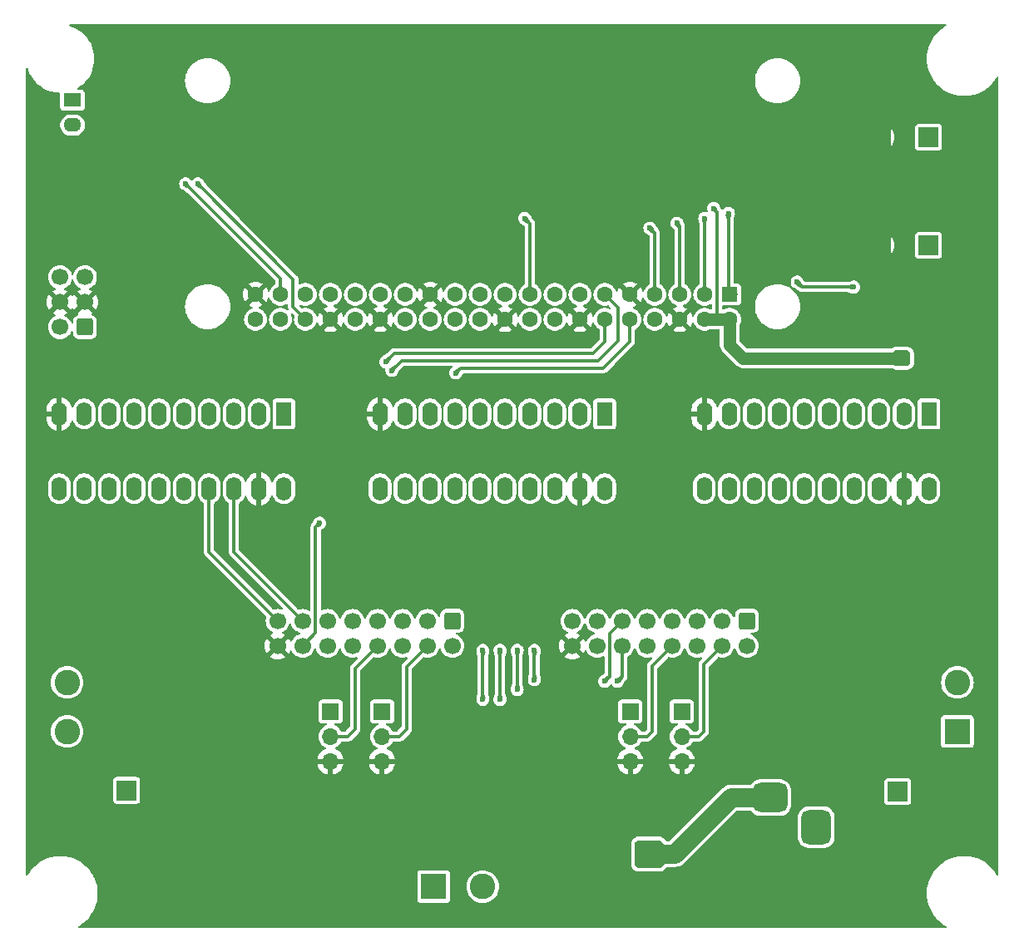
<source format=gbr>
%TF.GenerationSoftware,KiCad,Pcbnew,8.0.8*%
%TF.CreationDate,2025-02-10T11:59:03+01:00*%
%TF.ProjectId,HUB75Adapter,48554237-3541-4646-9170-7465722e6b69,V1.0*%
%TF.SameCoordinates,Original*%
%TF.FileFunction,Copper,L2,Bot*%
%TF.FilePolarity,Positive*%
%FSLAX46Y46*%
G04 Gerber Fmt 4.6, Leading zero omitted, Abs format (unit mm)*
G04 Created by KiCad (PCBNEW 8.0.8) date 2025-02-10 11:59:03*
%MOMM*%
%LPD*%
G01*
G04 APERTURE LIST*
G04 Aperture macros list*
%AMRoundRect*
0 Rectangle with rounded corners*
0 $1 Rounding radius*
0 $2 $3 $4 $5 $6 $7 $8 $9 X,Y pos of 4 corners*
0 Add a 4 corners polygon primitive as box body*
4,1,4,$2,$3,$4,$5,$6,$7,$8,$9,$2,$3,0*
0 Add four circle primitives for the rounded corners*
1,1,$1+$1,$2,$3*
1,1,$1+$1,$4,$5*
1,1,$1+$1,$6,$7*
1,1,$1+$1,$8,$9*
0 Add four rect primitives between the rounded corners*
20,1,$1+$1,$2,$3,$4,$5,0*
20,1,$1+$1,$4,$5,$6,$7,0*
20,1,$1+$1,$6,$7,$8,$9,0*
20,1,$1+$1,$8,$9,$2,$3,0*%
G04 Aperture macros list end*
%TA.AperFunction,ComponentPad*%
%ADD10RoundRect,0.750000X1.000000X-0.750000X1.000000X0.750000X-1.000000X0.750000X-1.000000X-0.750000X0*%
%TD*%
%TA.AperFunction,ComponentPad*%
%ADD11RoundRect,0.750000X0.750000X-1.000000X0.750000X1.000000X-0.750000X1.000000X-0.750000X-1.000000X0*%
%TD*%
%TA.AperFunction,ComponentPad*%
%ADD12RoundRect,0.250000X-0.600000X0.600000X-0.600000X-0.600000X0.600000X-0.600000X0.600000X0.600000X0*%
%TD*%
%TA.AperFunction,ComponentPad*%
%ADD13C,1.700000*%
%TD*%
%TA.AperFunction,ComponentPad*%
%ADD14R,1.700000X1.700000*%
%TD*%
%TA.AperFunction,ComponentPad*%
%ADD15O,1.700000X1.700000*%
%TD*%
%TA.AperFunction,ComponentPad*%
%ADD16R,2.000000X2.000000*%
%TD*%
%TA.AperFunction,ComponentPad*%
%ADD17C,2.000000*%
%TD*%
%TA.AperFunction,ComponentPad*%
%ADD18R,1.600000X2.400000*%
%TD*%
%TA.AperFunction,ComponentPad*%
%ADD19O,1.600000X2.400000*%
%TD*%
%TA.AperFunction,ComponentPad*%
%ADD20RoundRect,0.250000X0.600000X0.600000X-0.600000X0.600000X-0.600000X-0.600000X0.600000X-0.600000X0*%
%TD*%
%TA.AperFunction,ComponentPad*%
%ADD21R,2.600000X2.600000*%
%TD*%
%TA.AperFunction,ComponentPad*%
%ADD22C,2.600000*%
%TD*%
%TA.AperFunction,ComponentPad*%
%ADD23R,1.800000X1.400000*%
%TD*%
%TA.AperFunction,ComponentPad*%
%ADD24O,1.800000X1.400000*%
%TD*%
%TA.AperFunction,ComponentPad*%
%ADD25R,1.600000X1.508000*%
%TD*%
%TA.AperFunction,ComponentPad*%
%ADD26C,1.600000*%
%TD*%
%TA.AperFunction,ViaPad*%
%ADD27C,0.600000*%
%TD*%
%TA.AperFunction,Conductor*%
%ADD28C,0.317500*%
%TD*%
%TA.AperFunction,Conductor*%
%ADD29C,1.270000*%
%TD*%
%TA.AperFunction,Conductor*%
%ADD30C,1.905000*%
%TD*%
G04 APERTURE END LIST*
D10*
%TO.P,J1,1*%
%TO.N,Net-(J2-Pin_1)*%
X126250000Y-129250000D03*
%TO.P,J1,2*%
%TO.N,GND*%
X126250000Y-135250000D03*
D11*
%TO.P,J1,3*%
%TO.N,N/C*%
X130950000Y-132250000D03*
%TD*%
D12*
%TO.P,J6,1,Pin_1*%
%TO.N,BUF_P0_R1*%
X123890000Y-111247500D03*
D13*
%TO.P,J6,2,Pin_2*%
%TO.N,BUF_P0_G1*%
X123890000Y-113787500D03*
%TO.P,J6,3,Pin_3*%
%TO.N,BUF_P0_B1*%
X121350000Y-111247500D03*
%TO.P,J6,4,Pin_4*%
%TO.N,Net-(J6-Pin_4)*%
X121350000Y-113787500D03*
%TO.P,J6,5,Pin_5*%
%TO.N,BUF_P0_R2*%
X118810000Y-111247500D03*
%TO.P,J6,6,Pin_6*%
%TO.N,BUF_P0_G2*%
X118810000Y-113787500D03*
%TO.P,J6,7,Pin_7*%
%TO.N,BUF_P0_B2*%
X116270000Y-111247500D03*
%TO.P,J6,8,Pin_8*%
%TO.N,Net-(J6-Pin_8)*%
X116270000Y-113787500D03*
%TO.P,J6,9,Pin_9*%
%TO.N,BUF_ROW_A*%
X113730000Y-111247500D03*
%TO.P,J6,10,Pin_10*%
%TO.N,BUF_ROW_B*%
X113730000Y-113787500D03*
%TO.P,J6,11,Pin_11*%
%TO.N,BUF_ROW_C*%
X111190000Y-111247500D03*
%TO.P,J6,12,Pin_12*%
%TO.N,BUF_ROW_D*%
X111190000Y-113787500D03*
%TO.P,J6,13,Pin_13*%
%TO.N,BUF_P0_CLOCK*%
X108650000Y-111247500D03*
%TO.P,J6,14,Pin_14*%
%TO.N,BUF_P0_STROBE*%
X108650000Y-113787500D03*
%TO.P,J6,15,Pin_15*%
%TO.N,BUF_P0_OE*%
X106110000Y-111247500D03*
%TO.P,J6,16,Pin_16*%
%TO.N,GND*%
X106110000Y-113787500D03*
%TD*%
D14*
%TO.P,J10,1*%
%TO.N,BUF_ROW_E*%
X86750000Y-120475000D03*
D15*
%TO.P,J10,2*%
%TO.N,Net-(J7-Pin_4)*%
X86750000Y-123015000D03*
%TO.P,J10,3*%
%TO.N,GND*%
X86750000Y-125555000D03*
%TD*%
D16*
%TO.P,C4,1*%
%TO.N,+5V*%
X142367677Y-73000000D03*
D17*
%TO.P,C4,2*%
%TO.N,GND*%
X137367677Y-73000000D03*
%TD*%
D18*
%TO.P,U3,1,A->B*%
%TO.N,+5V*%
X109395000Y-90175000D03*
D19*
%TO.P,U3,2,A0*%
%TO.N,OE*%
X106855000Y-90175000D03*
%TO.P,U3,3,A1*%
%TO.N,ROW_A*%
X104315000Y-90175000D03*
%TO.P,U3,4,A2*%
%TO.N,ROW_B*%
X101775000Y-90175000D03*
%TO.P,U3,5,A3*%
%TO.N,ROW_C*%
X99235000Y-90175000D03*
%TO.P,U3,6,A4*%
%TO.N,ROW_D*%
X96695000Y-90175000D03*
%TO.P,U3,7,A5*%
%TO.N,ROW_E*%
X94155000Y-90175000D03*
%TO.P,U3,8,A6*%
%TO.N,Net-(U3-A6)*%
X91615000Y-90175000D03*
%TO.P,U3,9,A7*%
%TO.N,STROBE*%
X89075000Y-90175000D03*
%TO.P,U3,10,GND*%
%TO.N,GND*%
X86535000Y-90175000D03*
%TO.P,U3,11,B7*%
%TO.N,BUF_P1_STROBE*%
X86535000Y-97795000D03*
%TO.P,U3,12,B6*%
%TO.N,unconnected-(U3-B6-Pad12)*%
X89075000Y-97795000D03*
%TO.P,U3,13,B5*%
%TO.N,BUF_ROW_E*%
X91615000Y-97795000D03*
%TO.P,U3,14,B4*%
%TO.N,BUF_ROW_D*%
X94155000Y-97795000D03*
%TO.P,U3,15,B3*%
%TO.N,BUF_ROW_C*%
X96695000Y-97795000D03*
%TO.P,U3,16,B2*%
%TO.N,BUF_ROW_B*%
X99235000Y-97795000D03*
%TO.P,U3,17,B1*%
%TO.N,BUF_ROW_A*%
X101775000Y-97795000D03*
%TO.P,U3,18,B0*%
%TO.N,BUF_P0_OE*%
X104315000Y-97795000D03*
%TO.P,U3,19,CE*%
%TO.N,GND*%
X106855000Y-97795000D03*
%TO.P,U3,20,VCC*%
%TO.N,+5V*%
X109395000Y-97795000D03*
%TD*%
D14*
%TO.P,J8,1*%
%TO.N,BUF_ROW_E*%
X117250000Y-120475000D03*
D15*
%TO.P,J8,2*%
%TO.N,Net-(J6-Pin_4)*%
X117250000Y-123015000D03*
%TO.P,J8,3*%
%TO.N,GND*%
X117250000Y-125555000D03*
%TD*%
D14*
%TO.P,J9,1*%
%TO.N,BUF_ROW_E*%
X112000000Y-120475000D03*
D15*
%TO.P,J9,2*%
%TO.N,Net-(J6-Pin_8)*%
X112000000Y-123015000D03*
%TO.P,J9,3*%
%TO.N,GND*%
X112000000Y-125555000D03*
%TD*%
D20*
%TO.P,J3,1,Pin_1*%
%TO.N,SDA*%
X56502500Y-81330000D03*
D13*
%TO.P,J3,2,Pin_2*%
%TO.N,SCL*%
X53962500Y-81330000D03*
%TO.P,J3,3,Pin_3*%
%TO.N,GND*%
X56502500Y-78790000D03*
%TO.P,J3,4,Pin_4*%
X53962500Y-78790000D03*
%TO.P,J3,5,Pin_5*%
%TO.N,+5V*%
X56502500Y-76250000D03*
%TO.P,J3,6,Pin_6*%
%TO.N,+3.3V_1*%
X53962500Y-76250000D03*
%TD*%
D16*
%TO.P,C5,1*%
%TO.N,+5V*%
X142367677Y-62000000D03*
D17*
%TO.P,C5,2*%
%TO.N,GND*%
X137367677Y-62000000D03*
%TD*%
D14*
%TO.P,J11,1*%
%TO.N,BUF_ROW_E*%
X81500000Y-120475000D03*
D15*
%TO.P,J11,2*%
%TO.N,Net-(J7-Pin_8)*%
X81500000Y-123015000D03*
%TO.P,J11,3*%
%TO.N,GND*%
X81500000Y-125555000D03*
%TD*%
D21*
%TO.P,J5,1,Pin_1*%
%TO.N,GND*%
X54695000Y-107500000D03*
D22*
%TO.P,J5,2,Pin_2*%
X54695000Y-112500000D03*
%TO.P,J5,3,Pin_3*%
%TO.N,+5V*%
X54695000Y-117500000D03*
%TO.P,J5,4,Pin_4*%
X54695000Y-122500000D03*
%TD*%
D12*
%TO.P,J7,1,Pin_1*%
%TO.N,BUF_P1_R1*%
X93890000Y-111247500D03*
D13*
%TO.P,J7,2,Pin_2*%
%TO.N,BUF_P1_G1*%
X93890000Y-113787500D03*
%TO.P,J7,3,Pin_3*%
%TO.N,BUF_P1_B1*%
X91350000Y-111247500D03*
%TO.P,J7,4,Pin_4*%
%TO.N,Net-(J7-Pin_4)*%
X91350000Y-113787500D03*
%TO.P,J7,5,Pin_5*%
%TO.N,BUF_P1_R2*%
X88810000Y-111247500D03*
%TO.P,J7,6,Pin_6*%
%TO.N,BUF_P1_G2*%
X88810000Y-113787500D03*
%TO.P,J7,7,Pin_7*%
%TO.N,BUF_P1_B2*%
X86270000Y-111247500D03*
%TO.P,J7,8,Pin_8*%
%TO.N,Net-(J7-Pin_8)*%
X86270000Y-113787500D03*
%TO.P,J7,9,Pin_9*%
%TO.N,BUF_ROW_A*%
X83730000Y-111247500D03*
%TO.P,J7,10,Pin_10*%
%TO.N,BUF_ROW_B*%
X83730000Y-113787500D03*
%TO.P,J7,11,Pin_11*%
%TO.N,BUF_ROW_C*%
X81190000Y-111247500D03*
%TO.P,J7,12,Pin_12*%
%TO.N,BUF_ROW_D*%
X81190000Y-113787500D03*
%TO.P,J7,13,Pin_13*%
%TO.N,BUF_P1_CLOCK*%
X78650000Y-111247500D03*
%TO.P,J7,14,Pin_14*%
%TO.N,BUF_P1_STROBE*%
X78650000Y-113787500D03*
%TO.P,J7,15,Pin_15*%
%TO.N,BUF_P1_OE*%
X76110000Y-111247500D03*
%TO.P,J7,16,Pin_16*%
%TO.N,GND*%
X76110000Y-113787500D03*
%TD*%
D18*
%TO.P,U2,1,A->B*%
%TO.N,+5V*%
X76750000Y-90175000D03*
D19*
%TO.P,U2,2,A0*%
%TO.N,CLOCK*%
X74210000Y-90175000D03*
%TO.P,U2,3,A1*%
%TO.N,OE*%
X71670000Y-90175000D03*
%TO.P,U2,4,A2*%
%TO.N,P1_G1*%
X69130000Y-90175000D03*
%TO.P,U2,5,A3*%
%TO.N,P1_R1*%
X66590000Y-90175000D03*
%TO.P,U2,6,A4*%
%TO.N,P1_B1*%
X64050000Y-90175000D03*
%TO.P,U2,7,A5*%
%TO.N,P1_G2*%
X61510000Y-90175000D03*
%TO.P,U2,8,A6*%
%TO.N,P1_R2*%
X58970000Y-90175000D03*
%TO.P,U2,9,A7*%
%TO.N,P1_B2*%
X56430000Y-90175000D03*
%TO.P,U2,10,GND*%
%TO.N,GND*%
X53890000Y-90175000D03*
%TO.P,U2,11,B7*%
%TO.N,BUF_P1_B2*%
X53890000Y-97795000D03*
%TO.P,U2,12,B6*%
%TO.N,BUF_P1_R2*%
X56430000Y-97795000D03*
%TO.P,U2,13,B5*%
%TO.N,BUF_P1_G2*%
X58970000Y-97795000D03*
%TO.P,U2,14,B4*%
%TO.N,BUF_P1_B1*%
X61510000Y-97795000D03*
%TO.P,U2,15,B3*%
%TO.N,BUF_P1_R1*%
X64050000Y-97795000D03*
%TO.P,U2,16,B2*%
%TO.N,BUF_P1_G1*%
X66590000Y-97795000D03*
%TO.P,U2,17,B1*%
%TO.N,BUF_P1_OE*%
X69130000Y-97795000D03*
%TO.P,U2,18,B0*%
%TO.N,BUF_P1_CLOCK*%
X71670000Y-97795000D03*
%TO.P,U2,19,CE*%
%TO.N,GND*%
X74210000Y-97795000D03*
%TO.P,U2,20,VCC*%
%TO.N,+5V*%
X76750000Y-97795000D03*
%TD*%
D23*
%TO.P,LED1,1,KA*%
%TO.N,LED2*%
X55250000Y-58225000D03*
D24*
%TO.P,LED1,2,AK*%
%TO.N,Net-(LED1-AK)*%
X55250000Y-60765000D03*
%TD*%
D18*
%TO.P,U4,1,A->B*%
%TO.N,+5V*%
X142395000Y-90175000D03*
D19*
%TO.P,U4,2,A0*%
%TO.N,P0_G1*%
X139855000Y-90175000D03*
%TO.P,U4,3,A1*%
%TO.N,P0_R1*%
X137315000Y-90175000D03*
%TO.P,U4,4,A2*%
%TO.N,P0_B1*%
X134775000Y-90175000D03*
%TO.P,U4,5,A3*%
%TO.N,P0_G2*%
X132235000Y-90175000D03*
%TO.P,U4,6,A4*%
%TO.N,P0_R2*%
X129695000Y-90175000D03*
%TO.P,U4,7,A5*%
%TO.N,P0_B2*%
X127155000Y-90175000D03*
%TO.P,U4,8,A6*%
%TO.N,STROBE*%
X124615000Y-90175000D03*
%TO.P,U4,9,A7*%
%TO.N,CLOCK*%
X122075000Y-90175000D03*
%TO.P,U4,10,GND*%
%TO.N,GND*%
X119535000Y-90175000D03*
%TO.P,U4,11,B7*%
%TO.N,BUF_P0_CLOCK*%
X119535000Y-97795000D03*
%TO.P,U4,12,B6*%
%TO.N,BUF_P0_STROBE*%
X122075000Y-97795000D03*
%TO.P,U4,13,B5*%
%TO.N,BUF_P0_B2*%
X124615000Y-97795000D03*
%TO.P,U4,14,B4*%
%TO.N,BUF_P0_R2*%
X127155000Y-97795000D03*
%TO.P,U4,15,B3*%
%TO.N,BUF_P0_G2*%
X129695000Y-97795000D03*
%TO.P,U4,16,B2*%
%TO.N,BUF_P0_B1*%
X132235000Y-97795000D03*
%TO.P,U4,17,B1*%
%TO.N,BUF_P0_R1*%
X134775000Y-97795000D03*
%TO.P,U4,18,B0*%
%TO.N,BUF_P0_G1*%
X137315000Y-97795000D03*
%TO.P,U4,19,CE*%
%TO.N,GND*%
X139855000Y-97795000D03*
%TO.P,U4,20,VCC*%
%TO.N,+5V*%
X142395000Y-97795000D03*
%TD*%
D21*
%TO.P,J4,1,Pin_1*%
%TO.N,+5V*%
X145305000Y-122500000D03*
D22*
%TO.P,J4,2,Pin_2*%
X145305000Y-117500000D03*
%TO.P,J4,3,Pin_3*%
%TO.N,GND*%
X145305000Y-112500000D03*
%TO.P,J4,4,Pin_4*%
X145305000Y-107500000D03*
%TD*%
D21*
%TO.P,J2,1,Pin_1*%
%TO.N,Net-(J2-Pin_1)*%
X92000000Y-138305000D03*
D22*
%TO.P,J2,2,Pin_2*%
X97000000Y-138305000D03*
%TO.P,J2,3,Pin_3*%
%TO.N,GND*%
X102000000Y-138305000D03*
%TO.P,J2,4,Pin_4*%
X107000000Y-138305000D03*
%TD*%
D16*
%TO.P,C11,1*%
%TO.N,+5V*%
X60750000Y-128500000D03*
D17*
%TO.P,C11,2*%
%TO.N,GND*%
X60750000Y-133500000D03*
%TD*%
D16*
%TO.P,C10,1*%
%TO.N,+5V*%
X139250000Y-128632323D03*
D17*
%TO.P,C10,2*%
%TO.N,GND*%
X139250000Y-133632323D03*
%TD*%
D25*
%TO.P,U1,1,3V3_1*%
%TO.N,+3.3V_2*%
X122130000Y-78000000D03*
D26*
%TO.P,U1,2,5V_2*%
%TO.N,+5V*%
X122130000Y-80540000D03*
%TO.P,U1,3,GPIO2/SDA1*%
%TO.N,SDA*%
X119590000Y-78000000D03*
%TO.P,U1,4,5V_4*%
%TO.N,+5V*%
X119590000Y-80540000D03*
%TO.P,U1,5,GPIO3/SCL*%
%TO.N,SCL*%
X117050000Y-78000000D03*
%TO.P,U1,6,GND_6*%
%TO.N,GND*%
X117050000Y-80540000D03*
%TO.P,U1,7,GPIO4/GPIO_GCLK*%
%TO.N,STROBE*%
X114510000Y-78000000D03*
%TO.P,U1,8,GPIO14/TXD0*%
%TO.N,unconnected-(U1-GPIO14{slash}TXD0-Pad8)*%
X114510000Y-80540000D03*
%TO.P,U1,9,GND_9*%
%TO.N,GND*%
X111970000Y-78000000D03*
%TO.P,U1,10,GPIO15/RXD0*%
%TO.N,ROW_E*%
X111970000Y-80540000D03*
%TO.P,U1,11,GPIO17/GPIO_GEN0*%
%TO.N,CLOCK*%
X109430000Y-78000000D03*
%TO.P,U1,12,GPIO18/GPIO_GEN1*%
%TO.N,OE*%
X109430000Y-80540000D03*
%TO.P,U1,13,GPIO27/GPIO_GEN2*%
%TO.N,P0_G1*%
X106890000Y-78000000D03*
%TO.P,U1,14,GND_14*%
%TO.N,GND*%
X106890000Y-80540000D03*
%TO.P,U1,15,GPIO22/GPIO_GEN3*%
%TO.N,ROW_A*%
X104350000Y-78000000D03*
%TO.P,U1,16,GPIO23/GPIO_GEN4*%
%TO.N,ROW_B*%
X104350000Y-80540000D03*
%TO.P,U1,17,3V3_17*%
%TO.N,+3.3V_1*%
X101810000Y-78000000D03*
%TO.P,U1,18,GPIO24/GPIO_GEN5*%
%TO.N,ROW_C*%
X101810000Y-80540000D03*
%TO.P,U1,19,GPIO10/SPI_MOSI*%
%TO.N,P0_B2*%
X99270000Y-78000000D03*
%TO.P,U1,20,GND_20*%
%TO.N,GND*%
X99270000Y-80540000D03*
%TO.P,U1,21,GPIO9/SPI_MISO*%
%TO.N,P0_G2*%
X96730000Y-78000000D03*
%TO.P,U1,22,GPIO25/GPIO_GEN6*%
%TO.N,ROW_D*%
X96730000Y-80540000D03*
%TO.P,U1,23,GPIO11/SPI_SCLK*%
%TO.N,P0_R1*%
X94190000Y-78000000D03*
%TO.P,U1,24,GPIO8/SPI_~{CE0}*%
%TO.N,P0_R2*%
X94190000Y-80540000D03*
%TO.P,U1,25,GND_25*%
%TO.N,GND*%
X91650000Y-78000000D03*
%TO.P,U1,26,GPIO7/SPI_~{CE1}*%
%TO.N,P0_B1*%
X91650000Y-80540000D03*
%TO.P,U1,27,ID_SD*%
%TO.N,unconnected-(U1-ID_SD-Pad27)*%
X89110000Y-78000000D03*
%TO.P,U1,28,ID_SC*%
%TO.N,unconnected-(U1-ID_SC-Pad28)*%
X89110000Y-80540000D03*
%TO.P,U1,29,GPIO5*%
%TO.N,P1_G1*%
X86570000Y-78000000D03*
%TO.P,U1,30,GND_30*%
%TO.N,GND*%
X86570000Y-80540000D03*
%TO.P,U1,31,GPIO6*%
%TO.N,P1_B1*%
X84030000Y-78000000D03*
%TO.P,U1,32,GPIO12*%
%TO.N,P1_R1*%
X84030000Y-80540000D03*
%TO.P,U1,33,GPIO13*%
%TO.N,P1_G2*%
X81490000Y-78000000D03*
%TO.P,U1,34,GND_34*%
%TO.N,GND*%
X81490000Y-80540000D03*
%TO.P,U1,35,GPIO19*%
%TO.N,P1_R2*%
X78950000Y-78000000D03*
%TO.P,U1,36,GPIO16*%
%TO.N,LED2*%
X78950000Y-80540000D03*
%TO.P,U1,37,GPIO26*%
%TO.N,LED1*%
X76410000Y-78000000D03*
%TO.P,U1,38,GPIO20*%
%TO.N,P1_B2*%
X76410000Y-80540000D03*
%TO.P,U1,39,GND_39*%
%TO.N,GND*%
X73870000Y-78000000D03*
%TO.P,U1,40,GPIO21*%
%TO.N,unconnected-(U1-GPIO21-Pad40)*%
X73870000Y-80540000D03*
%TD*%
D27*
%TO.N,+3.3V_2*%
X122000000Y-69750000D03*
%TO.N,+5V*%
X120500000Y-69250000D03*
%TO.N,+3.3V_1*%
X101250000Y-70250000D03*
%TO.N,Net-(J2-Pin_1)*%
X113100000Y-135800000D03*
X113100000Y-135000000D03*
X113100000Y-134200000D03*
X114700000Y-135800000D03*
X114700000Y-135000000D03*
X114700000Y-134200000D03*
X113900000Y-134200000D03*
X113900000Y-135800000D03*
X113900000Y-135000000D03*
%TO.N,GND*%
X58800000Y-65100000D03*
X145500000Y-77000000D03*
X92250000Y-82500000D03*
X139400000Y-86400000D03*
X112000000Y-98000000D03*
X79500000Y-89000000D03*
X117750000Y-84500000D03*
X79500000Y-98000000D03*
X75250000Y-132500000D03*
%TO.N,+5V*%
X140000000Y-84125000D03*
X140000000Y-84875000D03*
X139250000Y-84125000D03*
X139250000Y-84875000D03*
%TO.N,BUF_ROW_B*%
X102250000Y-117250000D03*
X102250000Y-114250000D03*
%TO.N,BUF_ROW_C*%
X109400000Y-117400000D03*
X100500000Y-118250000D03*
X100500000Y-114250000D03*
%TO.N,BUF_ROW_D*%
X98750000Y-114250000D03*
X98750000Y-119250000D03*
X110700000Y-117400000D03*
%TO.N,BUF_ROW_E*%
X97000000Y-114250000D03*
X97000000Y-119250000D03*
%TO.N,BUF_P1_STROBE*%
X80400000Y-101300000D03*
%TO.N,OE*%
X87125000Y-84875000D03*
%TO.N,CLOCK*%
X87750000Y-85750000D03*
%TO.N,ROW_E*%
X94250000Y-86000000D03*
%TO.N,STROBE*%
X114000000Y-71250000D03*
%TO.N,P0_G1*%
X129000000Y-76750000D03*
X134750000Y-77250000D03*
%TO.N,SDA*%
X119590000Y-70250000D03*
%TO.N,SCL*%
X116750000Y-70750000D03*
%TO.N,LED1*%
X66750000Y-66750000D03*
%TO.N,LED2*%
X68000000Y-66750000D03*
%TD*%
D28*
%TO.N,+3.3V_2*%
X122000000Y-69750000D02*
X122000000Y-77870000D01*
X122000000Y-77870000D02*
X122130000Y-78000000D01*
%TO.N,+5V*%
X120850000Y-69600000D02*
X120500000Y-69250000D01*
D29*
X120900000Y-80540000D02*
X119590000Y-80540000D01*
D28*
X120850000Y-77450000D02*
X120850000Y-69600000D01*
D29*
X122130000Y-80540000D02*
X120900000Y-80540000D01*
D28*
X120900000Y-80540000D02*
X120850000Y-80490000D01*
X120850000Y-80490000D02*
X120850000Y-77450000D01*
D30*
%TO.N,Net-(J2-Pin_1)*%
X126250000Y-129250000D02*
X122250000Y-129250000D01*
X122250000Y-129250000D02*
X116500000Y-135000000D01*
X116500000Y-135000000D02*
X113900000Y-135000000D01*
D28*
%TO.N,SDA*%
X119590000Y-70250000D02*
X119590000Y-78000000D01*
D29*
%TO.N,+5V*%
X129000000Y-84500000D02*
X139750000Y-84500000D01*
X124250000Y-84500000D02*
X129000000Y-84500000D01*
X123500000Y-84500000D02*
X124250000Y-84500000D01*
X122130000Y-83130000D02*
X123500000Y-84500000D01*
X122130000Y-80540000D02*
X122130000Y-83130000D01*
D28*
%TO.N,BUF_ROW_B*%
X102250000Y-114250000D02*
X102250000Y-117250000D01*
%TO.N,BUF_ROW_C*%
X109900000Y-116900000D02*
X109400000Y-117400000D01*
X111190000Y-111247500D02*
X109900000Y-112537500D01*
X109900000Y-112537500D02*
X109900000Y-114800000D01*
X109900000Y-114800000D02*
X109900000Y-116900000D01*
X100500000Y-114250000D02*
X100500000Y-118250000D01*
%TO.N,BUF_ROW_D*%
X111190000Y-116910000D02*
X111190000Y-113787500D01*
X98750000Y-114250000D02*
X98750000Y-119250000D01*
X110700000Y-117400000D02*
X111190000Y-116910000D01*
%TO.N,BUF_ROW_E*%
X97000000Y-114250000D02*
X97000000Y-119250000D01*
%TO.N,BUF_P1_OE*%
X69130000Y-97795000D02*
X69130000Y-102000000D01*
X76110000Y-111247500D02*
X69130000Y-104267500D01*
X69130000Y-104267500D02*
X69130000Y-102000000D01*
%TO.N,BUF_P1_CLOCK*%
X71670000Y-104267500D02*
X71670000Y-97795000D01*
X78650000Y-111247500D02*
X71670000Y-104267500D01*
%TO.N,BUF_P1_STROBE*%
X79981250Y-111400000D02*
X79981250Y-103800000D01*
X80400000Y-101300000D02*
X79981250Y-101718750D01*
X79981250Y-101718750D02*
X79981250Y-103800000D01*
X79981250Y-112456250D02*
X79981250Y-111400000D01*
X78650000Y-113787500D02*
X79981250Y-112456250D01*
%TO.N,OE*%
X108250000Y-84000000D02*
X109430000Y-82820000D01*
X88000000Y-84000000D02*
X108250000Y-84000000D01*
X87125000Y-84875000D02*
X88000000Y-84000000D01*
X109430000Y-82820000D02*
X109430000Y-80540000D01*
%TO.N,CLOCK*%
X110750000Y-82750000D02*
X110750000Y-79320000D01*
X110750000Y-79320000D02*
X109430000Y-78000000D01*
X87750000Y-85750000D02*
X88750000Y-84750000D01*
X108750000Y-84750000D02*
X110750000Y-82750000D01*
X88750000Y-84750000D02*
X108750000Y-84750000D01*
%TO.N,ROW_E*%
X111970000Y-80540000D02*
X111970000Y-82780000D01*
X97750000Y-85500000D02*
X94750000Y-85500000D01*
X110000000Y-84750000D02*
X109250000Y-85500000D01*
X111970000Y-82780000D02*
X110000000Y-84750000D01*
X94750000Y-85500000D02*
X94250000Y-86000000D01*
X107750000Y-85500000D02*
X97750000Y-85500000D01*
X109250000Y-85500000D02*
X107750000Y-85500000D01*
%TO.N,STROBE*%
X114510000Y-71760000D02*
X114000000Y-71250000D01*
X114510000Y-78000000D02*
X114510000Y-71760000D01*
%TO.N,P0_G1*%
X129000000Y-76750000D02*
X129500000Y-77250000D01*
X129500000Y-77250000D02*
X134750000Y-77250000D01*
%TO.N,SCL*%
X116750000Y-70750000D02*
X117050000Y-71050000D01*
X117050000Y-71050000D02*
X117050000Y-78000000D01*
%TO.N,+3.3V_1*%
X101810000Y-70810000D02*
X101250000Y-70250000D01*
X101810000Y-78000000D02*
X101810000Y-70810000D01*
%TO.N,Net-(J6-Pin_4)*%
X119500000Y-122500000D02*
X119500000Y-115637500D01*
X119500000Y-115637500D02*
X121350000Y-113787500D01*
X118985000Y-123015000D02*
X119500000Y-122500000D01*
X117250000Y-123015000D02*
X118985000Y-123015000D01*
%TO.N,Net-(J6-Pin_8)*%
X114250000Y-115807500D02*
X116270000Y-113787500D01*
X113735000Y-123015000D02*
X114250000Y-122500000D01*
X114250000Y-122500000D02*
X114250000Y-115807500D01*
X112000000Y-123015000D02*
X113735000Y-123015000D01*
%TO.N,Net-(J7-Pin_8)*%
X83235000Y-123015000D02*
X84000000Y-122250000D01*
X84000000Y-116057500D02*
X86270000Y-113787500D01*
X81500000Y-123015000D02*
X83235000Y-123015000D01*
X84000000Y-122250000D02*
X84000000Y-116057500D01*
%TO.N,Net-(J7-Pin_4)*%
X86750000Y-123015000D02*
X88485000Y-123015000D01*
X89250000Y-115887500D02*
X91350000Y-113787500D01*
X89250000Y-122250000D02*
X89250000Y-115887500D01*
X88485000Y-123015000D02*
X89250000Y-122250000D01*
%TO.N,LED1*%
X76410000Y-78000000D02*
X76410000Y-76410000D01*
X76410000Y-76410000D02*
X74500000Y-74500000D01*
X74500000Y-74500000D02*
X66750000Y-66750000D01*
%TO.N,LED2*%
X77700000Y-79290000D02*
X78950000Y-80540000D01*
X68000000Y-66750000D02*
X77700000Y-76450000D01*
X77700000Y-76450000D02*
X77700000Y-79290000D01*
%TO.N,+3.3V_2*%
X122130000Y-78000000D02*
X122750000Y-78000000D01*
%TD*%
%TA.AperFunction,Conductor*%
%TO.N,GND*%
G36*
X147250000Y-109500000D02*
G01*
X143250000Y-109500000D01*
X143250000Y-105500000D01*
X147250000Y-105500000D01*
X147250000Y-109500000D01*
G37*
%TD.AperFunction*%
%TD*%
%TA.AperFunction,Conductor*%
%TO.N,GND*%
G36*
X141250000Y-135500000D02*
G01*
X137250000Y-135500000D01*
X137250000Y-131500000D01*
X141250000Y-131500000D01*
X141250000Y-135500000D01*
G37*
%TD.AperFunction*%
%TD*%
%TA.AperFunction,Conductor*%
%TO.N,GND*%
G36*
X104000000Y-140250000D02*
G01*
X100000000Y-140250000D01*
X100000000Y-136250000D01*
X104000000Y-136250000D01*
X104000000Y-140250000D01*
G37*
%TD.AperFunction*%
%TD*%
%TA.AperFunction,Conductor*%
%TO.N,GND*%
G36*
X62750000Y-135500000D02*
G01*
X58750000Y-135500000D01*
X58750000Y-131500000D01*
X62750000Y-131500000D01*
X62750000Y-135500000D01*
G37*
%TD.AperFunction*%
%TD*%
%TA.AperFunction,Conductor*%
%TO.N,GND*%
G36*
X77433919Y-111484287D02*
G01*
X77472424Y-111531837D01*
X77475623Y-111541680D01*
X77508157Y-111663097D01*
X77597672Y-111855062D01*
X77635545Y-111909150D01*
X77695735Y-111995112D01*
X77719161Y-112028567D01*
X77868933Y-112178339D01*
X78042438Y-112299828D01*
X78234403Y-112389343D01*
X78355808Y-112421873D01*
X78407122Y-112455197D01*
X78429048Y-112512319D01*
X78413212Y-112571419D01*
X78365662Y-112609925D01*
X78355813Y-112613124D01*
X78234403Y-112645657D01*
X78176684Y-112672572D01*
X78042439Y-112735171D01*
X77868937Y-112856657D01*
X77719157Y-113006437D01*
X77597670Y-113179940D01*
X77597668Y-113179943D01*
X77546684Y-113289280D01*
X77504956Y-113334028D01*
X77444895Y-113345702D01*
X77389442Y-113319844D01*
X77367235Y-113289279D01*
X77283601Y-113109924D01*
X77224926Y-113026126D01*
X76592962Y-113658090D01*
X76575925Y-113594507D01*
X76510099Y-113480493D01*
X76417007Y-113387401D01*
X76302993Y-113321575D01*
X76239407Y-113304536D01*
X76871372Y-112672572D01*
X76787576Y-112613898D01*
X76787568Y-112613894D01*
X76608221Y-112530263D01*
X76563473Y-112488535D01*
X76551798Y-112428474D01*
X76577656Y-112373021D01*
X76608218Y-112350815D01*
X76717562Y-112299828D01*
X76891067Y-112178339D01*
X77040839Y-112028567D01*
X77162328Y-111855062D01*
X77251843Y-111663097D01*
X77284374Y-111541690D01*
X77317697Y-111490378D01*
X77374819Y-111468451D01*
X77433919Y-111484287D01*
G37*
%TD.AperFunction*%
%TA.AperFunction,Conductor*%
G36*
X107433919Y-111484287D02*
G01*
X107472424Y-111531837D01*
X107475623Y-111541680D01*
X107508157Y-111663097D01*
X107597672Y-111855062D01*
X107635545Y-111909150D01*
X107695735Y-111995112D01*
X107719161Y-112028567D01*
X107868933Y-112178339D01*
X108042438Y-112299828D01*
X108234403Y-112389343D01*
X108355808Y-112421873D01*
X108407122Y-112455197D01*
X108429048Y-112512319D01*
X108413212Y-112571419D01*
X108365662Y-112609925D01*
X108355813Y-112613124D01*
X108234403Y-112645657D01*
X108176684Y-112672572D01*
X108042439Y-112735171D01*
X107868937Y-112856657D01*
X107719157Y-113006437D01*
X107597670Y-113179940D01*
X107597668Y-113179943D01*
X107546684Y-113289280D01*
X107504956Y-113334028D01*
X107444895Y-113345702D01*
X107389442Y-113319844D01*
X107367235Y-113289279D01*
X107283601Y-113109924D01*
X107224926Y-113026126D01*
X106592962Y-113658090D01*
X106575925Y-113594507D01*
X106510099Y-113480493D01*
X106417007Y-113387401D01*
X106302993Y-113321575D01*
X106239407Y-113304536D01*
X106871372Y-112672572D01*
X106787576Y-112613898D01*
X106787568Y-112613894D01*
X106608221Y-112530263D01*
X106563473Y-112488535D01*
X106551798Y-112428474D01*
X106577656Y-112373021D01*
X106608218Y-112350815D01*
X106717562Y-112299828D01*
X106891067Y-112178339D01*
X107040839Y-112028567D01*
X107162328Y-111855062D01*
X107251843Y-111663097D01*
X107284374Y-111541690D01*
X107317697Y-111490378D01*
X107374819Y-111468451D01*
X107433919Y-111484287D01*
G37*
%TD.AperFunction*%
%TA.AperFunction,Conductor*%
G36*
X56036575Y-78982993D02*
G01*
X56102401Y-79097007D01*
X56195493Y-79190099D01*
X56309507Y-79255925D01*
X56373090Y-79272962D01*
X55741126Y-79904926D01*
X55810289Y-79953354D01*
X55847111Y-80002218D01*
X55848179Y-80063395D01*
X55813085Y-80113515D01*
X55781126Y-80129519D01*
X55658110Y-80165259D01*
X55525349Y-80243774D01*
X55416274Y-80352849D01*
X55337759Y-80485610D01*
X55337759Y-80485611D01*
X55294725Y-80633734D01*
X55294723Y-80633741D01*
X55292000Y-80668355D01*
X55292000Y-80870274D01*
X55273093Y-80928465D01*
X55223593Y-80964429D01*
X55162407Y-80964429D01*
X55112907Y-80928465D01*
X55103276Y-80912113D01*
X55014833Y-80722448D01*
X55014829Y-80722440D01*
X54966535Y-80653469D01*
X54893339Y-80548933D01*
X54743567Y-80399161D01*
X54743563Y-80399158D01*
X54743562Y-80399157D01*
X54570059Y-80277670D01*
X54570056Y-80277668D01*
X54460720Y-80226684D01*
X54415972Y-80184956D01*
X54404298Y-80124895D01*
X54430156Y-80069442D01*
X54460721Y-80047235D01*
X54640077Y-79963600D01*
X54723872Y-79904925D01*
X54091909Y-79272962D01*
X54155493Y-79255925D01*
X54269507Y-79190099D01*
X54362599Y-79097007D01*
X54428425Y-78982993D01*
X54445462Y-78919409D01*
X55077425Y-79551372D01*
X55136102Y-79467575D01*
X55142775Y-79453265D01*
X55184503Y-79408516D01*
X55244564Y-79396841D01*
X55300017Y-79422698D01*
X55322225Y-79453265D01*
X55328897Y-79467574D01*
X55328898Y-79467576D01*
X55387572Y-79551372D01*
X56019536Y-78919407D01*
X56036575Y-78982993D01*
G37*
%TD.AperFunction*%
%TA.AperFunction,Conductor*%
G36*
X55286419Y-76486787D02*
G01*
X55324924Y-76534337D01*
X55328123Y-76544180D01*
X55360657Y-76665597D01*
X55450172Y-76857562D01*
X55494572Y-76920972D01*
X55570001Y-77028697D01*
X55571661Y-77031067D01*
X55721433Y-77180839D01*
X55894938Y-77302328D01*
X56004280Y-77353315D01*
X56049027Y-77395043D01*
X56060702Y-77455104D01*
X56034844Y-77510557D01*
X56004279Y-77532763D01*
X55824931Y-77616394D01*
X55824911Y-77616406D01*
X55741126Y-77675072D01*
X56373091Y-78307037D01*
X56309507Y-78324075D01*
X56195493Y-78389901D01*
X56102401Y-78482993D01*
X56036575Y-78597007D01*
X56019537Y-78660591D01*
X55387572Y-78028626D01*
X55328906Y-78112411D01*
X55328896Y-78112427D01*
X55322224Y-78126737D01*
X55280495Y-78171485D01*
X55220434Y-78183159D01*
X55164981Y-78157300D01*
X55142776Y-78126737D01*
X55136103Y-78112428D01*
X55136102Y-78112426D01*
X55077426Y-78028626D01*
X54445462Y-78660590D01*
X54428425Y-78597007D01*
X54362599Y-78482993D01*
X54269507Y-78389901D01*
X54155493Y-78324075D01*
X54091907Y-78307036D01*
X54723872Y-77675072D01*
X54640076Y-77616398D01*
X54640068Y-77616394D01*
X54460721Y-77532763D01*
X54415973Y-77491035D01*
X54404298Y-77430974D01*
X54430156Y-77375521D01*
X54460718Y-77353315D01*
X54570062Y-77302328D01*
X54743567Y-77180839D01*
X54893339Y-77031067D01*
X55014828Y-76857562D01*
X55104343Y-76665597D01*
X55136874Y-76544190D01*
X55170197Y-76492878D01*
X55227319Y-76470951D01*
X55286419Y-76486787D01*
G37*
%TD.AperFunction*%
%TA.AperFunction,Conductor*%
G36*
X144149516Y-50519407D02*
G01*
X144185480Y-50568907D01*
X144185480Y-50630093D01*
X144149516Y-50679593D01*
X144139370Y-50686060D01*
X143987093Y-50770580D01*
X143987075Y-50770591D01*
X143670706Y-50990792D01*
X143670705Y-50990792D01*
X143378218Y-51241882D01*
X143112634Y-51521278D01*
X142876673Y-51826114D01*
X142672776Y-52153237D01*
X142503012Y-52499325D01*
X142503011Y-52499326D01*
X142369137Y-52860796D01*
X142369137Y-52860797D01*
X142369134Y-52860806D01*
X142369134Y-52860808D01*
X142323441Y-53037284D01*
X142272511Y-53233986D01*
X142272510Y-53233993D01*
X142214140Y-53615015D01*
X142214139Y-53615017D01*
X142194616Y-54000000D01*
X142214139Y-54384982D01*
X142214140Y-54384984D01*
X142253228Y-54640142D01*
X142272512Y-54766018D01*
X142359858Y-55103368D01*
X142369137Y-55139202D01*
X142369137Y-55139203D01*
X142503011Y-55500673D01*
X142503012Y-55500674D01*
X142672776Y-55846762D01*
X142876673Y-56173885D01*
X142876676Y-56173890D01*
X142876680Y-56173895D01*
X143112634Y-56478722D01*
X143378216Y-56758115D01*
X143670702Y-57009205D01*
X143670705Y-57009207D01*
X143987075Y-57229408D01*
X143987083Y-57229413D01*
X143987089Y-57229417D01*
X144312519Y-57410046D01*
X144324126Y-57416488D01*
X144324125Y-57416488D01*
X144324127Y-57416489D01*
X144324131Y-57416491D01*
X144678370Y-57568507D01*
X145046171Y-57683905D01*
X145423759Y-57761502D01*
X145736461Y-57793300D01*
X145807258Y-57800500D01*
X145807260Y-57800500D01*
X146192742Y-57800500D01*
X146257555Y-57793908D01*
X146576241Y-57761502D01*
X146953829Y-57683905D01*
X147321630Y-57568507D01*
X147675869Y-57416491D01*
X148012911Y-57229417D01*
X148329298Y-57009205D01*
X148621784Y-56758115D01*
X148887366Y-56478722D01*
X149123320Y-56173895D01*
X149316484Y-55863991D01*
X149363310Y-55824610D01*
X149424342Y-55820273D01*
X149476267Y-55852638D01*
X149499251Y-55909342D01*
X149499500Y-55916359D01*
X149499500Y-137083640D01*
X149480593Y-137141831D01*
X149431093Y-137177795D01*
X149369907Y-137177795D01*
X149320407Y-137141831D01*
X149316484Y-137136007D01*
X149123326Y-136826114D01*
X149123323Y-136826111D01*
X149123320Y-136826105D01*
X148887366Y-136521278D01*
X148621784Y-136241885D01*
X148592569Y-136216805D01*
X148414786Y-136064184D01*
X148329298Y-135990795D01*
X148329294Y-135990792D01*
X148012924Y-135770591D01*
X148012906Y-135770580D01*
X147675873Y-135583511D01*
X147675874Y-135583511D01*
X147321632Y-135431494D01*
X147321622Y-135431490D01*
X146953828Y-135316094D01*
X146576241Y-135238498D01*
X146192742Y-135199500D01*
X146192740Y-135199500D01*
X145807260Y-135199500D01*
X145807258Y-135199500D01*
X145423758Y-135238498D01*
X145046171Y-135316094D01*
X144678377Y-135431490D01*
X144678367Y-135431494D01*
X144324125Y-135583511D01*
X143987093Y-135770580D01*
X143987075Y-135770591D01*
X143670706Y-135990792D01*
X143670705Y-135990792D01*
X143378218Y-136241882D01*
X143112634Y-136521278D01*
X142876673Y-136826114D01*
X142672776Y-137153237D01*
X142503012Y-137499325D01*
X142503011Y-137499326D01*
X142369137Y-137860796D01*
X142369137Y-137860797D01*
X142369134Y-137860806D01*
X142369134Y-137860808D01*
X142323782Y-138035967D01*
X142272511Y-138233986D01*
X142272510Y-138233993D01*
X142214140Y-138615015D01*
X142214139Y-138615017D01*
X142194616Y-139000000D01*
X142214139Y-139384982D01*
X142214140Y-139384984D01*
X142253228Y-139640142D01*
X142272512Y-139766018D01*
X142354925Y-140084315D01*
X142369137Y-140139202D01*
X142369137Y-140139203D01*
X142503011Y-140500673D01*
X142503012Y-140500674D01*
X142672776Y-140846762D01*
X142876673Y-141173885D01*
X142876676Y-141173890D01*
X142876680Y-141173895D01*
X143112634Y-141478722D01*
X143378216Y-141758115D01*
X143670702Y-142009205D01*
X143670705Y-142009207D01*
X143987075Y-142229408D01*
X143987083Y-142229413D01*
X143987089Y-142229417D01*
X143987093Y-142229419D01*
X144139370Y-142313940D01*
X144181073Y-142358711D01*
X144188495Y-142419445D01*
X144158802Y-142472942D01*
X144103335Y-142498769D01*
X144091325Y-142499500D01*
X55908675Y-142499500D01*
X55850484Y-142480593D01*
X55814520Y-142431093D01*
X55814520Y-142369907D01*
X55850484Y-142320407D01*
X55860630Y-142313940D01*
X56012911Y-142229417D01*
X56329298Y-142009205D01*
X56621784Y-141758115D01*
X56887366Y-141478722D01*
X57123320Y-141173895D01*
X57327225Y-140846760D01*
X57496987Y-140500675D01*
X57499501Y-140493889D01*
X57589827Y-140250000D01*
X100000000Y-140250000D01*
X104000000Y-140250000D01*
X105000000Y-140250000D01*
X109000000Y-140250000D01*
X109000000Y-137250000D01*
X124000000Y-137250000D01*
X128500000Y-137250000D01*
X128500000Y-135500000D01*
X137250000Y-135500000D01*
X141250000Y-135500000D01*
X141250000Y-131500000D01*
X137250000Y-131500000D01*
X137250000Y-135500000D01*
X128500000Y-135500000D01*
X128500000Y-133250000D01*
X124000000Y-133250000D01*
X124000000Y-137250000D01*
X109000000Y-137250000D01*
X109000000Y-136250000D01*
X105000000Y-136250000D01*
X105000000Y-140250000D01*
X104000000Y-140250000D01*
X104000000Y-136250000D01*
X100000000Y-136250000D01*
X100000000Y-140250000D01*
X57589827Y-140250000D01*
X57630862Y-140139203D01*
X57630862Y-140139202D01*
X57630866Y-140139192D01*
X57727488Y-139766018D01*
X57785860Y-139384984D01*
X57805384Y-139000000D01*
X57785860Y-138615016D01*
X57727488Y-138233982D01*
X57630866Y-137860808D01*
X57604749Y-137790290D01*
X57496988Y-137499326D01*
X57496987Y-137499325D01*
X57374687Y-137249999D01*
X57327225Y-137153240D01*
X57240937Y-137014804D01*
X57213502Y-136970788D01*
X90339500Y-136970788D01*
X90339500Y-139639209D01*
X90339500Y-139639211D01*
X90339501Y-139639214D01*
X90341441Y-139652532D01*
X90349709Y-139709287D01*
X90402550Y-139817372D01*
X90402551Y-139817375D01*
X90487625Y-139902449D01*
X90595714Y-139955291D01*
X90665785Y-139965500D01*
X93334214Y-139965499D01*
X93404286Y-139955291D01*
X93512375Y-139902449D01*
X93597449Y-139817375D01*
X93650291Y-139709286D01*
X93660500Y-139639215D01*
X93660499Y-138305000D01*
X95334365Y-138305000D01*
X95354871Y-138565561D01*
X95415887Y-138819711D01*
X95515906Y-139061179D01*
X95515912Y-139061191D01*
X95652467Y-139284028D01*
X95652477Y-139284041D01*
X95742248Y-139389150D01*
X95822218Y-139482782D01*
X95822224Y-139482787D01*
X95822227Y-139482790D01*
X96006463Y-139640142D01*
X96020964Y-139652527D01*
X96020966Y-139652528D01*
X96020971Y-139652532D01*
X96243808Y-139789087D01*
X96243820Y-139789093D01*
X96485288Y-139889112D01*
X96485290Y-139889113D01*
X96739437Y-139950128D01*
X97000000Y-139970635D01*
X97260563Y-139950128D01*
X97514710Y-139889113D01*
X97756182Y-139789092D01*
X97756186Y-139789089D01*
X97756191Y-139789087D01*
X97979028Y-139652532D01*
X97979028Y-139652531D01*
X97979036Y-139652527D01*
X98177782Y-139482782D01*
X98347527Y-139284036D01*
X98467540Y-139088193D01*
X98484087Y-139061191D01*
X98484089Y-139061186D01*
X98484092Y-139061182D01*
X98584113Y-138819710D01*
X98645128Y-138565563D01*
X98665635Y-138305000D01*
X98645128Y-138044437D01*
X98584113Y-137790290D01*
X98484092Y-137548818D01*
X98484087Y-137548808D01*
X98347532Y-137325971D01*
X98347522Y-137325958D01*
X98177790Y-137127227D01*
X98177787Y-137127224D01*
X98177782Y-137127218D01*
X98177775Y-137127212D01*
X98177772Y-137127209D01*
X97979041Y-136957477D01*
X97979028Y-136957467D01*
X97756191Y-136820912D01*
X97756179Y-136820906D01*
X97514711Y-136720887D01*
X97514712Y-136720887D01*
X97260561Y-136659871D01*
X97000000Y-136639365D01*
X96739438Y-136659871D01*
X96485288Y-136720887D01*
X96243820Y-136820906D01*
X96243808Y-136820912D01*
X96020971Y-136957467D01*
X96020958Y-136957477D01*
X95822227Y-137127209D01*
X95822209Y-137127227D01*
X95652477Y-137325958D01*
X95652467Y-137325971D01*
X95515912Y-137548808D01*
X95515906Y-137548820D01*
X95415887Y-137790288D01*
X95354871Y-138044438D01*
X95334365Y-138305000D01*
X93660499Y-138305000D01*
X93660499Y-136970786D01*
X93650291Y-136900714D01*
X93597449Y-136792625D01*
X93512375Y-136707551D01*
X93512373Y-136707550D01*
X93512372Y-136707549D01*
X93455975Y-136679978D01*
X93404286Y-136654709D01*
X93334215Y-136644500D01*
X93334211Y-136644500D01*
X90665790Y-136644500D01*
X90665787Y-136644500D01*
X90665786Y-136644501D01*
X90642428Y-136647903D01*
X90595712Y-136654709D01*
X90487626Y-136707550D01*
X90402549Y-136792627D01*
X90349710Y-136900712D01*
X90349709Y-136900714D01*
X90341440Y-136957473D01*
X90339500Y-136970788D01*
X57213502Y-136970788D01*
X57123326Y-136826114D01*
X57123323Y-136826111D01*
X57123320Y-136826105D01*
X56887366Y-136521278D01*
X56621784Y-136241885D01*
X56592569Y-136216805D01*
X56414786Y-136064184D01*
X56329298Y-135990795D01*
X56329294Y-135990792D01*
X56012924Y-135770591D01*
X56012906Y-135770580D01*
X55675873Y-135583511D01*
X55675874Y-135583511D01*
X55481270Y-135500000D01*
X58750000Y-135500000D01*
X62750000Y-135500000D01*
X62750000Y-133804764D01*
X112134500Y-133804764D01*
X112134500Y-136195236D01*
X112135157Y-136216455D01*
X112135201Y-136217871D01*
X112159116Y-136321261D01*
X112162316Y-136335093D01*
X112165684Y-136343225D01*
X112175006Y-136363894D01*
X112244920Y-136461816D01*
X112438184Y-136655080D01*
X112454707Y-136670607D01*
X112454711Y-136670610D01*
X112513893Y-136707550D01*
X112556775Y-136734316D01*
X112564907Y-136737684D01*
X112586086Y-136745696D01*
X112704764Y-136765500D01*
X115095222Y-136765500D01*
X115095236Y-136765500D01*
X115117870Y-136764799D01*
X115235093Y-136737684D01*
X115243225Y-136734316D01*
X115263894Y-136724994D01*
X115361816Y-136655080D01*
X115555083Y-136461813D01*
X115674901Y-136341996D01*
X115729417Y-136314219D01*
X115744904Y-136313000D01*
X116603338Y-136313000D01*
X116807457Y-136280671D01*
X116807458Y-136280670D01*
X116807462Y-136280670D01*
X117004017Y-136216805D01*
X117188162Y-136122979D01*
X117355362Y-136001500D01*
X122191653Y-131165209D01*
X129089500Y-131165209D01*
X129089500Y-133334790D01*
X129092338Y-133382438D01*
X129092339Y-133382447D01*
X129137417Y-133589662D01*
X129137419Y-133589669D01*
X129220903Y-133784625D01*
X129220907Y-133784632D01*
X129299058Y-133900099D01*
X129339777Y-133960260D01*
X129489740Y-134110223D01*
X129665373Y-134229096D01*
X129860330Y-134312581D01*
X129978636Y-134338317D01*
X130067552Y-134357660D01*
X130067555Y-134357660D01*
X130067563Y-134357662D01*
X130115206Y-134360500D01*
X130115219Y-134360500D01*
X131784781Y-134360500D01*
X131784794Y-134360500D01*
X131832437Y-134357662D01*
X131832445Y-134357660D01*
X131832447Y-134357660D01*
X131873699Y-134348686D01*
X132039670Y-134312581D01*
X132234627Y-134229096D01*
X132410260Y-134110223D01*
X132560223Y-133960260D01*
X132679096Y-133784627D01*
X132762581Y-133589670D01*
X132807662Y-133382437D01*
X132810500Y-133334794D01*
X132810500Y-131165206D01*
X132807662Y-131117563D01*
X132806125Y-131110499D01*
X132777539Y-130979092D01*
X132762581Y-130910330D01*
X132679096Y-130715373D01*
X132560223Y-130539740D01*
X132410260Y-130389777D01*
X132336228Y-130339670D01*
X132234632Y-130270907D01*
X132234625Y-130270903D01*
X132185677Y-130249942D01*
X132039670Y-130187419D01*
X132039665Y-130187418D01*
X132039662Y-130187417D01*
X131832447Y-130142339D01*
X131832438Y-130142338D01*
X131822908Y-130141770D01*
X131784794Y-130139500D01*
X130115206Y-130139500D01*
X130086620Y-130141202D01*
X130067561Y-130142338D01*
X130067552Y-130142339D01*
X129860337Y-130187417D01*
X129860330Y-130187419D01*
X129665374Y-130270903D01*
X129665367Y-130270907D01*
X129489743Y-130389774D01*
X129339774Y-130539743D01*
X129220907Y-130715367D01*
X129220903Y-130715374D01*
X129137419Y-130910330D01*
X129137417Y-130910337D01*
X129092339Y-131117552D01*
X129092338Y-131117561D01*
X129089500Y-131165209D01*
X122191653Y-131165209D01*
X122764866Y-130591996D01*
X122819383Y-130564219D01*
X122834870Y-130563000D01*
X124237570Y-130563000D01*
X124295761Y-130581907D01*
X124319555Y-130606508D01*
X124389777Y-130710260D01*
X124539740Y-130860223D01*
X124715373Y-130979096D01*
X124910330Y-131062581D01*
X125028636Y-131088317D01*
X125117552Y-131107660D01*
X125117555Y-131107660D01*
X125117563Y-131107662D01*
X125165206Y-131110500D01*
X125165219Y-131110500D01*
X127334781Y-131110500D01*
X127334794Y-131110500D01*
X127382437Y-131107662D01*
X127382445Y-131107660D01*
X127382447Y-131107660D01*
X127422134Y-131099026D01*
X127589670Y-131062581D01*
X127784627Y-130979096D01*
X127960260Y-130860223D01*
X128110223Y-130710260D01*
X128229096Y-130534627D01*
X128312581Y-130339670D01*
X128357662Y-130132437D01*
X128360500Y-130084794D01*
X128360500Y-128415206D01*
X128357662Y-128367563D01*
X128312581Y-128160330D01*
X128229096Y-127965373D01*
X128110223Y-127789740D01*
X127960260Y-127639777D01*
X127960256Y-127639774D01*
X127898700Y-127598111D01*
X137889500Y-127598111D01*
X137889500Y-129666532D01*
X137889501Y-129666535D01*
X137899709Y-129736610D01*
X137952550Y-129844695D01*
X137952551Y-129844698D01*
X138037625Y-129929772D01*
X138145714Y-129982614D01*
X138215785Y-129992823D01*
X140284214Y-129992822D01*
X140354286Y-129982614D01*
X140462375Y-129929772D01*
X140547449Y-129844698D01*
X140600291Y-129736609D01*
X140610500Y-129666538D01*
X140610499Y-127598109D01*
X140600291Y-127528037D01*
X140547449Y-127419948D01*
X140462375Y-127334874D01*
X140462373Y-127334873D01*
X140462372Y-127334872D01*
X140405975Y-127307301D01*
X140354286Y-127282032D01*
X140284215Y-127271823D01*
X140284211Y-127271823D01*
X138215790Y-127271823D01*
X138215787Y-127271823D01*
X138215786Y-127271824D01*
X138192428Y-127275226D01*
X138145712Y-127282032D01*
X138037626Y-127334873D01*
X137952549Y-127419950D01*
X137899709Y-127528037D01*
X137889500Y-127598111D01*
X127898700Y-127598111D01*
X127784632Y-127520907D01*
X127784625Y-127520903D01*
X127735677Y-127499942D01*
X127589670Y-127437419D01*
X127589665Y-127437418D01*
X127589662Y-127437417D01*
X127382447Y-127392339D01*
X127382438Y-127392338D01*
X127372908Y-127391770D01*
X127334794Y-127389500D01*
X125165206Y-127389500D01*
X125136620Y-127391202D01*
X125117561Y-127392338D01*
X125117552Y-127392339D01*
X124910337Y-127437417D01*
X124910330Y-127437419D01*
X124715374Y-127520903D01*
X124715367Y-127520907D01*
X124539743Y-127639774D01*
X124389775Y-127789742D01*
X124319557Y-127893490D01*
X124271282Y-127931083D01*
X124237570Y-127937000D01*
X122146662Y-127937000D01*
X121942542Y-127969328D01*
X121745982Y-128033195D01*
X121561838Y-128127020D01*
X121561832Y-128127024D01*
X121394643Y-128248495D01*
X115985134Y-133658004D01*
X115930617Y-133685781D01*
X115915130Y-133687000D01*
X115744904Y-133687000D01*
X115686713Y-133668093D01*
X115674901Y-133658004D01*
X115361824Y-133344928D01*
X115361816Y-133344920D01*
X115345293Y-133329393D01*
X115345292Y-133329392D01*
X115345288Y-133329389D01*
X115243227Y-133265685D01*
X115235079Y-133262310D01*
X115219354Y-133256362D01*
X115213914Y-133254304D01*
X115095236Y-133234500D01*
X112704764Y-133234500D01*
X112684959Y-133235113D01*
X112682128Y-133235201D01*
X112564909Y-133262315D01*
X112564906Y-133262316D01*
X112556760Y-133265690D01*
X112536109Y-133275004D01*
X112438186Y-133344918D01*
X112244912Y-133538192D01*
X112229392Y-133554707D01*
X112229389Y-133554711D01*
X112165685Y-133656772D01*
X112162310Y-133664920D01*
X112154419Y-133685781D01*
X112154304Y-133686086D01*
X112134500Y-133804764D01*
X62750000Y-133804764D01*
X62750000Y-131500000D01*
X58750000Y-131500000D01*
X58750000Y-135500000D01*
X55481270Y-135500000D01*
X55321632Y-135431494D01*
X55321622Y-135431490D01*
X54953828Y-135316094D01*
X54576241Y-135238498D01*
X54192742Y-135199500D01*
X54192740Y-135199500D01*
X53807260Y-135199500D01*
X53807258Y-135199500D01*
X53423758Y-135238498D01*
X53046171Y-135316094D01*
X52678377Y-135431490D01*
X52678367Y-135431494D01*
X52324125Y-135583511D01*
X51987093Y-135770580D01*
X51987075Y-135770591D01*
X51670706Y-135990792D01*
X51670705Y-135990792D01*
X51378218Y-136241882D01*
X51112634Y-136521278D01*
X50876673Y-136826114D01*
X50683516Y-137136007D01*
X50636689Y-137175389D01*
X50575658Y-137179726D01*
X50523733Y-137147361D01*
X50500749Y-137090657D01*
X50500500Y-137083640D01*
X50500500Y-127465788D01*
X59389500Y-127465788D01*
X59389500Y-129534209D01*
X59389501Y-129534212D01*
X59399709Y-129604287D01*
X59430140Y-129666534D01*
X59452551Y-129712375D01*
X59537625Y-129797449D01*
X59645714Y-129850291D01*
X59715785Y-129860500D01*
X61784214Y-129860499D01*
X61854286Y-129850291D01*
X61962375Y-129797449D01*
X62047449Y-129712375D01*
X62100291Y-129604286D01*
X62110500Y-129534215D01*
X62110499Y-127465786D01*
X62100291Y-127395714D01*
X62047449Y-127287625D01*
X61962375Y-127202551D01*
X61962373Y-127202550D01*
X61962372Y-127202549D01*
X61905975Y-127174978D01*
X61854286Y-127149709D01*
X61784215Y-127139500D01*
X61784211Y-127139500D01*
X59715790Y-127139500D01*
X59715787Y-127139500D01*
X59715786Y-127139501D01*
X59692428Y-127142903D01*
X59645712Y-127149709D01*
X59537626Y-127202550D01*
X59452549Y-127287627D01*
X59399709Y-127395714D01*
X59389500Y-127465788D01*
X50500500Y-127465788D01*
X50500500Y-122500000D01*
X53029365Y-122500000D01*
X53049871Y-122760561D01*
X53110887Y-123014711D01*
X53210906Y-123256179D01*
X53210912Y-123256191D01*
X53347467Y-123479028D01*
X53347477Y-123479041D01*
X53470055Y-123622562D01*
X53517218Y-123677782D01*
X53517224Y-123677787D01*
X53517227Y-123677790D01*
X53715958Y-123847522D01*
X53715964Y-123847527D01*
X53715966Y-123847528D01*
X53715971Y-123847532D01*
X53938808Y-123984087D01*
X53938818Y-123984092D01*
X54139767Y-124067328D01*
X54180288Y-124084112D01*
X54180290Y-124084113D01*
X54434437Y-124145128D01*
X54695000Y-124165635D01*
X54955563Y-124145128D01*
X55209710Y-124084113D01*
X55451182Y-123984092D01*
X55451186Y-123984089D01*
X55451191Y-123984087D01*
X55674028Y-123847532D01*
X55674028Y-123847531D01*
X55674036Y-123847527D01*
X55872782Y-123677782D01*
X56042527Y-123479036D01*
X56042532Y-123479028D01*
X56179087Y-123256191D01*
X56179089Y-123256186D01*
X56179092Y-123256182D01*
X56279113Y-123014710D01*
X56340128Y-122760563D01*
X56360635Y-122500000D01*
X56340128Y-122239437D01*
X56279113Y-121985290D01*
X56179092Y-121743818D01*
X56179087Y-121743808D01*
X56042532Y-121520971D01*
X56042522Y-121520958D01*
X55872790Y-121322227D01*
X55872787Y-121322224D01*
X55872782Y-121322218D01*
X55872775Y-121322212D01*
X55872772Y-121322209D01*
X55674041Y-121152477D01*
X55674028Y-121152467D01*
X55451191Y-121015912D01*
X55451179Y-121015906D01*
X55209711Y-120915887D01*
X55209712Y-120915887D01*
X54955561Y-120854871D01*
X54695000Y-120834365D01*
X54434438Y-120854871D01*
X54180288Y-120915887D01*
X53938820Y-121015906D01*
X53938808Y-121015912D01*
X53715971Y-121152467D01*
X53715958Y-121152477D01*
X53517227Y-121322209D01*
X53517209Y-121322227D01*
X53347477Y-121520958D01*
X53347467Y-121520971D01*
X53210912Y-121743808D01*
X53210906Y-121743820D01*
X53110887Y-121985288D01*
X53049871Y-122239438D01*
X53029365Y-122500000D01*
X50500500Y-122500000D01*
X50500500Y-117500000D01*
X53029365Y-117500000D01*
X53049871Y-117760561D01*
X53110887Y-118014711D01*
X53210906Y-118256179D01*
X53210912Y-118256191D01*
X53347467Y-118479028D01*
X53347472Y-118479035D01*
X53347473Y-118479036D01*
X53517218Y-118677782D01*
X53715964Y-118847527D01*
X53715966Y-118847528D01*
X53715971Y-118847532D01*
X53938808Y-118984087D01*
X53938818Y-118984092D01*
X54131380Y-119063854D01*
X54180288Y-119084112D01*
X54180290Y-119084113D01*
X54434437Y-119145128D01*
X54695000Y-119165635D01*
X54955563Y-119145128D01*
X55209710Y-119084113D01*
X55451182Y-118984092D01*
X55451186Y-118984089D01*
X55451191Y-118984087D01*
X55674028Y-118847532D01*
X55674028Y-118847531D01*
X55674036Y-118847527D01*
X55872782Y-118677782D01*
X56042527Y-118479036D01*
X56085305Y-118409229D01*
X56179087Y-118256191D01*
X56179089Y-118256186D01*
X56179092Y-118256182D01*
X56279113Y-118014710D01*
X56340128Y-117760563D01*
X56360635Y-117500000D01*
X56340128Y-117239437D01*
X56279113Y-116985290D01*
X56211173Y-116821269D01*
X56179093Y-116743820D01*
X56179087Y-116743808D01*
X56042532Y-116520971D01*
X56042522Y-116520958D01*
X55872790Y-116322227D01*
X55872787Y-116322224D01*
X55872782Y-116322218D01*
X55872775Y-116322212D01*
X55872772Y-116322209D01*
X55674041Y-116152477D01*
X55674028Y-116152467D01*
X55451191Y-116015912D01*
X55451179Y-116015906D01*
X55209711Y-115915887D01*
X55209712Y-115915887D01*
X54955561Y-115854871D01*
X54695000Y-115834365D01*
X54434438Y-115854871D01*
X54180288Y-115915887D01*
X53938820Y-116015906D01*
X53938808Y-116015912D01*
X53715971Y-116152467D01*
X53715958Y-116152477D01*
X53517227Y-116322209D01*
X53517209Y-116322227D01*
X53347477Y-116520958D01*
X53347467Y-116520971D01*
X53210912Y-116743808D01*
X53210906Y-116743820D01*
X53110887Y-116985288D01*
X53049871Y-117239438D01*
X53029365Y-117500000D01*
X50500500Y-117500000D01*
X50500500Y-114500000D01*
X52750000Y-114500000D01*
X56750000Y-114500000D01*
X56750000Y-110500000D01*
X52750000Y-110500000D01*
X52750000Y-114500000D01*
X50500500Y-114500000D01*
X50500500Y-109500000D01*
X52750000Y-109500000D01*
X56750000Y-109500000D01*
X56750000Y-105500000D01*
X52750000Y-105500000D01*
X52750000Y-109500000D01*
X50500500Y-109500000D01*
X50500500Y-97303663D01*
X52729500Y-97303663D01*
X52729500Y-98286336D01*
X52758074Y-98466746D01*
X52814523Y-98640477D01*
X52841807Y-98694026D01*
X52897452Y-98803234D01*
X53004821Y-98951015D01*
X53133985Y-99080179D01*
X53281766Y-99187548D01*
X53444523Y-99270477D01*
X53618249Y-99326924D01*
X53618250Y-99326924D01*
X53618253Y-99326925D01*
X53798664Y-99355500D01*
X53798667Y-99355500D01*
X53981336Y-99355500D01*
X54161746Y-99326925D01*
X54161747Y-99326924D01*
X54161751Y-99326924D01*
X54335477Y-99270477D01*
X54498234Y-99187548D01*
X54646015Y-99080179D01*
X54775179Y-98951015D01*
X54882548Y-98803234D01*
X54965477Y-98640477D01*
X55021924Y-98466751D01*
X55050500Y-98286333D01*
X55050500Y-97303667D01*
X55050500Y-97303663D01*
X55269500Y-97303663D01*
X55269500Y-98286336D01*
X55298074Y-98466746D01*
X55354523Y-98640477D01*
X55381807Y-98694026D01*
X55437452Y-98803234D01*
X55544821Y-98951015D01*
X55673985Y-99080179D01*
X55821766Y-99187548D01*
X55984523Y-99270477D01*
X56158249Y-99326924D01*
X56158250Y-99326924D01*
X56158253Y-99326925D01*
X56338664Y-99355500D01*
X56338667Y-99355500D01*
X56521336Y-99355500D01*
X56701746Y-99326925D01*
X56701747Y-99326924D01*
X56701751Y-99326924D01*
X56875477Y-99270477D01*
X57038234Y-99187548D01*
X57186015Y-99080179D01*
X57315179Y-98951015D01*
X57422548Y-98803234D01*
X57505477Y-98640477D01*
X57561924Y-98466751D01*
X57590500Y-98286333D01*
X57590500Y-97303667D01*
X57590500Y-97303663D01*
X57809500Y-97303663D01*
X57809500Y-98286336D01*
X57838074Y-98466746D01*
X57894523Y-98640477D01*
X57921807Y-98694026D01*
X57977452Y-98803234D01*
X58084821Y-98951015D01*
X58213985Y-99080179D01*
X58361766Y-99187548D01*
X58524523Y-99270477D01*
X58698249Y-99326924D01*
X58698250Y-99326924D01*
X58698253Y-99326925D01*
X58878664Y-99355500D01*
X58878667Y-99355500D01*
X59061336Y-99355500D01*
X59241746Y-99326925D01*
X59241747Y-99326924D01*
X59241751Y-99326924D01*
X59415477Y-99270477D01*
X59578234Y-99187548D01*
X59726015Y-99080179D01*
X59855179Y-98951015D01*
X59962548Y-98803234D01*
X60045477Y-98640477D01*
X60101924Y-98466751D01*
X60130500Y-98286333D01*
X60130500Y-97303667D01*
X60130500Y-97303663D01*
X60349500Y-97303663D01*
X60349500Y-98286336D01*
X60378074Y-98466746D01*
X60434523Y-98640477D01*
X60461807Y-98694026D01*
X60517452Y-98803234D01*
X60624821Y-98951015D01*
X60753985Y-99080179D01*
X60901766Y-99187548D01*
X61064523Y-99270477D01*
X61238249Y-99326924D01*
X61238250Y-99326924D01*
X61238253Y-99326925D01*
X61418664Y-99355500D01*
X61418667Y-99355500D01*
X61601336Y-99355500D01*
X61781746Y-99326925D01*
X61781747Y-99326924D01*
X61781751Y-99326924D01*
X61955477Y-99270477D01*
X62118234Y-99187548D01*
X62266015Y-99080179D01*
X62395179Y-98951015D01*
X62502548Y-98803234D01*
X62585477Y-98640477D01*
X62641924Y-98466751D01*
X62670500Y-98286333D01*
X62670500Y-97303667D01*
X62670500Y-97303663D01*
X62889500Y-97303663D01*
X62889500Y-98286336D01*
X62918074Y-98466746D01*
X62974523Y-98640477D01*
X63001807Y-98694026D01*
X63057452Y-98803234D01*
X63164821Y-98951015D01*
X63293985Y-99080179D01*
X63441766Y-99187548D01*
X63604523Y-99270477D01*
X63778249Y-99326924D01*
X63778250Y-99326924D01*
X63778253Y-99326925D01*
X63958664Y-99355500D01*
X63958667Y-99355500D01*
X64141336Y-99355500D01*
X64321746Y-99326925D01*
X64321747Y-99326924D01*
X64321751Y-99326924D01*
X64495477Y-99270477D01*
X64658234Y-99187548D01*
X64806015Y-99080179D01*
X64935179Y-98951015D01*
X65042548Y-98803234D01*
X65125477Y-98640477D01*
X65181924Y-98466751D01*
X65210500Y-98286333D01*
X65210500Y-97303667D01*
X65210500Y-97303663D01*
X65429500Y-97303663D01*
X65429500Y-98286336D01*
X65458074Y-98466746D01*
X65514523Y-98640477D01*
X65541807Y-98694026D01*
X65597452Y-98803234D01*
X65704821Y-98951015D01*
X65833985Y-99080179D01*
X65981766Y-99187548D01*
X66144523Y-99270477D01*
X66318249Y-99326924D01*
X66318250Y-99326924D01*
X66318253Y-99326925D01*
X66498664Y-99355500D01*
X66498667Y-99355500D01*
X66681336Y-99355500D01*
X66861746Y-99326925D01*
X66861747Y-99326924D01*
X66861751Y-99326924D01*
X67035477Y-99270477D01*
X67198234Y-99187548D01*
X67346015Y-99080179D01*
X67475179Y-98951015D01*
X67582548Y-98803234D01*
X67665477Y-98640477D01*
X67721924Y-98466751D01*
X67750500Y-98286333D01*
X67750500Y-97303667D01*
X67750500Y-97303663D01*
X67969500Y-97303663D01*
X67969500Y-98286336D01*
X67998074Y-98466746D01*
X68054523Y-98640477D01*
X68081807Y-98694026D01*
X68137452Y-98803234D01*
X68244821Y-98951015D01*
X68373985Y-99080179D01*
X68521766Y-99187548D01*
X68556694Y-99205344D01*
X68599959Y-99248608D01*
X68610750Y-99293554D01*
X68610750Y-101931639D01*
X68610750Y-104199139D01*
X68610750Y-104335861D01*
X68646136Y-104467923D01*
X68714496Y-104586327D01*
X71878170Y-107750000D01*
X74926031Y-110797861D01*
X74953808Y-110852378D01*
X74951654Y-110893487D01*
X74913334Y-111036502D01*
X74894876Y-111247496D01*
X74894876Y-111247503D01*
X74913334Y-111458496D01*
X74913335Y-111458503D01*
X74913336Y-111458504D01*
X74968157Y-111663097D01*
X75057672Y-111855062D01*
X75095545Y-111909150D01*
X75155735Y-111995112D01*
X75179161Y-112028567D01*
X75328933Y-112178339D01*
X75502438Y-112299828D01*
X75611780Y-112350815D01*
X75656527Y-112392543D01*
X75668202Y-112452604D01*
X75642344Y-112508057D01*
X75611779Y-112530263D01*
X75432431Y-112613894D01*
X75432411Y-112613906D01*
X75348626Y-112672572D01*
X75980591Y-113304537D01*
X75917007Y-113321575D01*
X75802993Y-113387401D01*
X75709901Y-113480493D01*
X75644075Y-113594507D01*
X75627037Y-113658091D01*
X74995072Y-113026126D01*
X74936406Y-113109911D01*
X74936394Y-113109930D01*
X74836570Y-113324005D01*
X74775429Y-113552186D01*
X74754843Y-113787496D01*
X74754843Y-113787503D01*
X74775429Y-114022813D01*
X74836569Y-114250989D01*
X74936399Y-114465077D01*
X74995072Y-114548872D01*
X75627036Y-113916907D01*
X75644075Y-113980493D01*
X75709901Y-114094507D01*
X75802993Y-114187599D01*
X75917007Y-114253425D01*
X75980590Y-114270462D01*
X75348626Y-114902426D01*
X75432422Y-114961100D01*
X75646510Y-115060930D01*
X75874686Y-115122070D01*
X76109997Y-115142657D01*
X76110003Y-115142657D01*
X76345313Y-115122070D01*
X76573489Y-115060930D01*
X76787577Y-114961100D01*
X76871372Y-114902425D01*
X76239409Y-114270462D01*
X76302993Y-114253425D01*
X76417007Y-114187599D01*
X76510099Y-114094507D01*
X76575925Y-113980493D01*
X76592962Y-113916909D01*
X77224925Y-114548872D01*
X77283600Y-114465077D01*
X77367235Y-114285721D01*
X77408963Y-114240973D01*
X77469025Y-114229298D01*
X77524478Y-114255156D01*
X77546684Y-114285720D01*
X77597668Y-114395056D01*
X77597670Y-114395059D01*
X77597671Y-114395060D01*
X77597672Y-114395062D01*
X77618056Y-114424173D01*
X77643962Y-114461172D01*
X77719161Y-114568567D01*
X77868933Y-114718339D01*
X78042438Y-114839828D01*
X78234403Y-114929343D01*
X78438996Y-114984164D01*
X78439000Y-114984164D01*
X78439003Y-114984165D01*
X78649997Y-115002624D01*
X78650000Y-115002624D01*
X78650003Y-115002624D01*
X78860996Y-114984165D01*
X78860997Y-114984164D01*
X78861004Y-114984164D01*
X79065597Y-114929343D01*
X79257562Y-114839828D01*
X79431067Y-114718339D01*
X79580839Y-114568567D01*
X79702328Y-114395062D01*
X79791843Y-114203097D01*
X79824374Y-114081690D01*
X79857697Y-114030378D01*
X79914819Y-114008451D01*
X79973919Y-114024287D01*
X80012424Y-114071837D01*
X80015623Y-114081680D01*
X80048157Y-114203097D01*
X80137672Y-114395062D01*
X80259161Y-114568567D01*
X80408933Y-114718339D01*
X80582438Y-114839828D01*
X80774403Y-114929343D01*
X80978996Y-114984164D01*
X80979000Y-114984164D01*
X80979003Y-114984165D01*
X81189997Y-115002624D01*
X81190000Y-115002624D01*
X81190003Y-115002624D01*
X81400996Y-114984165D01*
X81400997Y-114984164D01*
X81401004Y-114984164D01*
X81605597Y-114929343D01*
X81797562Y-114839828D01*
X81971067Y-114718339D01*
X82120839Y-114568567D01*
X82242328Y-114395062D01*
X82331843Y-114203097D01*
X82364374Y-114081690D01*
X82397697Y-114030378D01*
X82454819Y-114008451D01*
X82513919Y-114024287D01*
X82552424Y-114071837D01*
X82555623Y-114081680D01*
X82588157Y-114203097D01*
X82677672Y-114395062D01*
X82799161Y-114568567D01*
X82948933Y-114718339D01*
X83122438Y-114839828D01*
X83314403Y-114929343D01*
X83518996Y-114984164D01*
X83519000Y-114984164D01*
X83519003Y-114984165D01*
X83729997Y-115002624D01*
X83730000Y-115002624D01*
X83730003Y-115002624D01*
X83940994Y-114984165D01*
X83940994Y-114984164D01*
X83941004Y-114984164D01*
X84127801Y-114934111D01*
X84188899Y-114937313D01*
X84236449Y-114975818D01*
X84252285Y-115034919D01*
X84230359Y-115092040D01*
X84223425Y-115099741D01*
X83681173Y-115641995D01*
X83584498Y-115738670D01*
X83584496Y-115738672D01*
X83584496Y-115738673D01*
X83538039Y-115819139D01*
X83516136Y-115857077D01*
X83480750Y-115989140D01*
X83480750Y-121993911D01*
X83461843Y-122052102D01*
X83451754Y-122063915D01*
X83048915Y-122466754D01*
X82994398Y-122494531D01*
X82978911Y-122495750D01*
X82656579Y-122495750D01*
X82598388Y-122476843D01*
X82566855Y-122438589D01*
X82552333Y-122407448D01*
X82552329Y-122407440D01*
X82430842Y-122233937D01*
X82430841Y-122233936D01*
X82430839Y-122233933D01*
X82281067Y-122084161D01*
X82281063Y-122084158D01*
X82281062Y-122084157D01*
X82139861Y-121985288D01*
X82107562Y-121962672D01*
X81917882Y-121874222D01*
X81873136Y-121832495D01*
X81861461Y-121772434D01*
X81887319Y-121716981D01*
X81940833Y-121687318D01*
X81959720Y-121685499D01*
X82384214Y-121685499D01*
X82454286Y-121675291D01*
X82562375Y-121622449D01*
X82647449Y-121537375D01*
X82700291Y-121429286D01*
X82710500Y-121359215D01*
X82710499Y-119590786D01*
X82700291Y-119520714D01*
X82647449Y-119412625D01*
X82562375Y-119327551D01*
X82562373Y-119327550D01*
X82562372Y-119327549D01*
X82505975Y-119299978D01*
X82454286Y-119274709D01*
X82384215Y-119264500D01*
X82384211Y-119264500D01*
X80615790Y-119264500D01*
X80615787Y-119264500D01*
X80615786Y-119264501D01*
X80592428Y-119267903D01*
X80545712Y-119274709D01*
X80437626Y-119327550D01*
X80352549Y-119412627D01*
X80299709Y-119520714D01*
X80289500Y-119590788D01*
X80289500Y-121359209D01*
X80289500Y-121359211D01*
X80289501Y-121359214D01*
X80299709Y-121429286D01*
X80352551Y-121537375D01*
X80437625Y-121622449D01*
X80545714Y-121675291D01*
X80615785Y-121685500D01*
X81040277Y-121685499D01*
X81098466Y-121704406D01*
X81134430Y-121753906D01*
X81134430Y-121815091D01*
X81098466Y-121864592D01*
X81082114Y-121874223D01*
X80892448Y-121962666D01*
X80892440Y-121962670D01*
X80718937Y-122084157D01*
X80569157Y-122233937D01*
X80447671Y-122407439D01*
X80399898Y-122509889D01*
X80372416Y-122568826D01*
X80358157Y-122599404D01*
X80303334Y-122804003D01*
X80284876Y-123014996D01*
X80284876Y-123015003D01*
X80303334Y-123225996D01*
X80303335Y-123226003D01*
X80303336Y-123226004D01*
X80358157Y-123430597D01*
X80447672Y-123622562D01*
X80569161Y-123796067D01*
X80718933Y-123945839D01*
X80892438Y-124067328D01*
X81001780Y-124118315D01*
X81046527Y-124160043D01*
X81058202Y-124220104D01*
X81032344Y-124275557D01*
X81001779Y-124297763D01*
X80822432Y-124381394D01*
X80822424Y-124381398D01*
X80628926Y-124516886D01*
X80461886Y-124683926D01*
X80326398Y-124877424D01*
X80326394Y-124877432D01*
X80226570Y-125091505D01*
X80169364Y-125305000D01*
X81066988Y-125305000D01*
X81034075Y-125362007D01*
X81000000Y-125489174D01*
X81000000Y-125620826D01*
X81034075Y-125747993D01*
X81066988Y-125805000D01*
X80169364Y-125805000D01*
X80226569Y-126018489D01*
X80326399Y-126232577D01*
X80461886Y-126426073D01*
X80628926Y-126593113D01*
X80822422Y-126728600D01*
X81036509Y-126828430D01*
X81250000Y-126885634D01*
X81250000Y-125988012D01*
X81307007Y-126020925D01*
X81434174Y-126055000D01*
X81565826Y-126055000D01*
X81692993Y-126020925D01*
X81750000Y-125988012D01*
X81750000Y-126885633D01*
X81963490Y-126828430D01*
X82177577Y-126728600D01*
X82371073Y-126593113D01*
X82538113Y-126426073D01*
X82673600Y-126232577D01*
X82773430Y-126018489D01*
X82830636Y-125805000D01*
X81933012Y-125805000D01*
X81965925Y-125747993D01*
X82000000Y-125620826D01*
X82000000Y-125489174D01*
X81965925Y-125362007D01*
X81933012Y-125305000D01*
X82830636Y-125305000D01*
X82773429Y-125091505D01*
X82673605Y-124877432D01*
X82673601Y-124877424D01*
X82538113Y-124683926D01*
X82371073Y-124516886D01*
X82177576Y-124381398D01*
X82177568Y-124381394D01*
X81998221Y-124297763D01*
X81953473Y-124256035D01*
X81941798Y-124195974D01*
X81967656Y-124140521D01*
X81998218Y-124118315D01*
X82107562Y-124067328D01*
X82281067Y-123945839D01*
X82430839Y-123796067D01*
X82552328Y-123622562D01*
X82554166Y-123618618D01*
X82566855Y-123591411D01*
X82608583Y-123546663D01*
X82656579Y-123534250D01*
X83303359Y-123534250D01*
X83303361Y-123534250D01*
X83435423Y-123498864D01*
X83553827Y-123430504D01*
X84318824Y-122665505D01*
X84318827Y-122665504D01*
X84415504Y-122568827D01*
X84483864Y-122450423D01*
X84519250Y-122318361D01*
X84519250Y-116313588D01*
X84538157Y-116255397D01*
X84548240Y-116243590D01*
X85820364Y-114971465D01*
X85874879Y-114943690D01*
X85915985Y-114945843D01*
X86058996Y-114984164D01*
X86059003Y-114984164D01*
X86059005Y-114984165D01*
X86269997Y-115002624D01*
X86270000Y-115002624D01*
X86270003Y-115002624D01*
X86480996Y-114984165D01*
X86480997Y-114984164D01*
X86481004Y-114984164D01*
X86685597Y-114929343D01*
X86877562Y-114839828D01*
X87051067Y-114718339D01*
X87200839Y-114568567D01*
X87322328Y-114395062D01*
X87411843Y-114203097D01*
X87444374Y-114081690D01*
X87477697Y-114030378D01*
X87534819Y-114008451D01*
X87593919Y-114024287D01*
X87632424Y-114071837D01*
X87635623Y-114081680D01*
X87668157Y-114203097D01*
X87757672Y-114395062D01*
X87879161Y-114568567D01*
X88028933Y-114718339D01*
X88202438Y-114839828D01*
X88394403Y-114929343D01*
X88598996Y-114984164D01*
X88599000Y-114984164D01*
X88599003Y-114984165D01*
X88809997Y-115002624D01*
X88810000Y-115002624D01*
X88810003Y-115002624D01*
X89020996Y-114984165D01*
X89020997Y-114984164D01*
X89021004Y-114984164D01*
X89207802Y-114934111D01*
X89268900Y-114937313D01*
X89316450Y-114975818D01*
X89332286Y-115034919D01*
X89310360Y-115092040D01*
X89303426Y-115099741D01*
X88931173Y-115471995D01*
X88834498Y-115568670D01*
X88834496Y-115568672D01*
X88834496Y-115568673D01*
X88812324Y-115607077D01*
X88766136Y-115687077D01*
X88730750Y-115819140D01*
X88730750Y-121993911D01*
X88711843Y-122052102D01*
X88701754Y-122063915D01*
X88298915Y-122466754D01*
X88244398Y-122494531D01*
X88228911Y-122495750D01*
X87906579Y-122495750D01*
X87848388Y-122476843D01*
X87816855Y-122438589D01*
X87802333Y-122407448D01*
X87802329Y-122407440D01*
X87680842Y-122233937D01*
X87680841Y-122233936D01*
X87680839Y-122233933D01*
X87531067Y-122084161D01*
X87531063Y-122084158D01*
X87531062Y-122084157D01*
X87389861Y-121985288D01*
X87357562Y-121962672D01*
X87167882Y-121874222D01*
X87123136Y-121832495D01*
X87111461Y-121772434D01*
X87137319Y-121716981D01*
X87190833Y-121687318D01*
X87209720Y-121685499D01*
X87634214Y-121685499D01*
X87704286Y-121675291D01*
X87812375Y-121622449D01*
X87897449Y-121537375D01*
X87950291Y-121429286D01*
X87960500Y-121359215D01*
X87960499Y-119590786D01*
X87950291Y-119520714D01*
X87897449Y-119412625D01*
X87812375Y-119327551D01*
X87812373Y-119327550D01*
X87812372Y-119327549D01*
X87755975Y-119299978D01*
X87704286Y-119274709D01*
X87634215Y-119264500D01*
X87634211Y-119264500D01*
X85865790Y-119264500D01*
X85865787Y-119264500D01*
X85865786Y-119264501D01*
X85842428Y-119267903D01*
X85795712Y-119274709D01*
X85687626Y-119327550D01*
X85602549Y-119412627D01*
X85549709Y-119520714D01*
X85539500Y-119590788D01*
X85539500Y-121359209D01*
X85539500Y-121359211D01*
X85539501Y-121359214D01*
X85549709Y-121429286D01*
X85602551Y-121537375D01*
X85687625Y-121622449D01*
X85795714Y-121675291D01*
X85865785Y-121685500D01*
X86290277Y-121685499D01*
X86348466Y-121704406D01*
X86384430Y-121753906D01*
X86384430Y-121815091D01*
X86348466Y-121864592D01*
X86332114Y-121874223D01*
X86142448Y-121962666D01*
X86142440Y-121962670D01*
X85968937Y-122084157D01*
X85819157Y-122233937D01*
X85697671Y-122407439D01*
X85649898Y-122509889D01*
X85622416Y-122568826D01*
X85608157Y-122599404D01*
X85553334Y-122804003D01*
X85534876Y-123014996D01*
X85534876Y-123015003D01*
X85553334Y-123225996D01*
X85553335Y-123226003D01*
X85553336Y-123226004D01*
X85608157Y-123430597D01*
X85697672Y-123622562D01*
X85819161Y-123796067D01*
X85968933Y-123945839D01*
X86142438Y-124067328D01*
X86251780Y-124118315D01*
X86296527Y-124160043D01*
X86308202Y-124220104D01*
X86282344Y-124275557D01*
X86251779Y-124297763D01*
X86072432Y-124381394D01*
X86072424Y-124381398D01*
X85878926Y-124516886D01*
X85711886Y-124683926D01*
X85576398Y-124877424D01*
X85576394Y-124877432D01*
X85476570Y-125091505D01*
X85419364Y-125305000D01*
X86316988Y-125305000D01*
X86284075Y-125362007D01*
X86250000Y-125489174D01*
X86250000Y-125620826D01*
X86284075Y-125747993D01*
X86316988Y-125805000D01*
X85419364Y-125805000D01*
X85476569Y-126018489D01*
X85576399Y-126232577D01*
X85711886Y-126426073D01*
X85878926Y-126593113D01*
X86072422Y-126728600D01*
X86286509Y-126828430D01*
X86500000Y-126885634D01*
X86500000Y-125988012D01*
X86557007Y-126020925D01*
X86684174Y-126055000D01*
X86815826Y-126055000D01*
X86942993Y-126020925D01*
X87000000Y-125988012D01*
X87000000Y-126885633D01*
X87213490Y-126828430D01*
X87427577Y-126728600D01*
X87621073Y-126593113D01*
X87788113Y-126426073D01*
X87923600Y-126232577D01*
X88023430Y-126018489D01*
X88080636Y-125805000D01*
X87183012Y-125805000D01*
X87215925Y-125747993D01*
X87250000Y-125620826D01*
X87250000Y-125489174D01*
X87215925Y-125362007D01*
X87183012Y-125305000D01*
X88080636Y-125305000D01*
X88023429Y-125091505D01*
X87923605Y-124877432D01*
X87923601Y-124877424D01*
X87788113Y-124683926D01*
X87621073Y-124516886D01*
X87427576Y-124381398D01*
X87427568Y-124381394D01*
X87248221Y-124297763D01*
X87203473Y-124256035D01*
X87191798Y-124195974D01*
X87217656Y-124140521D01*
X87248218Y-124118315D01*
X87357562Y-124067328D01*
X87531067Y-123945839D01*
X87680839Y-123796067D01*
X87802328Y-123622562D01*
X87804166Y-123618618D01*
X87816855Y-123591411D01*
X87858583Y-123546663D01*
X87906579Y-123534250D01*
X88553359Y-123534250D01*
X88553361Y-123534250D01*
X88685423Y-123498864D01*
X88803827Y-123430504D01*
X89568824Y-122665505D01*
X89568827Y-122665504D01*
X89665504Y-122568827D01*
X89733864Y-122450423D01*
X89769250Y-122318361D01*
X89769250Y-116143587D01*
X89788157Y-116085396D01*
X89798240Y-116073589D01*
X90900363Y-114971465D01*
X90954878Y-114943690D01*
X90995984Y-114945843D01*
X91138996Y-114984164D01*
X91139000Y-114984164D01*
X91139003Y-114984165D01*
X91349997Y-115002624D01*
X91350000Y-115002624D01*
X91350003Y-115002624D01*
X91560996Y-114984165D01*
X91560997Y-114984164D01*
X91561004Y-114984164D01*
X91765597Y-114929343D01*
X91957562Y-114839828D01*
X92131067Y-114718339D01*
X92280839Y-114568567D01*
X92402328Y-114395062D01*
X92491843Y-114203097D01*
X92524374Y-114081690D01*
X92557697Y-114030378D01*
X92614819Y-114008451D01*
X92673919Y-114024287D01*
X92712424Y-114071837D01*
X92715623Y-114081680D01*
X92748157Y-114203097D01*
X92837672Y-114395062D01*
X92959161Y-114568567D01*
X93108933Y-114718339D01*
X93282438Y-114839828D01*
X93474403Y-114929343D01*
X93678996Y-114984164D01*
X93679000Y-114984164D01*
X93679003Y-114984165D01*
X93889997Y-115002624D01*
X93890000Y-115002624D01*
X93890003Y-115002624D01*
X94100996Y-114984165D01*
X94100997Y-114984164D01*
X94101004Y-114984164D01*
X94305597Y-114929343D01*
X94497562Y-114839828D01*
X94671067Y-114718339D01*
X94820839Y-114568567D01*
X94942328Y-114395062D01*
X95009973Y-114249998D01*
X96334649Y-114249998D01*
X96334649Y-114250001D01*
X96353982Y-114409227D01*
X96364166Y-114436081D01*
X96368863Y-114457233D01*
X96369489Y-114457135D01*
X96370127Y-114461172D01*
X96477927Y-114902873D01*
X96480750Y-114926346D01*
X96480750Y-118573653D01*
X96477927Y-118597126D01*
X96370128Y-119038822D01*
X96369506Y-119042659D01*
X96369001Y-119042577D01*
X96364190Y-119063854D01*
X96353983Y-119090767D01*
X96334649Y-119249998D01*
X96334649Y-119250001D01*
X96353982Y-119409226D01*
X96353982Y-119409227D01*
X96353983Y-119409229D01*
X96410861Y-119559204D01*
X96501978Y-119691209D01*
X96622038Y-119797573D01*
X96764063Y-119872114D01*
X96919801Y-119910500D01*
X96919804Y-119910500D01*
X97080196Y-119910500D01*
X97080199Y-119910500D01*
X97235937Y-119872114D01*
X97377962Y-119797573D01*
X97498022Y-119691209D01*
X97589139Y-119559204D01*
X97646017Y-119409229D01*
X97665351Y-119250000D01*
X97646017Y-119090771D01*
X97635832Y-119063915D01*
X97631144Y-119042765D01*
X97630509Y-119042866D01*
X97629870Y-119038822D01*
X97629870Y-119038821D01*
X97522073Y-118597126D01*
X97519250Y-118573655D01*
X97519250Y-114926343D01*
X97522073Y-114902870D01*
X97629870Y-114461178D01*
X97629871Y-114461160D01*
X97630491Y-114457343D01*
X97631001Y-114457425D01*
X97635808Y-114436144D01*
X97646017Y-114409229D01*
X97665351Y-114250000D01*
X97665351Y-114249998D01*
X98084649Y-114249998D01*
X98084649Y-114250001D01*
X98103982Y-114409227D01*
X98114166Y-114436081D01*
X98118863Y-114457233D01*
X98119489Y-114457135D01*
X98120127Y-114461172D01*
X98227927Y-114902873D01*
X98230750Y-114926346D01*
X98230750Y-118573653D01*
X98227927Y-118597126D01*
X98120128Y-119038822D01*
X98119506Y-119042659D01*
X98119001Y-119042577D01*
X98114190Y-119063854D01*
X98103983Y-119090767D01*
X98084649Y-119249998D01*
X98084649Y-119250001D01*
X98103982Y-119409226D01*
X98103982Y-119409227D01*
X98103983Y-119409229D01*
X98160861Y-119559204D01*
X98251978Y-119691209D01*
X98372038Y-119797573D01*
X98514063Y-119872114D01*
X98669801Y-119910500D01*
X98669804Y-119910500D01*
X98830196Y-119910500D01*
X98830199Y-119910500D01*
X98985937Y-119872114D01*
X99127962Y-119797573D01*
X99248022Y-119691209D01*
X99339139Y-119559204D01*
X99396017Y-119409229D01*
X99415351Y-119250000D01*
X99396017Y-119090771D01*
X99385832Y-119063915D01*
X99381144Y-119042765D01*
X99380509Y-119042866D01*
X99379870Y-119038822D01*
X99379870Y-119038821D01*
X99272073Y-118597126D01*
X99269250Y-118573655D01*
X99269250Y-114926343D01*
X99272073Y-114902870D01*
X99379870Y-114461178D01*
X99379871Y-114461160D01*
X99380491Y-114457343D01*
X99381001Y-114457425D01*
X99385808Y-114436144D01*
X99396017Y-114409229D01*
X99415351Y-114250000D01*
X99415351Y-114249998D01*
X99834649Y-114249998D01*
X99834649Y-114250001D01*
X99853982Y-114409227D01*
X99864166Y-114436081D01*
X99868863Y-114457233D01*
X99869489Y-114457135D01*
X99870127Y-114461172D01*
X99977927Y-114902873D01*
X99980750Y-114926346D01*
X99980750Y-117573653D01*
X99977927Y-117597126D01*
X99870128Y-118038822D01*
X99869506Y-118042659D01*
X99869001Y-118042577D01*
X99864190Y-118063854D01*
X99853983Y-118090767D01*
X99834649Y-118249998D01*
X99834649Y-118250001D01*
X99853982Y-118409226D01*
X99853982Y-118409227D01*
X99853983Y-118409229D01*
X99910861Y-118559204D01*
X100001978Y-118691209D01*
X100122038Y-118797573D01*
X100264063Y-118872114D01*
X100419801Y-118910500D01*
X100419804Y-118910500D01*
X100580196Y-118910500D01*
X100580199Y-118910500D01*
X100735937Y-118872114D01*
X100877962Y-118797573D01*
X100998022Y-118691209D01*
X101089139Y-118559204D01*
X101146017Y-118409229D01*
X101165351Y-118250000D01*
X101146017Y-118090771D01*
X101135832Y-118063915D01*
X101131144Y-118042765D01*
X101130509Y-118042866D01*
X101129870Y-118038822D01*
X101129870Y-118038821D01*
X101022073Y-117597126D01*
X101019250Y-117573655D01*
X101019250Y-114926343D01*
X101022073Y-114902870D01*
X101129870Y-114461178D01*
X101129871Y-114461160D01*
X101130491Y-114457343D01*
X101131001Y-114457425D01*
X101135808Y-114436144D01*
X101146017Y-114409229D01*
X101165351Y-114250000D01*
X101165351Y-114249998D01*
X101584649Y-114249998D01*
X101584649Y-114250001D01*
X101603982Y-114409227D01*
X101614166Y-114436081D01*
X101618863Y-114457233D01*
X101619489Y-114457135D01*
X101620127Y-114461172D01*
X101727927Y-114902873D01*
X101730750Y-114926346D01*
X101730750Y-116573653D01*
X101727927Y-116597126D01*
X101620128Y-117038822D01*
X101619506Y-117042659D01*
X101619001Y-117042577D01*
X101614190Y-117063854D01*
X101603983Y-117090767D01*
X101584649Y-117249998D01*
X101584649Y-117250001D01*
X101603982Y-117409226D01*
X101603982Y-117409227D01*
X101603983Y-117409229D01*
X101660861Y-117559204D01*
X101751978Y-117691209D01*
X101751979Y-117691210D01*
X101751980Y-117691211D01*
X101758826Y-117697276D01*
X101872038Y-117797573D01*
X102014063Y-117872114D01*
X102169801Y-117910500D01*
X102169804Y-117910500D01*
X102330196Y-117910500D01*
X102330199Y-117910500D01*
X102485937Y-117872114D01*
X102627962Y-117797573D01*
X102748022Y-117691209D01*
X102839139Y-117559204D01*
X102896017Y-117409229D01*
X102915351Y-117250000D01*
X102914230Y-117240771D01*
X102896017Y-117090773D01*
X102896017Y-117090771D01*
X102885832Y-117063915D01*
X102881144Y-117042765D01*
X102880509Y-117042866D01*
X102879870Y-117038822D01*
X102879870Y-117038821D01*
X102772073Y-116597126D01*
X102769250Y-116573655D01*
X102769250Y-114926343D01*
X102772073Y-114902870D01*
X102879870Y-114461178D01*
X102879871Y-114461160D01*
X102880491Y-114457343D01*
X102881001Y-114457425D01*
X102885808Y-114436144D01*
X102896017Y-114409229D01*
X102915351Y-114250000D01*
X102896017Y-114090771D01*
X102839139Y-113940796D01*
X102748022Y-113808791D01*
X102723989Y-113787500D01*
X102723984Y-113787496D01*
X104754843Y-113787496D01*
X104754843Y-113787503D01*
X104775429Y-114022813D01*
X104836569Y-114250989D01*
X104936399Y-114465077D01*
X104995072Y-114548872D01*
X105627036Y-113916907D01*
X105644075Y-113980493D01*
X105709901Y-114094507D01*
X105802993Y-114187599D01*
X105917007Y-114253425D01*
X105980590Y-114270462D01*
X105348626Y-114902426D01*
X105432422Y-114961100D01*
X105646510Y-115060930D01*
X105874686Y-115122070D01*
X106109997Y-115142657D01*
X106110003Y-115142657D01*
X106345313Y-115122070D01*
X106573489Y-115060930D01*
X106787577Y-114961100D01*
X106871372Y-114902425D01*
X106239409Y-114270462D01*
X106302993Y-114253425D01*
X106417007Y-114187599D01*
X106510099Y-114094507D01*
X106575925Y-113980493D01*
X106592962Y-113916909D01*
X107224925Y-114548872D01*
X107283600Y-114465077D01*
X107367235Y-114285721D01*
X107408963Y-114240973D01*
X107469025Y-114229298D01*
X107524478Y-114255156D01*
X107546684Y-114285720D01*
X107597668Y-114395056D01*
X107597670Y-114395059D01*
X107597671Y-114395060D01*
X107597672Y-114395062D01*
X107618056Y-114424173D01*
X107643962Y-114461172D01*
X107719161Y-114568567D01*
X107868933Y-114718339D01*
X108042438Y-114839828D01*
X108234403Y-114929343D01*
X108438996Y-114984164D01*
X108439000Y-114984164D01*
X108439003Y-114984165D01*
X108649997Y-115002624D01*
X108650000Y-115002624D01*
X108650003Y-115002624D01*
X108860996Y-114984165D01*
X108860997Y-114984164D01*
X108861004Y-114984164D01*
X109065597Y-114929343D01*
X109199654Y-114866830D01*
X109239911Y-114848059D01*
X109300640Y-114840602D01*
X109354154Y-114870265D01*
X109380012Y-114925718D01*
X109380750Y-114937783D01*
X109380750Y-116581396D01*
X109361843Y-116639587D01*
X109333160Y-116666001D01*
X109103933Y-116805290D01*
X109099407Y-116809128D01*
X109081400Y-116821269D01*
X109022042Y-116852423D01*
X108901980Y-116958788D01*
X108810861Y-117090795D01*
X108753983Y-117240771D01*
X108753982Y-117240773D01*
X108734649Y-117399998D01*
X108734649Y-117400001D01*
X108753982Y-117559226D01*
X108753982Y-117559227D01*
X108753983Y-117559229D01*
X108810861Y-117709204D01*
X108901978Y-117841209D01*
X109022038Y-117947573D01*
X109164063Y-118022114D01*
X109319801Y-118060500D01*
X109319804Y-118060500D01*
X109480196Y-118060500D01*
X109480199Y-118060500D01*
X109635937Y-118022114D01*
X109777962Y-117947573D01*
X109898022Y-117841209D01*
X109968525Y-117739067D01*
X110017141Y-117701919D01*
X110078309Y-117700441D01*
X110128663Y-117735198D01*
X110131470Y-117739061D01*
X110201978Y-117841209D01*
X110322038Y-117947573D01*
X110464063Y-118022114D01*
X110619801Y-118060500D01*
X110619804Y-118060500D01*
X110780196Y-118060500D01*
X110780199Y-118060500D01*
X110935937Y-118022114D01*
X111077962Y-117947573D01*
X111198022Y-117841209D01*
X111289139Y-117709204D01*
X111289914Y-117707159D01*
X111297875Y-117690852D01*
X111530809Y-117307511D01*
X111545412Y-117288918D01*
X111605500Y-117228831D01*
X111605500Y-117228830D01*
X111605504Y-117228827D01*
X111673864Y-117110423D01*
X111675399Y-117104696D01*
X111709251Y-116978361D01*
X111709251Y-116841639D01*
X111709251Y-116835577D01*
X111709250Y-116835559D01*
X111709250Y-114944078D01*
X111728157Y-114885887D01*
X111766411Y-114854353D01*
X111797562Y-114839828D01*
X111971067Y-114718339D01*
X112120839Y-114568567D01*
X112242328Y-114395062D01*
X112331843Y-114203097D01*
X112364374Y-114081690D01*
X112397697Y-114030378D01*
X112454819Y-114008451D01*
X112513919Y-114024287D01*
X112552424Y-114071837D01*
X112555623Y-114081680D01*
X112588157Y-114203097D01*
X112677672Y-114395062D01*
X112799161Y-114568567D01*
X112948933Y-114718339D01*
X113122438Y-114839828D01*
X113314403Y-114929343D01*
X113518996Y-114984164D01*
X113519000Y-114984164D01*
X113519003Y-114984165D01*
X113729997Y-115002624D01*
X113730000Y-115002624D01*
X113730003Y-115002624D01*
X113940996Y-114984165D01*
X113940997Y-114984164D01*
X113941004Y-114984164D01*
X114127802Y-114934111D01*
X114188900Y-114937313D01*
X114236450Y-114975818D01*
X114252286Y-115034919D01*
X114230360Y-115092040D01*
X114223426Y-115099741D01*
X113931173Y-115391995D01*
X113834498Y-115488670D01*
X113834496Y-115488672D01*
X113834496Y-115488673D01*
X113766136Y-115607077D01*
X113756780Y-115641996D01*
X113730750Y-115739140D01*
X113730750Y-122243911D01*
X113711843Y-122302102D01*
X113701754Y-122313915D01*
X113548915Y-122466754D01*
X113494398Y-122494531D01*
X113478911Y-122495750D01*
X113156579Y-122495750D01*
X113098388Y-122476843D01*
X113066855Y-122438589D01*
X113052333Y-122407448D01*
X113052329Y-122407440D01*
X112930842Y-122233937D01*
X112930841Y-122233936D01*
X112930839Y-122233933D01*
X112781067Y-122084161D01*
X112781063Y-122084158D01*
X112781062Y-122084157D01*
X112639861Y-121985288D01*
X112607562Y-121962672D01*
X112417882Y-121874222D01*
X112373136Y-121832495D01*
X112361461Y-121772434D01*
X112387319Y-121716981D01*
X112440833Y-121687318D01*
X112459720Y-121685499D01*
X112884214Y-121685499D01*
X112954286Y-121675291D01*
X113062375Y-121622449D01*
X113147449Y-121537375D01*
X113200291Y-121429286D01*
X113210500Y-121359215D01*
X113210499Y-119590786D01*
X113200291Y-119520714D01*
X113147449Y-119412625D01*
X113062375Y-119327551D01*
X113062373Y-119327550D01*
X113062372Y-119327549D01*
X113005975Y-119299978D01*
X112954286Y-119274709D01*
X112884215Y-119264500D01*
X112884211Y-119264500D01*
X111115790Y-119264500D01*
X111115787Y-119264500D01*
X111115786Y-119264501D01*
X111092428Y-119267903D01*
X111045712Y-119274709D01*
X110937626Y-119327550D01*
X110852549Y-119412627D01*
X110799709Y-119520714D01*
X110789500Y-119590788D01*
X110789500Y-121359209D01*
X110789500Y-121359211D01*
X110789501Y-121359214D01*
X110799709Y-121429286D01*
X110852551Y-121537375D01*
X110937625Y-121622449D01*
X111045714Y-121675291D01*
X111115785Y-121685500D01*
X111540277Y-121685499D01*
X111598466Y-121704406D01*
X111634430Y-121753906D01*
X111634430Y-121815091D01*
X111598466Y-121864592D01*
X111582114Y-121874223D01*
X111392448Y-121962666D01*
X111392440Y-121962670D01*
X111218937Y-122084157D01*
X111069157Y-122233937D01*
X110947671Y-122407439D01*
X110899898Y-122509889D01*
X110872416Y-122568826D01*
X110858157Y-122599404D01*
X110803334Y-122804003D01*
X110784876Y-123014996D01*
X110784876Y-123015003D01*
X110803334Y-123225996D01*
X110803335Y-123226003D01*
X110803336Y-123226004D01*
X110858157Y-123430597D01*
X110947672Y-123622562D01*
X111069161Y-123796067D01*
X111218933Y-123945839D01*
X111392438Y-124067328D01*
X111501780Y-124118315D01*
X111546527Y-124160043D01*
X111558202Y-124220104D01*
X111532344Y-124275557D01*
X111501779Y-124297763D01*
X111322432Y-124381394D01*
X111322424Y-124381398D01*
X111128926Y-124516886D01*
X110961886Y-124683926D01*
X110826398Y-124877424D01*
X110826394Y-124877432D01*
X110726570Y-125091505D01*
X110669364Y-125305000D01*
X111566988Y-125305000D01*
X111534075Y-125362007D01*
X111500000Y-125489174D01*
X111500000Y-125620826D01*
X111534075Y-125747993D01*
X111566988Y-125805000D01*
X110669364Y-125805000D01*
X110726569Y-126018489D01*
X110826399Y-126232577D01*
X110961886Y-126426073D01*
X111128926Y-126593113D01*
X111322422Y-126728600D01*
X111536509Y-126828430D01*
X111750000Y-126885634D01*
X111750000Y-125988012D01*
X111807007Y-126020925D01*
X111934174Y-126055000D01*
X112065826Y-126055000D01*
X112192993Y-126020925D01*
X112250000Y-125988012D01*
X112250000Y-126885634D01*
X112463490Y-126828430D01*
X112677577Y-126728600D01*
X112871073Y-126593113D01*
X113038113Y-126426073D01*
X113173600Y-126232577D01*
X113273430Y-126018489D01*
X113330636Y-125805000D01*
X112433012Y-125805000D01*
X112465925Y-125747993D01*
X112500000Y-125620826D01*
X112500000Y-125489174D01*
X112465925Y-125362007D01*
X112433012Y-125305000D01*
X113330636Y-125305000D01*
X113273429Y-125091505D01*
X113173605Y-124877432D01*
X113173601Y-124877424D01*
X113038113Y-124683926D01*
X112871073Y-124516886D01*
X112677576Y-124381398D01*
X112677568Y-124381394D01*
X112498221Y-124297763D01*
X112453473Y-124256035D01*
X112441798Y-124195974D01*
X112467656Y-124140521D01*
X112498218Y-124118315D01*
X112607562Y-124067328D01*
X112781067Y-123945839D01*
X112930839Y-123796067D01*
X113052328Y-123622562D01*
X113054166Y-123618618D01*
X113066855Y-123591411D01*
X113108583Y-123546663D01*
X113156579Y-123534250D01*
X113803359Y-123534250D01*
X113803361Y-123534250D01*
X113935423Y-123498864D01*
X114053827Y-123430504D01*
X114665504Y-122818827D01*
X114733864Y-122700423D01*
X114769250Y-122568361D01*
X114769250Y-122431639D01*
X114769250Y-116063587D01*
X114788157Y-116005396D01*
X114798240Y-115993589D01*
X115820363Y-114971465D01*
X115874878Y-114943690D01*
X115915984Y-114945843D01*
X116058996Y-114984164D01*
X116059000Y-114984164D01*
X116059003Y-114984165D01*
X116269997Y-115002624D01*
X116270000Y-115002624D01*
X116270003Y-115002624D01*
X116480996Y-114984165D01*
X116480997Y-114984164D01*
X116481004Y-114984164D01*
X116685597Y-114929343D01*
X116877562Y-114839828D01*
X117051067Y-114718339D01*
X117200839Y-114568567D01*
X117322328Y-114395062D01*
X117411843Y-114203097D01*
X117444374Y-114081690D01*
X117477697Y-114030378D01*
X117534819Y-114008451D01*
X117593919Y-114024287D01*
X117632424Y-114071837D01*
X117635623Y-114081680D01*
X117668157Y-114203097D01*
X117757672Y-114395062D01*
X117879161Y-114568567D01*
X118028933Y-114718339D01*
X118202438Y-114839828D01*
X118394403Y-114929343D01*
X118598996Y-114984164D01*
X118599000Y-114984164D01*
X118599003Y-114984165D01*
X118809997Y-115002624D01*
X118810000Y-115002624D01*
X118810003Y-115002624D01*
X119020996Y-114984165D01*
X119020997Y-114984164D01*
X119021004Y-114984164D01*
X119207802Y-114934111D01*
X119268900Y-114937313D01*
X119316450Y-114975818D01*
X119332286Y-115034919D01*
X119310360Y-115092040D01*
X119303426Y-115099741D01*
X119181173Y-115221995D01*
X119084498Y-115318670D01*
X119084496Y-115318672D01*
X119084496Y-115318673D01*
X119016136Y-115437077D01*
X119006780Y-115471996D01*
X118980750Y-115569140D01*
X118980750Y-122243911D01*
X118961843Y-122302102D01*
X118951754Y-122313915D01*
X118798915Y-122466754D01*
X118744398Y-122494531D01*
X118728911Y-122495750D01*
X118406579Y-122495750D01*
X118348388Y-122476843D01*
X118316855Y-122438589D01*
X118302333Y-122407448D01*
X118302329Y-122407440D01*
X118180842Y-122233937D01*
X118180841Y-122233936D01*
X118180839Y-122233933D01*
X118031067Y-122084161D01*
X118031063Y-122084158D01*
X118031062Y-122084157D01*
X117889861Y-121985288D01*
X117857562Y-121962672D01*
X117667882Y-121874222D01*
X117623136Y-121832495D01*
X117611461Y-121772434D01*
X117637319Y-121716981D01*
X117690833Y-121687318D01*
X117709720Y-121685499D01*
X118134214Y-121685499D01*
X118204286Y-121675291D01*
X118312375Y-121622449D01*
X118397449Y-121537375D01*
X118450291Y-121429286D01*
X118460500Y-121359215D01*
X118460499Y-119590786D01*
X118450291Y-119520714D01*
X118397449Y-119412625D01*
X118312375Y-119327551D01*
X118312373Y-119327550D01*
X118312372Y-119327549D01*
X118255975Y-119299978D01*
X118204286Y-119274709D01*
X118134215Y-119264500D01*
X118134211Y-119264500D01*
X116365790Y-119264500D01*
X116365787Y-119264500D01*
X116365786Y-119264501D01*
X116342428Y-119267903D01*
X116295712Y-119274709D01*
X116187626Y-119327550D01*
X116102549Y-119412627D01*
X116049709Y-119520714D01*
X116039500Y-119590788D01*
X116039500Y-121359209D01*
X116039500Y-121359211D01*
X116039501Y-121359214D01*
X116049709Y-121429286D01*
X116102551Y-121537375D01*
X116187625Y-121622449D01*
X116295714Y-121675291D01*
X116365785Y-121685500D01*
X116790277Y-121685499D01*
X116848466Y-121704406D01*
X116884430Y-121753906D01*
X116884430Y-121815091D01*
X116848466Y-121864592D01*
X116832114Y-121874223D01*
X116642448Y-121962666D01*
X116642440Y-121962670D01*
X116468937Y-122084157D01*
X116319157Y-122233937D01*
X116197671Y-122407439D01*
X116149898Y-122509889D01*
X116122416Y-122568826D01*
X116108157Y-122599404D01*
X116053334Y-122804003D01*
X116034876Y-123014996D01*
X116034876Y-123015003D01*
X116053334Y-123225996D01*
X116053335Y-123226003D01*
X116053336Y-123226004D01*
X116108157Y-123430597D01*
X116197672Y-123622562D01*
X116319161Y-123796067D01*
X116468933Y-123945839D01*
X116642438Y-124067328D01*
X116751780Y-124118315D01*
X116796527Y-124160043D01*
X116808202Y-124220104D01*
X116782344Y-124275557D01*
X116751779Y-124297763D01*
X116572432Y-124381394D01*
X116572424Y-124381398D01*
X116378926Y-124516886D01*
X116211886Y-124683926D01*
X116076398Y-124877424D01*
X116076394Y-124877432D01*
X115976570Y-125091505D01*
X115919364Y-125305000D01*
X116816988Y-125305000D01*
X116784075Y-125362007D01*
X116750000Y-125489174D01*
X116750000Y-125620826D01*
X116784075Y-125747993D01*
X116816988Y-125805000D01*
X115919364Y-125805000D01*
X115976569Y-126018489D01*
X116076399Y-126232577D01*
X116211886Y-126426073D01*
X116378926Y-126593113D01*
X116572422Y-126728600D01*
X116786509Y-126828430D01*
X117000000Y-126885634D01*
X117000000Y-125988012D01*
X117057007Y-126020925D01*
X117184174Y-126055000D01*
X117315826Y-126055000D01*
X117442993Y-126020925D01*
X117500000Y-125988012D01*
X117500000Y-126885634D01*
X117713490Y-126828430D01*
X117927577Y-126728600D01*
X118121073Y-126593113D01*
X118288113Y-126426073D01*
X118423600Y-126232577D01*
X118523430Y-126018489D01*
X118580636Y-125805000D01*
X117683012Y-125805000D01*
X117715925Y-125747993D01*
X117750000Y-125620826D01*
X117750000Y-125489174D01*
X117715925Y-125362007D01*
X117683012Y-125305000D01*
X118580636Y-125305000D01*
X118523429Y-125091505D01*
X118423605Y-124877432D01*
X118423601Y-124877424D01*
X118288113Y-124683926D01*
X118121073Y-124516886D01*
X117927576Y-124381398D01*
X117927568Y-124381394D01*
X117748221Y-124297763D01*
X117703473Y-124256035D01*
X117691798Y-124195974D01*
X117717656Y-124140521D01*
X117748218Y-124118315D01*
X117857562Y-124067328D01*
X118031067Y-123945839D01*
X118180839Y-123796067D01*
X118302328Y-123622562D01*
X118304166Y-123618618D01*
X118316855Y-123591411D01*
X118358583Y-123546663D01*
X118406579Y-123534250D01*
X119053359Y-123534250D01*
X119053361Y-123534250D01*
X119185423Y-123498864D01*
X119303827Y-123430504D01*
X119915504Y-122818827D01*
X119983864Y-122700423D01*
X120019250Y-122568361D01*
X120019250Y-122431639D01*
X120019250Y-121165788D01*
X143644500Y-121165788D01*
X143644500Y-123834209D01*
X143644500Y-123834211D01*
X143644501Y-123834214D01*
X143646441Y-123847532D01*
X143654709Y-123904287D01*
X143707550Y-124012372D01*
X143707551Y-124012375D01*
X143792625Y-124097449D01*
X143900714Y-124150291D01*
X143970785Y-124160500D01*
X146639214Y-124160499D01*
X146709286Y-124150291D01*
X146817375Y-124097449D01*
X146902449Y-124012375D01*
X146955291Y-123904286D01*
X146965500Y-123834215D01*
X146965499Y-121165786D01*
X146955291Y-121095714D01*
X146902449Y-120987625D01*
X146817375Y-120902551D01*
X146817373Y-120902550D01*
X146817372Y-120902549D01*
X146760975Y-120874978D01*
X146709286Y-120849709D01*
X146639215Y-120839500D01*
X146639211Y-120839500D01*
X143970790Y-120839500D01*
X143970787Y-120839500D01*
X143970786Y-120839501D01*
X143947428Y-120842903D01*
X143900712Y-120849709D01*
X143792626Y-120902550D01*
X143707549Y-120987627D01*
X143654710Y-121095712D01*
X143654709Y-121095714D01*
X143646440Y-121152473D01*
X143644500Y-121165788D01*
X120019250Y-121165788D01*
X120019250Y-117500000D01*
X143639365Y-117500000D01*
X143659871Y-117760561D01*
X143720887Y-118014711D01*
X143820906Y-118256179D01*
X143820912Y-118256191D01*
X143957467Y-118479028D01*
X143957472Y-118479035D01*
X143957473Y-118479036D01*
X144127218Y-118677782D01*
X144325964Y-118847527D01*
X144325966Y-118847528D01*
X144325971Y-118847532D01*
X144548808Y-118984087D01*
X144548818Y-118984092D01*
X144741380Y-119063854D01*
X144790288Y-119084112D01*
X144790290Y-119084113D01*
X145044437Y-119145128D01*
X145305000Y-119165635D01*
X145565563Y-119145128D01*
X145819710Y-119084113D01*
X146061182Y-118984092D01*
X146061186Y-118984089D01*
X146061191Y-118984087D01*
X146284028Y-118847532D01*
X146284028Y-118847531D01*
X146284036Y-118847527D01*
X146482782Y-118677782D01*
X146652527Y-118479036D01*
X146695305Y-118409229D01*
X146789087Y-118256191D01*
X146789089Y-118256186D01*
X146789092Y-118256182D01*
X146889113Y-118014710D01*
X146950128Y-117760563D01*
X146970635Y-117500000D01*
X146950128Y-117239437D01*
X146889113Y-116985290D01*
X146821173Y-116821269D01*
X146789093Y-116743820D01*
X146789087Y-116743808D01*
X146652532Y-116520971D01*
X146652522Y-116520958D01*
X146482790Y-116322227D01*
X146482787Y-116322224D01*
X146482782Y-116322218D01*
X146482775Y-116322212D01*
X146482772Y-116322209D01*
X146284041Y-116152477D01*
X146284028Y-116152467D01*
X146061191Y-116015912D01*
X146061179Y-116015906D01*
X145819711Y-115915887D01*
X145819712Y-115915887D01*
X145565561Y-115854871D01*
X145305000Y-115834365D01*
X145044438Y-115854871D01*
X144790288Y-115915887D01*
X144548820Y-116015906D01*
X144548808Y-116015912D01*
X144325971Y-116152467D01*
X144325958Y-116152477D01*
X144127227Y-116322209D01*
X144127209Y-116322227D01*
X143957477Y-116520958D01*
X143957467Y-116520971D01*
X143820912Y-116743808D01*
X143820906Y-116743820D01*
X143720887Y-116985288D01*
X143659871Y-117239438D01*
X143639365Y-117500000D01*
X120019250Y-117500000D01*
X120019250Y-115893588D01*
X120038157Y-115835397D01*
X120048240Y-115823590D01*
X120900364Y-114971465D01*
X120954879Y-114943690D01*
X120995985Y-114945843D01*
X121138996Y-114984164D01*
X121139003Y-114984164D01*
X121139005Y-114984165D01*
X121349997Y-115002624D01*
X121350000Y-115002624D01*
X121350003Y-115002624D01*
X121560996Y-114984165D01*
X121560997Y-114984164D01*
X121561004Y-114984164D01*
X121765597Y-114929343D01*
X121957562Y-114839828D01*
X122131067Y-114718339D01*
X122280839Y-114568567D01*
X122402328Y-114395062D01*
X122491843Y-114203097D01*
X122524374Y-114081690D01*
X122557697Y-114030378D01*
X122614819Y-114008451D01*
X122673919Y-114024287D01*
X122712424Y-114071837D01*
X122715623Y-114081680D01*
X122748157Y-114203097D01*
X122837672Y-114395062D01*
X122959161Y-114568567D01*
X123108933Y-114718339D01*
X123282438Y-114839828D01*
X123474403Y-114929343D01*
X123678996Y-114984164D01*
X123679000Y-114984164D01*
X123679003Y-114984165D01*
X123889997Y-115002624D01*
X123890000Y-115002624D01*
X123890003Y-115002624D01*
X124100996Y-114984165D01*
X124100997Y-114984164D01*
X124101004Y-114984164D01*
X124305597Y-114929343D01*
X124497562Y-114839828D01*
X124671067Y-114718339D01*
X124820839Y-114568567D01*
X124868850Y-114500000D01*
X143250000Y-114500000D01*
X147250000Y-114500000D01*
X147250000Y-110500000D01*
X143250000Y-110500000D01*
X143250000Y-114500000D01*
X124868850Y-114500000D01*
X124942328Y-114395062D01*
X125031843Y-114203097D01*
X125086664Y-113998504D01*
X125103262Y-113808791D01*
X125105124Y-113787503D01*
X125105124Y-113787496D01*
X125086665Y-113576503D01*
X125086664Y-113576500D01*
X125086664Y-113576496D01*
X125031843Y-113371903D01*
X124942328Y-113179938D01*
X124847746Y-113044861D01*
X124820842Y-113006437D01*
X124820841Y-113006436D01*
X124820839Y-113006433D01*
X124671067Y-112856661D01*
X124671063Y-112856658D01*
X124671062Y-112856657D01*
X124522423Y-112752580D01*
X124497562Y-112735172D01*
X124307884Y-112646723D01*
X124263138Y-112604996D01*
X124251463Y-112544935D01*
X124277321Y-112489482D01*
X124330835Y-112459819D01*
X124349725Y-112458000D01*
X124551645Y-112458000D01*
X124551650Y-112458000D01*
X124586262Y-112455276D01*
X124734386Y-112412242D01*
X124867154Y-112333723D01*
X124976223Y-112224654D01*
X125054742Y-112091886D01*
X125097776Y-111943762D01*
X125100500Y-111909150D01*
X125100500Y-110585850D01*
X125097776Y-110551238D01*
X125054742Y-110403114D01*
X125021907Y-110347594D01*
X124976225Y-110270349D01*
X124976224Y-110270348D01*
X124976223Y-110270346D01*
X124867154Y-110161277D01*
X124867151Y-110161275D01*
X124867150Y-110161274D01*
X124734388Y-110082759D01*
X124734387Y-110082758D01*
X124734386Y-110082758D01*
X124586262Y-110039724D01*
X124586261Y-110039723D01*
X124586258Y-110039723D01*
X124564271Y-110037993D01*
X124551650Y-110037000D01*
X123228350Y-110037000D01*
X123216586Y-110037925D01*
X123193741Y-110039723D01*
X123193734Y-110039725D01*
X123045611Y-110082759D01*
X123045610Y-110082759D01*
X122912849Y-110161274D01*
X122803774Y-110270349D01*
X122725259Y-110403110D01*
X122725259Y-110403111D01*
X122682225Y-110551234D01*
X122682223Y-110551241D01*
X122679500Y-110585855D01*
X122679500Y-110787774D01*
X122660593Y-110845965D01*
X122611093Y-110881929D01*
X122549907Y-110881929D01*
X122500407Y-110845965D01*
X122490776Y-110829613D01*
X122402333Y-110639948D01*
X122402329Y-110639940D01*
X122280842Y-110466437D01*
X122280841Y-110466436D01*
X122280839Y-110466433D01*
X122131067Y-110316661D01*
X122131063Y-110316658D01*
X122131062Y-110316657D01*
X121973503Y-110206334D01*
X121957562Y-110195172D01*
X121765597Y-110105657D01*
X121561004Y-110050836D01*
X121561003Y-110050835D01*
X121560996Y-110050834D01*
X121350003Y-110032376D01*
X121349997Y-110032376D01*
X121139003Y-110050834D01*
X121138996Y-110050836D01*
X120934403Y-110105657D01*
X120848962Y-110145499D01*
X120742439Y-110195171D01*
X120568937Y-110316657D01*
X120419157Y-110466437D01*
X120297671Y-110639939D01*
X120250915Y-110740208D01*
X120208157Y-110831903D01*
X120191656Y-110893487D01*
X120175627Y-110953307D01*
X120142303Y-111004622D01*
X120085181Y-111026548D01*
X120026081Y-111010712D01*
X119987575Y-110963162D01*
X119984373Y-110953307D01*
X119979945Y-110936781D01*
X119951843Y-110831903D01*
X119862328Y-110639938D01*
X119740839Y-110466433D01*
X119591067Y-110316661D01*
X119591063Y-110316658D01*
X119591062Y-110316657D01*
X119433503Y-110206334D01*
X119417562Y-110195172D01*
X119225597Y-110105657D01*
X119021004Y-110050836D01*
X119021003Y-110050835D01*
X119020996Y-110050834D01*
X118810003Y-110032376D01*
X118809997Y-110032376D01*
X118599003Y-110050834D01*
X118598996Y-110050836D01*
X118394403Y-110105657D01*
X118308962Y-110145499D01*
X118202439Y-110195171D01*
X118028937Y-110316657D01*
X117879157Y-110466437D01*
X117757671Y-110639939D01*
X117710915Y-110740208D01*
X117668157Y-110831903D01*
X117651656Y-110893487D01*
X117635627Y-110953307D01*
X117602303Y-111004622D01*
X117545181Y-111026548D01*
X117486081Y-111010712D01*
X117447575Y-110963162D01*
X117444373Y-110953307D01*
X117439945Y-110936781D01*
X117411843Y-110831903D01*
X117322328Y-110639938D01*
X117200839Y-110466433D01*
X117051067Y-110316661D01*
X117051063Y-110316658D01*
X117051062Y-110316657D01*
X116893503Y-110206334D01*
X116877562Y-110195172D01*
X116685597Y-110105657D01*
X116481004Y-110050836D01*
X116481003Y-110050835D01*
X116480996Y-110050834D01*
X116270003Y-110032376D01*
X116269997Y-110032376D01*
X116059003Y-110050834D01*
X116058996Y-110050836D01*
X115854403Y-110105657D01*
X115768962Y-110145499D01*
X115662439Y-110195171D01*
X115488937Y-110316657D01*
X115339157Y-110466437D01*
X115217671Y-110639939D01*
X115170915Y-110740208D01*
X115128157Y-110831903D01*
X115111656Y-110893487D01*
X115095627Y-110953307D01*
X115062303Y-111004622D01*
X115005181Y-111026548D01*
X114946081Y-111010712D01*
X114907575Y-110963162D01*
X114904373Y-110953307D01*
X114899945Y-110936781D01*
X114871843Y-110831903D01*
X114782328Y-110639938D01*
X114660839Y-110466433D01*
X114511067Y-110316661D01*
X114511063Y-110316658D01*
X114511062Y-110316657D01*
X114353503Y-110206334D01*
X114337562Y-110195172D01*
X114145597Y-110105657D01*
X113941004Y-110050836D01*
X113941003Y-110050835D01*
X113940996Y-110050834D01*
X113730003Y-110032376D01*
X113729997Y-110032376D01*
X113519003Y-110050834D01*
X113518996Y-110050836D01*
X113314403Y-110105657D01*
X113228962Y-110145499D01*
X113122439Y-110195171D01*
X112948937Y-110316657D01*
X112799157Y-110466437D01*
X112677671Y-110639939D01*
X112630915Y-110740208D01*
X112588157Y-110831903D01*
X112571656Y-110893487D01*
X112555627Y-110953307D01*
X112522303Y-111004622D01*
X112465181Y-111026548D01*
X112406081Y-111010712D01*
X112367575Y-110963162D01*
X112364373Y-110953307D01*
X112359945Y-110936781D01*
X112331843Y-110831903D01*
X112242328Y-110639938D01*
X112120839Y-110466433D01*
X111971067Y-110316661D01*
X111971063Y-110316658D01*
X111971062Y-110316657D01*
X111813503Y-110206334D01*
X111797562Y-110195172D01*
X111605597Y-110105657D01*
X111401004Y-110050836D01*
X111401003Y-110050835D01*
X111400996Y-110050834D01*
X111190003Y-110032376D01*
X111189997Y-110032376D01*
X110979003Y-110050834D01*
X110978996Y-110050836D01*
X110774403Y-110105657D01*
X110688962Y-110145499D01*
X110582439Y-110195171D01*
X110408937Y-110316657D01*
X110259157Y-110466437D01*
X110137671Y-110639939D01*
X110090915Y-110740208D01*
X110048157Y-110831903D01*
X110031656Y-110893487D01*
X110015627Y-110953307D01*
X109982303Y-111004622D01*
X109925181Y-111026548D01*
X109866081Y-111010712D01*
X109827575Y-110963162D01*
X109824373Y-110953307D01*
X109819945Y-110936781D01*
X109791843Y-110831903D01*
X109702328Y-110639938D01*
X109580839Y-110466433D01*
X109431067Y-110316661D01*
X109431063Y-110316658D01*
X109431062Y-110316657D01*
X109273503Y-110206334D01*
X109257562Y-110195172D01*
X109065597Y-110105657D01*
X108861004Y-110050836D01*
X108861003Y-110050835D01*
X108860996Y-110050834D01*
X108650003Y-110032376D01*
X108649997Y-110032376D01*
X108439003Y-110050834D01*
X108438996Y-110050836D01*
X108234403Y-110105657D01*
X108148962Y-110145499D01*
X108042439Y-110195171D01*
X107868937Y-110316657D01*
X107719157Y-110466437D01*
X107597671Y-110639939D01*
X107550915Y-110740208D01*
X107508157Y-110831903D01*
X107491656Y-110893487D01*
X107475627Y-110953307D01*
X107442303Y-111004622D01*
X107385181Y-111026548D01*
X107326081Y-111010712D01*
X107287575Y-110963162D01*
X107284373Y-110953307D01*
X107279945Y-110936781D01*
X107251843Y-110831903D01*
X107162328Y-110639938D01*
X107040839Y-110466433D01*
X106891067Y-110316661D01*
X106891063Y-110316658D01*
X106891062Y-110316657D01*
X106733503Y-110206334D01*
X106717562Y-110195172D01*
X106525597Y-110105657D01*
X106321004Y-110050836D01*
X106321003Y-110050835D01*
X106320996Y-110050834D01*
X106110003Y-110032376D01*
X106109997Y-110032376D01*
X105899003Y-110050834D01*
X105898996Y-110050836D01*
X105694403Y-110105657D01*
X105608962Y-110145499D01*
X105502439Y-110195171D01*
X105328937Y-110316657D01*
X105179157Y-110466437D01*
X105057671Y-110639939D01*
X105010915Y-110740208D01*
X104968157Y-110831903D01*
X104940055Y-110936780D01*
X104913334Y-111036503D01*
X104894876Y-111247496D01*
X104894876Y-111247503D01*
X104913334Y-111458496D01*
X104913335Y-111458503D01*
X104913336Y-111458504D01*
X104968157Y-111663097D01*
X105057672Y-111855062D01*
X105095545Y-111909150D01*
X105155735Y-111995112D01*
X105179161Y-112028567D01*
X105328933Y-112178339D01*
X105502438Y-112299828D01*
X105611780Y-112350815D01*
X105656527Y-112392543D01*
X105668202Y-112452604D01*
X105642344Y-112508057D01*
X105611779Y-112530263D01*
X105432431Y-112613894D01*
X105432411Y-112613906D01*
X105348626Y-112672572D01*
X105980591Y-113304537D01*
X105917007Y-113321575D01*
X105802993Y-113387401D01*
X105709901Y-113480493D01*
X105644075Y-113594507D01*
X105627037Y-113658091D01*
X104995072Y-113026126D01*
X104936406Y-113109911D01*
X104936394Y-113109930D01*
X104836570Y-113324005D01*
X104775429Y-113552186D01*
X104754843Y-113787496D01*
X102723984Y-113787496D01*
X102627963Y-113702428D01*
X102627962Y-113702427D01*
X102485937Y-113627886D01*
X102485936Y-113627885D01*
X102485935Y-113627885D01*
X102330201Y-113589500D01*
X102330199Y-113589500D01*
X102169801Y-113589500D01*
X102169798Y-113589500D01*
X102014064Y-113627885D01*
X101872036Y-113702428D01*
X101751980Y-113808788D01*
X101660861Y-113940795D01*
X101603983Y-114090771D01*
X101603982Y-114090773D01*
X101584649Y-114249998D01*
X101165351Y-114249998D01*
X101146017Y-114090771D01*
X101089139Y-113940796D01*
X100998022Y-113808791D01*
X100973989Y-113787500D01*
X100877963Y-113702428D01*
X100877962Y-113702427D01*
X100735937Y-113627886D01*
X100735936Y-113627885D01*
X100735935Y-113627885D01*
X100580201Y-113589500D01*
X100580199Y-113589500D01*
X100419801Y-113589500D01*
X100419798Y-113589500D01*
X100264064Y-113627885D01*
X100122036Y-113702428D01*
X100001980Y-113808788D01*
X99910861Y-113940795D01*
X99853983Y-114090771D01*
X99853982Y-114090773D01*
X99834649Y-114249998D01*
X99415351Y-114249998D01*
X99396017Y-114090771D01*
X99339139Y-113940796D01*
X99248022Y-113808791D01*
X99223989Y-113787500D01*
X99127963Y-113702428D01*
X99127962Y-113702427D01*
X98985937Y-113627886D01*
X98985936Y-113627885D01*
X98985935Y-113627885D01*
X98830201Y-113589500D01*
X98830199Y-113589500D01*
X98669801Y-113589500D01*
X98669798Y-113589500D01*
X98514064Y-113627885D01*
X98372036Y-113702428D01*
X98251980Y-113808788D01*
X98160861Y-113940795D01*
X98103983Y-114090771D01*
X98103982Y-114090773D01*
X98084649Y-114249998D01*
X97665351Y-114249998D01*
X97646017Y-114090771D01*
X97589139Y-113940796D01*
X97498022Y-113808791D01*
X97473989Y-113787500D01*
X97377963Y-113702428D01*
X97377962Y-113702427D01*
X97235937Y-113627886D01*
X97235936Y-113627885D01*
X97235935Y-113627885D01*
X97080201Y-113589500D01*
X97080199Y-113589500D01*
X96919801Y-113589500D01*
X96919798Y-113589500D01*
X96764064Y-113627885D01*
X96622036Y-113702428D01*
X96501980Y-113808788D01*
X96410861Y-113940795D01*
X96353983Y-114090771D01*
X96353982Y-114090773D01*
X96334649Y-114249998D01*
X95009973Y-114249998D01*
X95031843Y-114203097D01*
X95086664Y-113998504D01*
X95103262Y-113808791D01*
X95105124Y-113787503D01*
X95105124Y-113787496D01*
X95086665Y-113576503D01*
X95086664Y-113576500D01*
X95086664Y-113576496D01*
X95031843Y-113371903D01*
X94942328Y-113179938D01*
X94847746Y-113044861D01*
X94820842Y-113006437D01*
X94820841Y-113006436D01*
X94820839Y-113006433D01*
X94671067Y-112856661D01*
X94671063Y-112856658D01*
X94671062Y-112856657D01*
X94522423Y-112752580D01*
X94497562Y-112735172D01*
X94307884Y-112646723D01*
X94263138Y-112604996D01*
X94251463Y-112544935D01*
X94277321Y-112489482D01*
X94330835Y-112459819D01*
X94349725Y-112458000D01*
X94551645Y-112458000D01*
X94551650Y-112458000D01*
X94586262Y-112455276D01*
X94734386Y-112412242D01*
X94867154Y-112333723D01*
X94976223Y-112224654D01*
X95054742Y-112091886D01*
X95097776Y-111943762D01*
X95100500Y-111909150D01*
X95100500Y-110585850D01*
X95097776Y-110551238D01*
X95054742Y-110403114D01*
X95021907Y-110347594D01*
X94976225Y-110270349D01*
X94976224Y-110270348D01*
X94976223Y-110270346D01*
X94867154Y-110161277D01*
X94867151Y-110161275D01*
X94867150Y-110161274D01*
X94734388Y-110082759D01*
X94734387Y-110082758D01*
X94734386Y-110082758D01*
X94586262Y-110039724D01*
X94586261Y-110039723D01*
X94586258Y-110039723D01*
X94564271Y-110037993D01*
X94551650Y-110037000D01*
X93228350Y-110037000D01*
X93216586Y-110037925D01*
X93193741Y-110039723D01*
X93193734Y-110039725D01*
X93045611Y-110082759D01*
X93045610Y-110082759D01*
X92912849Y-110161274D01*
X92803774Y-110270349D01*
X92725259Y-110403110D01*
X92725259Y-110403111D01*
X92682225Y-110551234D01*
X92682223Y-110551241D01*
X92679500Y-110585855D01*
X92679500Y-110787774D01*
X92660593Y-110845965D01*
X92611093Y-110881929D01*
X92549907Y-110881929D01*
X92500407Y-110845965D01*
X92490776Y-110829613D01*
X92402333Y-110639948D01*
X92402329Y-110639940D01*
X92280842Y-110466437D01*
X92280841Y-110466436D01*
X92280839Y-110466433D01*
X92131067Y-110316661D01*
X92131063Y-110316658D01*
X92131062Y-110316657D01*
X91973503Y-110206334D01*
X91957562Y-110195172D01*
X91765597Y-110105657D01*
X91561004Y-110050836D01*
X91561003Y-110050835D01*
X91560996Y-110050834D01*
X91350003Y-110032376D01*
X91349997Y-110032376D01*
X91139003Y-110050834D01*
X91138996Y-110050836D01*
X90934403Y-110105657D01*
X90848962Y-110145499D01*
X90742439Y-110195171D01*
X90568937Y-110316657D01*
X90419157Y-110466437D01*
X90297671Y-110639939D01*
X90250915Y-110740208D01*
X90208157Y-110831903D01*
X90191656Y-110893487D01*
X90175627Y-110953307D01*
X90142303Y-111004622D01*
X90085181Y-111026548D01*
X90026081Y-111010712D01*
X89987575Y-110963162D01*
X89984373Y-110953307D01*
X89979945Y-110936781D01*
X89951843Y-110831903D01*
X89862328Y-110639938D01*
X89740839Y-110466433D01*
X89591067Y-110316661D01*
X89591063Y-110316658D01*
X89591062Y-110316657D01*
X89433503Y-110206334D01*
X89417562Y-110195172D01*
X89225597Y-110105657D01*
X89021004Y-110050836D01*
X89021003Y-110050835D01*
X89020996Y-110050834D01*
X88810003Y-110032376D01*
X88809997Y-110032376D01*
X88599003Y-110050834D01*
X88598996Y-110050836D01*
X88394403Y-110105657D01*
X88308962Y-110145499D01*
X88202439Y-110195171D01*
X88028937Y-110316657D01*
X87879157Y-110466437D01*
X87757671Y-110639939D01*
X87710915Y-110740208D01*
X87668157Y-110831903D01*
X87651656Y-110893487D01*
X87635627Y-110953307D01*
X87602303Y-111004622D01*
X87545181Y-111026548D01*
X87486081Y-111010712D01*
X87447575Y-110963162D01*
X87444373Y-110953307D01*
X87439945Y-110936781D01*
X87411843Y-110831903D01*
X87322328Y-110639938D01*
X87200839Y-110466433D01*
X87051067Y-110316661D01*
X87051063Y-110316658D01*
X87051062Y-110316657D01*
X86893503Y-110206334D01*
X86877562Y-110195172D01*
X86685597Y-110105657D01*
X86481004Y-110050836D01*
X86481003Y-110050835D01*
X86480996Y-110050834D01*
X86270003Y-110032376D01*
X86269997Y-110032376D01*
X86059003Y-110050834D01*
X86058996Y-110050836D01*
X85854403Y-110105657D01*
X85768962Y-110145499D01*
X85662439Y-110195171D01*
X85488937Y-110316657D01*
X85339157Y-110466437D01*
X85217671Y-110639939D01*
X85170915Y-110740208D01*
X85128157Y-110831903D01*
X85111656Y-110893487D01*
X85095627Y-110953307D01*
X85062303Y-111004622D01*
X85005181Y-111026548D01*
X84946081Y-111010712D01*
X84907575Y-110963162D01*
X84904373Y-110953307D01*
X84899945Y-110936781D01*
X84871843Y-110831903D01*
X84782328Y-110639938D01*
X84660839Y-110466433D01*
X84511067Y-110316661D01*
X84511063Y-110316658D01*
X84511062Y-110316657D01*
X84353503Y-110206334D01*
X84337562Y-110195172D01*
X84145597Y-110105657D01*
X83941004Y-110050836D01*
X83941003Y-110050835D01*
X83940996Y-110050834D01*
X83730003Y-110032376D01*
X83729997Y-110032376D01*
X83519003Y-110050834D01*
X83518996Y-110050836D01*
X83314403Y-110105657D01*
X83228962Y-110145499D01*
X83122439Y-110195171D01*
X82948937Y-110316657D01*
X82799157Y-110466437D01*
X82677671Y-110639939D01*
X82630915Y-110740208D01*
X82588157Y-110831903D01*
X82571656Y-110893487D01*
X82555627Y-110953307D01*
X82522303Y-111004622D01*
X82465181Y-111026548D01*
X82406081Y-111010712D01*
X82367575Y-110963162D01*
X82364373Y-110953307D01*
X82359945Y-110936781D01*
X82331843Y-110831903D01*
X82242328Y-110639938D01*
X82120839Y-110466433D01*
X81971067Y-110316661D01*
X81971063Y-110316658D01*
X81971062Y-110316657D01*
X81813503Y-110206334D01*
X81797562Y-110195172D01*
X81605597Y-110105657D01*
X81401004Y-110050836D01*
X81401003Y-110050835D01*
X81400996Y-110050834D01*
X81190003Y-110032376D01*
X81189997Y-110032376D01*
X80979003Y-110050834D01*
X80978996Y-110050836D01*
X80774403Y-110105657D01*
X80655126Y-110161277D01*
X80641339Y-110167706D01*
X80580610Y-110175162D01*
X80527096Y-110145499D01*
X80501238Y-110090046D01*
X80500500Y-110077981D01*
X80500500Y-109500000D01*
X143250000Y-109500000D01*
X147250000Y-109500000D01*
X147250000Y-105500000D01*
X143250000Y-105500000D01*
X143250000Y-109500000D01*
X80500500Y-109500000D01*
X80500500Y-102043440D01*
X80519407Y-101985249D01*
X80562844Y-101951476D01*
X80639128Y-101921073D01*
X80642193Y-101919835D01*
X80642325Y-101919781D01*
X80664046Y-101910058D01*
X80672989Y-101903689D01*
X80684374Y-101896691D01*
X80777962Y-101847573D01*
X80898022Y-101741209D01*
X80989139Y-101609204D01*
X81046017Y-101459229D01*
X81065351Y-101300000D01*
X81046017Y-101140771D01*
X80989139Y-100990796D01*
X80898022Y-100858791D01*
X80777962Y-100752427D01*
X80635937Y-100677886D01*
X80635936Y-100677885D01*
X80635935Y-100677885D01*
X80480201Y-100639500D01*
X80480199Y-100639500D01*
X80319801Y-100639500D01*
X80319798Y-100639500D01*
X80164064Y-100677885D01*
X80022036Y-100752428D01*
X79901980Y-100858788D01*
X79810860Y-100990798D01*
X79808534Y-100996930D01*
X79800072Y-101013349D01*
X79800164Y-101013400D01*
X79798517Y-101016368D01*
X79798286Y-101016817D01*
X79798181Y-101016973D01*
X79617364Y-101342895D01*
X79600798Y-101364870D01*
X79565748Y-101399920D01*
X79497386Y-101518327D01*
X79462000Y-101650390D01*
X79462000Y-110148143D01*
X79443093Y-110206334D01*
X79393593Y-110242298D01*
X79332407Y-110242298D01*
X79306217Y-110229240D01*
X79257559Y-110195170D01*
X79151038Y-110145499D01*
X79065597Y-110105657D01*
X78861004Y-110050836D01*
X78861003Y-110050835D01*
X78860996Y-110050834D01*
X78650003Y-110032376D01*
X78649997Y-110032376D01*
X78439002Y-110050834D01*
X78295987Y-110089154D01*
X78234886Y-110085951D01*
X78200361Y-110063531D01*
X72218246Y-104081415D01*
X72190469Y-104026898D01*
X72189250Y-104011411D01*
X72189250Y-99293554D01*
X72208157Y-99235363D01*
X72243304Y-99205345D01*
X72278234Y-99187548D01*
X72426015Y-99080179D01*
X72555179Y-98951015D01*
X72662548Y-98803234D01*
X72745477Y-98640477D01*
X72772505Y-98557292D01*
X72808469Y-98507793D01*
X72866660Y-98488885D01*
X72924850Y-98507792D01*
X72960814Y-98557292D01*
X72960815Y-98557292D01*
X73005243Y-98694027D01*
X73098138Y-98876346D01*
X73218414Y-99041891D01*
X73363108Y-99186585D01*
X73528653Y-99306861D01*
X73710972Y-99399756D01*
X73905589Y-99462991D01*
X73905585Y-99462991D01*
X73959999Y-99471608D01*
X73960000Y-99471607D01*
X73960000Y-98110686D01*
X73964394Y-98115080D01*
X74055606Y-98167741D01*
X74157339Y-98195000D01*
X74262661Y-98195000D01*
X74364394Y-98167741D01*
X74455606Y-98115080D01*
X74460000Y-98110686D01*
X74460000Y-99471608D01*
X74514412Y-99462991D01*
X74709027Y-99399756D01*
X74891346Y-99306861D01*
X75056891Y-99186585D01*
X75201585Y-99041891D01*
X75321861Y-98876346D01*
X75414757Y-98694026D01*
X75459184Y-98557293D01*
X75495148Y-98507793D01*
X75553339Y-98488885D01*
X75611529Y-98507792D01*
X75647493Y-98557292D01*
X75674519Y-98640470D01*
X75674521Y-98640473D01*
X75674522Y-98640475D01*
X75674523Y-98640477D01*
X75757452Y-98803234D01*
X75864821Y-98951015D01*
X75993985Y-99080179D01*
X76141766Y-99187548D01*
X76304523Y-99270477D01*
X76478249Y-99326924D01*
X76478250Y-99326924D01*
X76478253Y-99326925D01*
X76658664Y-99355500D01*
X76658667Y-99355500D01*
X76841336Y-99355500D01*
X77021746Y-99326925D01*
X77021747Y-99326924D01*
X77021751Y-99326924D01*
X77195477Y-99270477D01*
X77358234Y-99187548D01*
X77506015Y-99080179D01*
X77635179Y-98951015D01*
X77742548Y-98803234D01*
X77825477Y-98640477D01*
X77881924Y-98466751D01*
X77910500Y-98286333D01*
X77910500Y-97303667D01*
X77910500Y-97303663D01*
X85374500Y-97303663D01*
X85374500Y-98286336D01*
X85403074Y-98466746D01*
X85459523Y-98640477D01*
X85486807Y-98694026D01*
X85542452Y-98803234D01*
X85649821Y-98951015D01*
X85778985Y-99080179D01*
X85926766Y-99187548D01*
X86089523Y-99270477D01*
X86263249Y-99326924D01*
X86263250Y-99326924D01*
X86263253Y-99326925D01*
X86443664Y-99355500D01*
X86443667Y-99355500D01*
X86626336Y-99355500D01*
X86806746Y-99326925D01*
X86806747Y-99326924D01*
X86806751Y-99326924D01*
X86980477Y-99270477D01*
X87143234Y-99187548D01*
X87291015Y-99080179D01*
X87420179Y-98951015D01*
X87527548Y-98803234D01*
X87610477Y-98640477D01*
X87666924Y-98466751D01*
X87695500Y-98286333D01*
X87695500Y-97303667D01*
X87695500Y-97303663D01*
X87914500Y-97303663D01*
X87914500Y-98286336D01*
X87943074Y-98466746D01*
X87999523Y-98640477D01*
X88026807Y-98694026D01*
X88082452Y-98803234D01*
X88189821Y-98951015D01*
X88318985Y-99080179D01*
X88466766Y-99187548D01*
X88629523Y-99270477D01*
X88803249Y-99326924D01*
X88803250Y-99326924D01*
X88803253Y-99326925D01*
X88983664Y-99355500D01*
X88983667Y-99355500D01*
X89166336Y-99355500D01*
X89346746Y-99326925D01*
X89346747Y-99326924D01*
X89346751Y-99326924D01*
X89520477Y-99270477D01*
X89683234Y-99187548D01*
X89831015Y-99080179D01*
X89960179Y-98951015D01*
X90067548Y-98803234D01*
X90150477Y-98640477D01*
X90206924Y-98466751D01*
X90235500Y-98286333D01*
X90235500Y-97303667D01*
X90235500Y-97303663D01*
X90454500Y-97303663D01*
X90454500Y-98286336D01*
X90483074Y-98466746D01*
X90539523Y-98640477D01*
X90566807Y-98694026D01*
X90622452Y-98803234D01*
X90729821Y-98951015D01*
X90858985Y-99080179D01*
X91006766Y-99187548D01*
X91169523Y-99270477D01*
X91343249Y-99326924D01*
X91343250Y-99326924D01*
X91343253Y-99326925D01*
X91523664Y-99355500D01*
X91523667Y-99355500D01*
X91706336Y-99355500D01*
X91886746Y-99326925D01*
X91886747Y-99326924D01*
X91886751Y-99326924D01*
X92060477Y-99270477D01*
X92223234Y-99187548D01*
X92371015Y-99080179D01*
X92500179Y-98951015D01*
X92607548Y-98803234D01*
X92690477Y-98640477D01*
X92746924Y-98466751D01*
X92775500Y-98286333D01*
X92775500Y-97303667D01*
X92775500Y-97303663D01*
X92994500Y-97303663D01*
X92994500Y-98286336D01*
X93023074Y-98466746D01*
X93079523Y-98640477D01*
X93106807Y-98694026D01*
X93162452Y-98803234D01*
X93269821Y-98951015D01*
X93398985Y-99080179D01*
X93546766Y-99187548D01*
X93709523Y-99270477D01*
X93883249Y-99326924D01*
X93883250Y-99326924D01*
X93883253Y-99326925D01*
X94063664Y-99355500D01*
X94063667Y-99355500D01*
X94246336Y-99355500D01*
X94426746Y-99326925D01*
X94426747Y-99326924D01*
X94426751Y-99326924D01*
X94600477Y-99270477D01*
X94763234Y-99187548D01*
X94911015Y-99080179D01*
X95040179Y-98951015D01*
X95147548Y-98803234D01*
X95230477Y-98640477D01*
X95286924Y-98466751D01*
X95315500Y-98286333D01*
X95315500Y-97303667D01*
X95315500Y-97303663D01*
X95534500Y-97303663D01*
X95534500Y-98286336D01*
X95563074Y-98466746D01*
X95619523Y-98640477D01*
X95646807Y-98694026D01*
X95702452Y-98803234D01*
X95809821Y-98951015D01*
X95938985Y-99080179D01*
X96086766Y-99187548D01*
X96249523Y-99270477D01*
X96423249Y-99326924D01*
X96423250Y-99326924D01*
X96423253Y-99326925D01*
X96603664Y-99355500D01*
X96603667Y-99355500D01*
X96786336Y-99355500D01*
X96966746Y-99326925D01*
X96966747Y-99326924D01*
X96966751Y-99326924D01*
X97140477Y-99270477D01*
X97303234Y-99187548D01*
X97451015Y-99080179D01*
X97580179Y-98951015D01*
X97687548Y-98803234D01*
X97770477Y-98640477D01*
X97826924Y-98466751D01*
X97855500Y-98286333D01*
X97855500Y-97303667D01*
X97855500Y-97303663D01*
X98074500Y-97303663D01*
X98074500Y-98286336D01*
X98103074Y-98466746D01*
X98159523Y-98640477D01*
X98186807Y-98694026D01*
X98242452Y-98803234D01*
X98349821Y-98951015D01*
X98478985Y-99080179D01*
X98626766Y-99187548D01*
X98789523Y-99270477D01*
X98963249Y-99326924D01*
X98963250Y-99326924D01*
X98963253Y-99326925D01*
X99143664Y-99355500D01*
X99143667Y-99355500D01*
X99326336Y-99355500D01*
X99506746Y-99326925D01*
X99506747Y-99326924D01*
X99506751Y-99326924D01*
X99680477Y-99270477D01*
X99843234Y-99187548D01*
X99991015Y-99080179D01*
X100120179Y-98951015D01*
X100227548Y-98803234D01*
X100310477Y-98640477D01*
X100366924Y-98466751D01*
X100395500Y-98286333D01*
X100395500Y-97303667D01*
X100395500Y-97303663D01*
X100614500Y-97303663D01*
X100614500Y-98286336D01*
X100643074Y-98466746D01*
X100699523Y-98640477D01*
X100726807Y-98694026D01*
X100782452Y-98803234D01*
X100889821Y-98951015D01*
X101018985Y-99080179D01*
X101166766Y-99187548D01*
X101329523Y-99270477D01*
X101503249Y-99326924D01*
X101503250Y-99326924D01*
X101503253Y-99326925D01*
X101683664Y-99355500D01*
X101683667Y-99355500D01*
X101866336Y-99355500D01*
X102046746Y-99326925D01*
X102046747Y-99326924D01*
X102046751Y-99326924D01*
X102220477Y-99270477D01*
X102383234Y-99187548D01*
X102531015Y-99080179D01*
X102660179Y-98951015D01*
X102767548Y-98803234D01*
X102850477Y-98640477D01*
X102906924Y-98466751D01*
X102935500Y-98286333D01*
X102935500Y-97303667D01*
X102935500Y-97303663D01*
X103154500Y-97303663D01*
X103154500Y-98286336D01*
X103183074Y-98466746D01*
X103239523Y-98640477D01*
X103266807Y-98694026D01*
X103322452Y-98803234D01*
X103429821Y-98951015D01*
X103558985Y-99080179D01*
X103706766Y-99187548D01*
X103869523Y-99270477D01*
X104043249Y-99326924D01*
X104043250Y-99326924D01*
X104043253Y-99326925D01*
X104223664Y-99355500D01*
X104223667Y-99355500D01*
X104406336Y-99355500D01*
X104586746Y-99326925D01*
X104586747Y-99326924D01*
X104586751Y-99326924D01*
X104760477Y-99270477D01*
X104923234Y-99187548D01*
X105071015Y-99080179D01*
X105200179Y-98951015D01*
X105307548Y-98803234D01*
X105390477Y-98640477D01*
X105417505Y-98557292D01*
X105453469Y-98507793D01*
X105511660Y-98488885D01*
X105569850Y-98507792D01*
X105605814Y-98557292D01*
X105605815Y-98557292D01*
X105650243Y-98694027D01*
X105743138Y-98876346D01*
X105863414Y-99041891D01*
X106008108Y-99186585D01*
X106173653Y-99306861D01*
X106355972Y-99399756D01*
X106550589Y-99462991D01*
X106550585Y-99462991D01*
X106604999Y-99471608D01*
X106605000Y-99471607D01*
X106605000Y-98110686D01*
X106609394Y-98115080D01*
X106700606Y-98167741D01*
X106802339Y-98195000D01*
X106907661Y-98195000D01*
X107009394Y-98167741D01*
X107100606Y-98115080D01*
X107105000Y-98110686D01*
X107105000Y-99471608D01*
X107159412Y-99462991D01*
X107354027Y-99399756D01*
X107536346Y-99306861D01*
X107701891Y-99186585D01*
X107846585Y-99041891D01*
X107966861Y-98876346D01*
X108059757Y-98694026D01*
X108104184Y-98557293D01*
X108140148Y-98507793D01*
X108198339Y-98488885D01*
X108256529Y-98507792D01*
X108292493Y-98557292D01*
X108319519Y-98640470D01*
X108319521Y-98640473D01*
X108319522Y-98640475D01*
X108319523Y-98640477D01*
X108402452Y-98803234D01*
X108509821Y-98951015D01*
X108638985Y-99080179D01*
X108786766Y-99187548D01*
X108949523Y-99270477D01*
X109123249Y-99326924D01*
X109123250Y-99326924D01*
X109123253Y-99326925D01*
X109303664Y-99355500D01*
X109303667Y-99355500D01*
X109486336Y-99355500D01*
X109666746Y-99326925D01*
X109666747Y-99326924D01*
X109666751Y-99326924D01*
X109840477Y-99270477D01*
X110003234Y-99187548D01*
X110151015Y-99080179D01*
X110280179Y-98951015D01*
X110387548Y-98803234D01*
X110470477Y-98640477D01*
X110526924Y-98466751D01*
X110555500Y-98286333D01*
X110555500Y-97303667D01*
X110555500Y-97303663D01*
X118374500Y-97303663D01*
X118374500Y-98286336D01*
X118403074Y-98466746D01*
X118459523Y-98640477D01*
X118486807Y-98694026D01*
X118542452Y-98803234D01*
X118649821Y-98951015D01*
X118778985Y-99080179D01*
X118926766Y-99187548D01*
X119089523Y-99270477D01*
X119263249Y-99326924D01*
X119263250Y-99326924D01*
X119263253Y-99326925D01*
X119443664Y-99355500D01*
X119443667Y-99355500D01*
X119626336Y-99355500D01*
X119806746Y-99326925D01*
X119806747Y-99326924D01*
X119806751Y-99326924D01*
X119980477Y-99270477D01*
X120143234Y-99187548D01*
X120291015Y-99080179D01*
X120420179Y-98951015D01*
X120527548Y-98803234D01*
X120610477Y-98640477D01*
X120666924Y-98466751D01*
X120695500Y-98286333D01*
X120695500Y-97303667D01*
X120695500Y-97303663D01*
X120914500Y-97303663D01*
X120914500Y-98286336D01*
X120943074Y-98466746D01*
X120999523Y-98640477D01*
X121026807Y-98694026D01*
X121082452Y-98803234D01*
X121189821Y-98951015D01*
X121318985Y-99080179D01*
X121466766Y-99187548D01*
X121629523Y-99270477D01*
X121803249Y-99326924D01*
X121803250Y-99326924D01*
X121803253Y-99326925D01*
X121983664Y-99355500D01*
X121983667Y-99355500D01*
X122166336Y-99355500D01*
X122346746Y-99326925D01*
X122346747Y-99326924D01*
X122346751Y-99326924D01*
X122520477Y-99270477D01*
X122683234Y-99187548D01*
X122831015Y-99080179D01*
X122960179Y-98951015D01*
X123067548Y-98803234D01*
X123150477Y-98640477D01*
X123206924Y-98466751D01*
X123235500Y-98286333D01*
X123235500Y-97303667D01*
X123235500Y-97303663D01*
X123454500Y-97303663D01*
X123454500Y-98286336D01*
X123483074Y-98466746D01*
X123539523Y-98640477D01*
X123566807Y-98694026D01*
X123622452Y-98803234D01*
X123729821Y-98951015D01*
X123858985Y-99080179D01*
X124006766Y-99187548D01*
X124169523Y-99270477D01*
X124343249Y-99326924D01*
X124343250Y-99326924D01*
X124343253Y-99326925D01*
X124523664Y-99355500D01*
X124523667Y-99355500D01*
X124706336Y-99355500D01*
X124886746Y-99326925D01*
X124886747Y-99326924D01*
X124886751Y-99326924D01*
X125060477Y-99270477D01*
X125223234Y-99187548D01*
X125371015Y-99080179D01*
X125500179Y-98951015D01*
X125607548Y-98803234D01*
X125690477Y-98640477D01*
X125746924Y-98466751D01*
X125775500Y-98286333D01*
X125775500Y-97303667D01*
X125775500Y-97303663D01*
X125994500Y-97303663D01*
X125994500Y-98286336D01*
X126023074Y-98466746D01*
X126079523Y-98640477D01*
X126106807Y-98694026D01*
X126162452Y-98803234D01*
X126269821Y-98951015D01*
X126398985Y-99080179D01*
X126546766Y-99187548D01*
X126709523Y-99270477D01*
X126883249Y-99326924D01*
X126883250Y-99326924D01*
X126883253Y-99326925D01*
X127063664Y-99355500D01*
X127063667Y-99355500D01*
X127246336Y-99355500D01*
X127426746Y-99326925D01*
X127426747Y-99326924D01*
X127426751Y-99326924D01*
X127600477Y-99270477D01*
X127763234Y-99187548D01*
X127911015Y-99080179D01*
X128040179Y-98951015D01*
X128147548Y-98803234D01*
X128230477Y-98640477D01*
X128286924Y-98466751D01*
X128315500Y-98286333D01*
X128315500Y-97303667D01*
X128315500Y-97303663D01*
X128534500Y-97303663D01*
X128534500Y-98286336D01*
X128563074Y-98466746D01*
X128619523Y-98640477D01*
X128646807Y-98694026D01*
X128702452Y-98803234D01*
X128809821Y-98951015D01*
X128938985Y-99080179D01*
X129086766Y-99187548D01*
X129249523Y-99270477D01*
X129423249Y-99326924D01*
X129423250Y-99326924D01*
X129423253Y-99326925D01*
X129603664Y-99355500D01*
X129603667Y-99355500D01*
X129786336Y-99355500D01*
X129966746Y-99326925D01*
X129966747Y-99326924D01*
X129966751Y-99326924D01*
X130140477Y-99270477D01*
X130303234Y-99187548D01*
X130451015Y-99080179D01*
X130580179Y-98951015D01*
X130687548Y-98803234D01*
X130770477Y-98640477D01*
X130826924Y-98466751D01*
X130855500Y-98286333D01*
X130855500Y-97303667D01*
X130855500Y-97303663D01*
X131074500Y-97303663D01*
X131074500Y-98286336D01*
X131103074Y-98466746D01*
X131159523Y-98640477D01*
X131186807Y-98694026D01*
X131242452Y-98803234D01*
X131349821Y-98951015D01*
X131478985Y-99080179D01*
X131626766Y-99187548D01*
X131789523Y-99270477D01*
X131963249Y-99326924D01*
X131963250Y-99326924D01*
X131963253Y-99326925D01*
X132143664Y-99355500D01*
X132143667Y-99355500D01*
X132326336Y-99355500D01*
X132506746Y-99326925D01*
X132506747Y-99326924D01*
X132506751Y-99326924D01*
X132680477Y-99270477D01*
X132843234Y-99187548D01*
X132991015Y-99080179D01*
X133120179Y-98951015D01*
X133227548Y-98803234D01*
X133310477Y-98640477D01*
X133366924Y-98466751D01*
X133395500Y-98286333D01*
X133395500Y-97303667D01*
X133395500Y-97303663D01*
X133614500Y-97303663D01*
X133614500Y-98286336D01*
X133643074Y-98466746D01*
X133699523Y-98640477D01*
X133726807Y-98694026D01*
X133782452Y-98803234D01*
X133889821Y-98951015D01*
X134018985Y-99080179D01*
X134166766Y-99187548D01*
X134329523Y-99270477D01*
X134503249Y-99326924D01*
X134503250Y-99326924D01*
X134503253Y-99326925D01*
X134683664Y-99355500D01*
X134683667Y-99355500D01*
X134866336Y-99355500D01*
X135046746Y-99326925D01*
X135046747Y-99326924D01*
X135046751Y-99326924D01*
X135220477Y-99270477D01*
X135383234Y-99187548D01*
X135531015Y-99080179D01*
X135660179Y-98951015D01*
X135767548Y-98803234D01*
X135850477Y-98640477D01*
X135906924Y-98466751D01*
X135935500Y-98286333D01*
X135935500Y-97303667D01*
X135935500Y-97303663D01*
X136154500Y-97303663D01*
X136154500Y-98286336D01*
X136183074Y-98466746D01*
X136239523Y-98640477D01*
X136266807Y-98694026D01*
X136322452Y-98803234D01*
X136429821Y-98951015D01*
X136558985Y-99080179D01*
X136706766Y-99187548D01*
X136869523Y-99270477D01*
X137043249Y-99326924D01*
X137043250Y-99326924D01*
X137043253Y-99326925D01*
X137223664Y-99355500D01*
X137223667Y-99355500D01*
X137406336Y-99355500D01*
X137586746Y-99326925D01*
X137586747Y-99326924D01*
X137586751Y-99326924D01*
X137760477Y-99270477D01*
X137923234Y-99187548D01*
X138071015Y-99080179D01*
X138200179Y-98951015D01*
X138307548Y-98803234D01*
X138390477Y-98640477D01*
X138417505Y-98557292D01*
X138453469Y-98507793D01*
X138511660Y-98488885D01*
X138569850Y-98507792D01*
X138605814Y-98557292D01*
X138605815Y-98557292D01*
X138650243Y-98694027D01*
X138743138Y-98876346D01*
X138863414Y-99041891D01*
X139008108Y-99186585D01*
X139173653Y-99306861D01*
X139355972Y-99399756D01*
X139550589Y-99462991D01*
X139550585Y-99462991D01*
X139604999Y-99471608D01*
X139605000Y-99471607D01*
X139605000Y-98110686D01*
X139609394Y-98115080D01*
X139700606Y-98167741D01*
X139802339Y-98195000D01*
X139907661Y-98195000D01*
X140009394Y-98167741D01*
X140100606Y-98115080D01*
X140105000Y-98110686D01*
X140105000Y-99471608D01*
X140159412Y-99462991D01*
X140354027Y-99399756D01*
X140536346Y-99306861D01*
X140701891Y-99186585D01*
X140846585Y-99041891D01*
X140966861Y-98876346D01*
X141059757Y-98694026D01*
X141104184Y-98557293D01*
X141140148Y-98507793D01*
X141198339Y-98488885D01*
X141256529Y-98507792D01*
X141292493Y-98557292D01*
X141319519Y-98640470D01*
X141319521Y-98640473D01*
X141319522Y-98640475D01*
X141319523Y-98640477D01*
X141402452Y-98803234D01*
X141509821Y-98951015D01*
X141638985Y-99080179D01*
X141786766Y-99187548D01*
X141949523Y-99270477D01*
X142123249Y-99326924D01*
X142123250Y-99326924D01*
X142123253Y-99326925D01*
X142303664Y-99355500D01*
X142303667Y-99355500D01*
X142486336Y-99355500D01*
X142666746Y-99326925D01*
X142666747Y-99326924D01*
X142666751Y-99326924D01*
X142840477Y-99270477D01*
X143003234Y-99187548D01*
X143151015Y-99080179D01*
X143280179Y-98951015D01*
X143387548Y-98803234D01*
X143470477Y-98640477D01*
X143526924Y-98466751D01*
X143555500Y-98286333D01*
X143555500Y-97303667D01*
X143555500Y-97303663D01*
X143526925Y-97123253D01*
X143519732Y-97101114D01*
X143470477Y-96949523D01*
X143387548Y-96786766D01*
X143280179Y-96638985D01*
X143151015Y-96509821D01*
X143003234Y-96402452D01*
X143003233Y-96402451D01*
X143003231Y-96402450D01*
X142840477Y-96319523D01*
X142666746Y-96263074D01*
X142486336Y-96234500D01*
X142486333Y-96234500D01*
X142303667Y-96234500D01*
X142303664Y-96234500D01*
X142123253Y-96263074D01*
X141949522Y-96319523D01*
X141786768Y-96402450D01*
X141638986Y-96509820D01*
X141509820Y-96638986D01*
X141402450Y-96786768D01*
X141319521Y-96949526D01*
X141292493Y-97032708D01*
X141256529Y-97082207D01*
X141198338Y-97101114D01*
X141140147Y-97082206D01*
X141104184Y-97032706D01*
X141059757Y-96895974D01*
X140966861Y-96713653D01*
X140846585Y-96548108D01*
X140701891Y-96403414D01*
X140536346Y-96283138D01*
X140354027Y-96190243D01*
X140159414Y-96127009D01*
X140105000Y-96118390D01*
X140105000Y-97479314D01*
X140100606Y-97474920D01*
X140009394Y-97422259D01*
X139907661Y-97395000D01*
X139802339Y-97395000D01*
X139700606Y-97422259D01*
X139609394Y-97474920D01*
X139605000Y-97479314D01*
X139605000Y-96118391D01*
X139604999Y-96118390D01*
X139550585Y-96127009D01*
X139355972Y-96190243D01*
X139173653Y-96283138D01*
X139008108Y-96403414D01*
X138863414Y-96548108D01*
X138743138Y-96713653D01*
X138650241Y-96895976D01*
X138650239Y-96895979D01*
X138605814Y-97032707D01*
X138569850Y-97082207D01*
X138511660Y-97101114D01*
X138453469Y-97082206D01*
X138417505Y-97032707D01*
X138417505Y-97032706D01*
X138390477Y-96949523D01*
X138307548Y-96786766D01*
X138200179Y-96638985D01*
X138071015Y-96509821D01*
X137923234Y-96402452D01*
X137923233Y-96402451D01*
X137923231Y-96402450D01*
X137760477Y-96319523D01*
X137586746Y-96263074D01*
X137406336Y-96234500D01*
X137406333Y-96234500D01*
X137223667Y-96234500D01*
X137223664Y-96234500D01*
X137043253Y-96263074D01*
X136869522Y-96319523D01*
X136706768Y-96402450D01*
X136558986Y-96509820D01*
X136429820Y-96638986D01*
X136322450Y-96786768D01*
X136239523Y-96949522D01*
X136183074Y-97123253D01*
X136154500Y-97303663D01*
X135935500Y-97303663D01*
X135906925Y-97123253D01*
X135899732Y-97101114D01*
X135850477Y-96949523D01*
X135767548Y-96786766D01*
X135660179Y-96638985D01*
X135531015Y-96509821D01*
X135383234Y-96402452D01*
X135383233Y-96402451D01*
X135383231Y-96402450D01*
X135220477Y-96319523D01*
X135046746Y-96263074D01*
X134866336Y-96234500D01*
X134866333Y-96234500D01*
X134683667Y-96234500D01*
X134683664Y-96234500D01*
X134503253Y-96263074D01*
X134329522Y-96319523D01*
X134166768Y-96402450D01*
X134018986Y-96509820D01*
X133889820Y-96638986D01*
X133782450Y-96786768D01*
X133699523Y-96949522D01*
X133643074Y-97123253D01*
X133614500Y-97303663D01*
X133395500Y-97303663D01*
X133366925Y-97123253D01*
X133359732Y-97101114D01*
X133310477Y-96949523D01*
X133227548Y-96786766D01*
X133120179Y-96638985D01*
X132991015Y-96509821D01*
X132843234Y-96402452D01*
X132843233Y-96402451D01*
X132843231Y-96402450D01*
X132680477Y-96319523D01*
X132506746Y-96263074D01*
X132326336Y-96234500D01*
X132326333Y-96234500D01*
X132143667Y-96234500D01*
X132143664Y-96234500D01*
X131963253Y-96263074D01*
X131789522Y-96319523D01*
X131626768Y-96402450D01*
X131478986Y-96509820D01*
X131349820Y-96638986D01*
X131242450Y-96786768D01*
X131159523Y-96949522D01*
X131103074Y-97123253D01*
X131074500Y-97303663D01*
X130855500Y-97303663D01*
X130826925Y-97123253D01*
X130819732Y-97101114D01*
X130770477Y-96949523D01*
X130687548Y-96786766D01*
X130580179Y-96638985D01*
X130451015Y-96509821D01*
X130303234Y-96402452D01*
X130303233Y-96402451D01*
X130303231Y-96402450D01*
X130140477Y-96319523D01*
X129966746Y-96263074D01*
X129786336Y-96234500D01*
X129786333Y-96234500D01*
X129603667Y-96234500D01*
X129603664Y-96234500D01*
X129423253Y-96263074D01*
X129249522Y-96319523D01*
X129086768Y-96402450D01*
X128938986Y-96509820D01*
X128809820Y-96638986D01*
X128702450Y-96786768D01*
X128619523Y-96949522D01*
X128563074Y-97123253D01*
X128534500Y-97303663D01*
X128315500Y-97303663D01*
X128286925Y-97123253D01*
X128279732Y-97101114D01*
X128230477Y-96949523D01*
X128147548Y-96786766D01*
X128040179Y-96638985D01*
X127911015Y-96509821D01*
X127763234Y-96402452D01*
X127763233Y-96402451D01*
X127763231Y-96402450D01*
X127600477Y-96319523D01*
X127426746Y-96263074D01*
X127246336Y-96234500D01*
X127246333Y-96234500D01*
X127063667Y-96234500D01*
X127063664Y-96234500D01*
X126883253Y-96263074D01*
X126709522Y-96319523D01*
X126546768Y-96402450D01*
X126398986Y-96509820D01*
X126269820Y-96638986D01*
X126162450Y-96786768D01*
X126079523Y-96949522D01*
X126023074Y-97123253D01*
X125994500Y-97303663D01*
X125775500Y-97303663D01*
X125746925Y-97123253D01*
X125739732Y-97101114D01*
X125690477Y-96949523D01*
X125607548Y-96786766D01*
X125500179Y-96638985D01*
X125371015Y-96509821D01*
X125223234Y-96402452D01*
X125223233Y-96402451D01*
X125223231Y-96402450D01*
X125060477Y-96319523D01*
X124886746Y-96263074D01*
X124706336Y-96234500D01*
X124706333Y-96234500D01*
X124523667Y-96234500D01*
X124523664Y-96234500D01*
X124343253Y-96263074D01*
X124169522Y-96319523D01*
X124006768Y-96402450D01*
X123858986Y-96509820D01*
X123729820Y-96638986D01*
X123622450Y-96786768D01*
X123539523Y-96949522D01*
X123483074Y-97123253D01*
X123454500Y-97303663D01*
X123235500Y-97303663D01*
X123206925Y-97123253D01*
X123199732Y-97101114D01*
X123150477Y-96949523D01*
X123067548Y-96786766D01*
X122960179Y-96638985D01*
X122831015Y-96509821D01*
X122683234Y-96402452D01*
X122683233Y-96402451D01*
X122683231Y-96402450D01*
X122520477Y-96319523D01*
X122346746Y-96263074D01*
X122166336Y-96234500D01*
X122166333Y-96234500D01*
X121983667Y-96234500D01*
X121983664Y-96234500D01*
X121803253Y-96263074D01*
X121629522Y-96319523D01*
X121466768Y-96402450D01*
X121318986Y-96509820D01*
X121189820Y-96638986D01*
X121082450Y-96786768D01*
X120999523Y-96949522D01*
X120943074Y-97123253D01*
X120914500Y-97303663D01*
X120695500Y-97303663D01*
X120666925Y-97123253D01*
X120659732Y-97101114D01*
X120610477Y-96949523D01*
X120527548Y-96786766D01*
X120420179Y-96638985D01*
X120291015Y-96509821D01*
X120143234Y-96402452D01*
X120143233Y-96402451D01*
X120143231Y-96402450D01*
X119980477Y-96319523D01*
X119806746Y-96263074D01*
X119626336Y-96234500D01*
X119626333Y-96234500D01*
X119443667Y-96234500D01*
X119443664Y-96234500D01*
X119263253Y-96263074D01*
X119089522Y-96319523D01*
X118926768Y-96402450D01*
X118778986Y-96509820D01*
X118649820Y-96638986D01*
X118542450Y-96786768D01*
X118459523Y-96949522D01*
X118403074Y-97123253D01*
X118374500Y-97303663D01*
X110555500Y-97303663D01*
X110526925Y-97123253D01*
X110519732Y-97101114D01*
X110470477Y-96949523D01*
X110387548Y-96786766D01*
X110280179Y-96638985D01*
X110151015Y-96509821D01*
X110003234Y-96402452D01*
X110003233Y-96402451D01*
X110003231Y-96402450D01*
X109840477Y-96319523D01*
X109666746Y-96263074D01*
X109486336Y-96234500D01*
X109486333Y-96234500D01*
X109303667Y-96234500D01*
X109303664Y-96234500D01*
X109123253Y-96263074D01*
X108949522Y-96319523D01*
X108786768Y-96402450D01*
X108638986Y-96509820D01*
X108509820Y-96638986D01*
X108402450Y-96786768D01*
X108319521Y-96949526D01*
X108292493Y-97032708D01*
X108256529Y-97082207D01*
X108198338Y-97101114D01*
X108140147Y-97082206D01*
X108104184Y-97032706D01*
X108059757Y-96895974D01*
X107966861Y-96713653D01*
X107846585Y-96548108D01*
X107701891Y-96403414D01*
X107536346Y-96283138D01*
X107354027Y-96190243D01*
X107159414Y-96127009D01*
X107105000Y-96118390D01*
X107105000Y-97479314D01*
X107100606Y-97474920D01*
X107009394Y-97422259D01*
X106907661Y-97395000D01*
X106802339Y-97395000D01*
X106700606Y-97422259D01*
X106609394Y-97474920D01*
X106605000Y-97479314D01*
X106605000Y-96118391D01*
X106604999Y-96118390D01*
X106550585Y-96127009D01*
X106355972Y-96190243D01*
X106173653Y-96283138D01*
X106008108Y-96403414D01*
X105863414Y-96548108D01*
X105743138Y-96713653D01*
X105650241Y-96895976D01*
X105650239Y-96895979D01*
X105605814Y-97032707D01*
X105569850Y-97082207D01*
X105511660Y-97101114D01*
X105453469Y-97082206D01*
X105417505Y-97032707D01*
X105417505Y-97032706D01*
X105390477Y-96949523D01*
X105307548Y-96786766D01*
X105200179Y-96638985D01*
X105071015Y-96509821D01*
X104923234Y-96402452D01*
X104923233Y-96402451D01*
X104923231Y-96402450D01*
X104760477Y-96319523D01*
X104586746Y-96263074D01*
X104406336Y-96234500D01*
X104406333Y-96234500D01*
X104223667Y-96234500D01*
X104223664Y-96234500D01*
X104043253Y-96263074D01*
X103869522Y-96319523D01*
X103706768Y-96402450D01*
X103558986Y-96509820D01*
X103429820Y-96638986D01*
X103322450Y-96786768D01*
X103239523Y-96949522D01*
X103183074Y-97123253D01*
X103154500Y-97303663D01*
X102935500Y-97303663D01*
X102906925Y-97123253D01*
X102899732Y-97101114D01*
X102850477Y-96949523D01*
X102767548Y-96786766D01*
X102660179Y-96638985D01*
X102531015Y-96509821D01*
X102383234Y-96402452D01*
X102383233Y-96402451D01*
X102383231Y-96402450D01*
X102220477Y-96319523D01*
X102046746Y-96263074D01*
X101866336Y-96234500D01*
X101866333Y-96234500D01*
X101683667Y-96234500D01*
X101683664Y-96234500D01*
X101503253Y-96263074D01*
X101329522Y-96319523D01*
X101166768Y-96402450D01*
X101018986Y-96509820D01*
X100889820Y-96638986D01*
X100782450Y-96786768D01*
X100699523Y-96949522D01*
X100643074Y-97123253D01*
X100614500Y-97303663D01*
X100395500Y-97303663D01*
X100366925Y-97123253D01*
X100359732Y-97101114D01*
X100310477Y-96949523D01*
X100227548Y-96786766D01*
X100120179Y-96638985D01*
X99991015Y-96509821D01*
X99843234Y-96402452D01*
X99843233Y-96402451D01*
X99843231Y-96402450D01*
X99680477Y-96319523D01*
X99506746Y-96263074D01*
X99326336Y-96234500D01*
X99326333Y-96234500D01*
X99143667Y-96234500D01*
X99143664Y-96234500D01*
X98963253Y-96263074D01*
X98789522Y-96319523D01*
X98626768Y-96402450D01*
X98478986Y-96509820D01*
X98349820Y-96638986D01*
X98242450Y-96786768D01*
X98159523Y-96949522D01*
X98103074Y-97123253D01*
X98074500Y-97303663D01*
X97855500Y-97303663D01*
X97826925Y-97123253D01*
X97819732Y-97101114D01*
X97770477Y-96949523D01*
X97687548Y-96786766D01*
X97580179Y-96638985D01*
X97451015Y-96509821D01*
X97303234Y-96402452D01*
X97303233Y-96402451D01*
X97303231Y-96402450D01*
X97140477Y-96319523D01*
X96966746Y-96263074D01*
X96786336Y-96234500D01*
X96786333Y-96234500D01*
X96603667Y-96234500D01*
X96603664Y-96234500D01*
X96423253Y-96263074D01*
X96249522Y-96319523D01*
X96086768Y-96402450D01*
X95938986Y-96509820D01*
X95809820Y-96638986D01*
X95702450Y-96786768D01*
X95619523Y-96949522D01*
X95563074Y-97123253D01*
X95534500Y-97303663D01*
X95315500Y-97303663D01*
X95286925Y-97123253D01*
X95279732Y-97101114D01*
X95230477Y-96949523D01*
X95147548Y-96786766D01*
X95040179Y-96638985D01*
X94911015Y-96509821D01*
X94763234Y-96402452D01*
X94763233Y-96402451D01*
X94763231Y-96402450D01*
X94600477Y-96319523D01*
X94426746Y-96263074D01*
X94246336Y-96234500D01*
X94246333Y-96234500D01*
X94063667Y-96234500D01*
X94063664Y-96234500D01*
X93883253Y-96263074D01*
X93709522Y-96319523D01*
X93546768Y-96402450D01*
X93398986Y-96509820D01*
X93269820Y-96638986D01*
X93162450Y-96786768D01*
X93079523Y-96949522D01*
X93023074Y-97123253D01*
X92994500Y-97303663D01*
X92775500Y-97303663D01*
X92746925Y-97123253D01*
X92739732Y-97101114D01*
X92690477Y-96949523D01*
X92607548Y-96786766D01*
X92500179Y-96638985D01*
X92371015Y-96509821D01*
X92223234Y-96402452D01*
X92223233Y-96402451D01*
X92223231Y-96402450D01*
X92060477Y-96319523D01*
X91886746Y-96263074D01*
X91706336Y-96234500D01*
X91706333Y-96234500D01*
X91523667Y-96234500D01*
X91523664Y-96234500D01*
X91343253Y-96263074D01*
X91169522Y-96319523D01*
X91006768Y-96402450D01*
X90858986Y-96509820D01*
X90729820Y-96638986D01*
X90622450Y-96786768D01*
X90539523Y-96949522D01*
X90483074Y-97123253D01*
X90454500Y-97303663D01*
X90235500Y-97303663D01*
X90206925Y-97123253D01*
X90199732Y-97101114D01*
X90150477Y-96949523D01*
X90067548Y-96786766D01*
X89960179Y-96638985D01*
X89831015Y-96509821D01*
X89683234Y-96402452D01*
X89683233Y-96402451D01*
X89683231Y-96402450D01*
X89520477Y-96319523D01*
X89346746Y-96263074D01*
X89166336Y-96234500D01*
X89166333Y-96234500D01*
X88983667Y-96234500D01*
X88983664Y-96234500D01*
X88803253Y-96263074D01*
X88629522Y-96319523D01*
X88466768Y-96402450D01*
X88318986Y-96509820D01*
X88189820Y-96638986D01*
X88082450Y-96786768D01*
X87999523Y-96949522D01*
X87943074Y-97123253D01*
X87914500Y-97303663D01*
X87695500Y-97303663D01*
X87666925Y-97123253D01*
X87659732Y-97101114D01*
X87610477Y-96949523D01*
X87527548Y-96786766D01*
X87420179Y-96638985D01*
X87291015Y-96509821D01*
X87143234Y-96402452D01*
X87143233Y-96402451D01*
X87143231Y-96402450D01*
X86980477Y-96319523D01*
X86806746Y-96263074D01*
X86626336Y-96234500D01*
X86626333Y-96234500D01*
X86443667Y-96234500D01*
X86443664Y-96234500D01*
X86263253Y-96263074D01*
X86089522Y-96319523D01*
X85926768Y-96402450D01*
X85778986Y-96509820D01*
X85649820Y-96638986D01*
X85542450Y-96786768D01*
X85459523Y-96949522D01*
X85403074Y-97123253D01*
X85374500Y-97303663D01*
X77910500Y-97303663D01*
X77881925Y-97123253D01*
X77874732Y-97101114D01*
X77825477Y-96949523D01*
X77742548Y-96786766D01*
X77635179Y-96638985D01*
X77506015Y-96509821D01*
X77358234Y-96402452D01*
X77358233Y-96402451D01*
X77358231Y-96402450D01*
X77195477Y-96319523D01*
X77021746Y-96263074D01*
X76841336Y-96234500D01*
X76841333Y-96234500D01*
X76658667Y-96234500D01*
X76658664Y-96234500D01*
X76478253Y-96263074D01*
X76304522Y-96319523D01*
X76141768Y-96402450D01*
X75993986Y-96509820D01*
X75864820Y-96638986D01*
X75757450Y-96786768D01*
X75674521Y-96949526D01*
X75647493Y-97032708D01*
X75611529Y-97082207D01*
X75553338Y-97101114D01*
X75495147Y-97082206D01*
X75459184Y-97032706D01*
X75414757Y-96895974D01*
X75321861Y-96713653D01*
X75201585Y-96548108D01*
X75056891Y-96403414D01*
X74891346Y-96283138D01*
X74709027Y-96190243D01*
X74514414Y-96127009D01*
X74460000Y-96118390D01*
X74460000Y-97479314D01*
X74455606Y-97474920D01*
X74364394Y-97422259D01*
X74262661Y-97395000D01*
X74157339Y-97395000D01*
X74055606Y-97422259D01*
X73964394Y-97474920D01*
X73960000Y-97479314D01*
X73960000Y-96118391D01*
X73959999Y-96118390D01*
X73905585Y-96127009D01*
X73710972Y-96190243D01*
X73528653Y-96283138D01*
X73363108Y-96403414D01*
X73218414Y-96548108D01*
X73098138Y-96713653D01*
X73005241Y-96895976D01*
X73005239Y-96895979D01*
X72960814Y-97032707D01*
X72924850Y-97082207D01*
X72866660Y-97101114D01*
X72808469Y-97082206D01*
X72772505Y-97032707D01*
X72772505Y-97032706D01*
X72745477Y-96949523D01*
X72662548Y-96786766D01*
X72555179Y-96638985D01*
X72426015Y-96509821D01*
X72278234Y-96402452D01*
X72278233Y-96402451D01*
X72278231Y-96402450D01*
X72115477Y-96319523D01*
X71941746Y-96263074D01*
X71761336Y-96234500D01*
X71761333Y-96234500D01*
X71578667Y-96234500D01*
X71578664Y-96234500D01*
X71398253Y-96263074D01*
X71224522Y-96319523D01*
X71061768Y-96402450D01*
X70913986Y-96509820D01*
X70784820Y-96638986D01*
X70677450Y-96786768D01*
X70594523Y-96949522D01*
X70538074Y-97123253D01*
X70509500Y-97303663D01*
X70509500Y-98286336D01*
X70538074Y-98466746D01*
X70594523Y-98640477D01*
X70621807Y-98694026D01*
X70677452Y-98803234D01*
X70784821Y-98951015D01*
X70913985Y-99080179D01*
X71061766Y-99187548D01*
X71096694Y-99205344D01*
X71139959Y-99248608D01*
X71150750Y-99293554D01*
X71150750Y-104199139D01*
X71150750Y-104335861D01*
X71186136Y-104467923D01*
X71254496Y-104586327D01*
X74418170Y-107750000D01*
X76603427Y-109935257D01*
X76631204Y-109989774D01*
X76621633Y-110050206D01*
X76578368Y-110093471D01*
X76517936Y-110103042D01*
X76507800Y-110100888D01*
X76368382Y-110063531D01*
X76321004Y-110050836D01*
X76321003Y-110050835D01*
X76320996Y-110050834D01*
X76110003Y-110032376D01*
X76109997Y-110032376D01*
X75899002Y-110050834D01*
X75755987Y-110089154D01*
X75694886Y-110085951D01*
X75660361Y-110063531D01*
X69678246Y-104081415D01*
X69650469Y-104026898D01*
X69649250Y-104011411D01*
X69649250Y-99293554D01*
X69668157Y-99235363D01*
X69703304Y-99205345D01*
X69738234Y-99187548D01*
X69886015Y-99080179D01*
X70015179Y-98951015D01*
X70122548Y-98803234D01*
X70205477Y-98640477D01*
X70261924Y-98466751D01*
X70290500Y-98286333D01*
X70290500Y-97303667D01*
X70290500Y-97303663D01*
X70261925Y-97123253D01*
X70254732Y-97101114D01*
X70205477Y-96949523D01*
X70122548Y-96786766D01*
X70015179Y-96638985D01*
X69886015Y-96509821D01*
X69738234Y-96402452D01*
X69738233Y-96402451D01*
X69738231Y-96402450D01*
X69575477Y-96319523D01*
X69401746Y-96263074D01*
X69221336Y-96234500D01*
X69221333Y-96234500D01*
X69038667Y-96234500D01*
X69038664Y-96234500D01*
X68858253Y-96263074D01*
X68684522Y-96319523D01*
X68521768Y-96402450D01*
X68373986Y-96509820D01*
X68244820Y-96638986D01*
X68137450Y-96786768D01*
X68054523Y-96949522D01*
X67998074Y-97123253D01*
X67969500Y-97303663D01*
X67750500Y-97303663D01*
X67721925Y-97123253D01*
X67714732Y-97101114D01*
X67665477Y-96949523D01*
X67582548Y-96786766D01*
X67475179Y-96638985D01*
X67346015Y-96509821D01*
X67198234Y-96402452D01*
X67198233Y-96402451D01*
X67198231Y-96402450D01*
X67035477Y-96319523D01*
X66861746Y-96263074D01*
X66681336Y-96234500D01*
X66681333Y-96234500D01*
X66498667Y-96234500D01*
X66498664Y-96234500D01*
X66318253Y-96263074D01*
X66144522Y-96319523D01*
X65981768Y-96402450D01*
X65833986Y-96509820D01*
X65704820Y-96638986D01*
X65597450Y-96786768D01*
X65514523Y-96949522D01*
X65458074Y-97123253D01*
X65429500Y-97303663D01*
X65210500Y-97303663D01*
X65181925Y-97123253D01*
X65174732Y-97101114D01*
X65125477Y-96949523D01*
X65042548Y-96786766D01*
X64935179Y-96638985D01*
X64806015Y-96509821D01*
X64658234Y-96402452D01*
X64658233Y-96402451D01*
X64658231Y-96402450D01*
X64495477Y-96319523D01*
X64321746Y-96263074D01*
X64141336Y-96234500D01*
X64141333Y-96234500D01*
X63958667Y-96234500D01*
X63958664Y-96234500D01*
X63778253Y-96263074D01*
X63604522Y-96319523D01*
X63441768Y-96402450D01*
X63293986Y-96509820D01*
X63164820Y-96638986D01*
X63057450Y-96786768D01*
X62974523Y-96949522D01*
X62918074Y-97123253D01*
X62889500Y-97303663D01*
X62670500Y-97303663D01*
X62641925Y-97123253D01*
X62634732Y-97101114D01*
X62585477Y-96949523D01*
X62502548Y-96786766D01*
X62395179Y-96638985D01*
X62266015Y-96509821D01*
X62118234Y-96402452D01*
X62118233Y-96402451D01*
X62118231Y-96402450D01*
X61955477Y-96319523D01*
X61781746Y-96263074D01*
X61601336Y-96234500D01*
X61601333Y-96234500D01*
X61418667Y-96234500D01*
X61418664Y-96234500D01*
X61238253Y-96263074D01*
X61064522Y-96319523D01*
X60901768Y-96402450D01*
X60753986Y-96509820D01*
X60624820Y-96638986D01*
X60517450Y-96786768D01*
X60434523Y-96949522D01*
X60378074Y-97123253D01*
X60349500Y-97303663D01*
X60130500Y-97303663D01*
X60101925Y-97123253D01*
X60094732Y-97101114D01*
X60045477Y-96949523D01*
X59962548Y-96786766D01*
X59855179Y-96638985D01*
X59726015Y-96509821D01*
X59578234Y-96402452D01*
X59578233Y-96402451D01*
X59578231Y-96402450D01*
X59415477Y-96319523D01*
X59241746Y-96263074D01*
X59061336Y-96234500D01*
X59061333Y-96234500D01*
X58878667Y-96234500D01*
X58878664Y-96234500D01*
X58698253Y-96263074D01*
X58524522Y-96319523D01*
X58361768Y-96402450D01*
X58213986Y-96509820D01*
X58084820Y-96638986D01*
X57977450Y-96786768D01*
X57894523Y-96949522D01*
X57838074Y-97123253D01*
X57809500Y-97303663D01*
X57590500Y-97303663D01*
X57561925Y-97123253D01*
X57554732Y-97101114D01*
X57505477Y-96949523D01*
X57422548Y-96786766D01*
X57315179Y-96638985D01*
X57186015Y-96509821D01*
X57038234Y-96402452D01*
X57038233Y-96402451D01*
X57038231Y-96402450D01*
X56875477Y-96319523D01*
X56701746Y-96263074D01*
X56521336Y-96234500D01*
X56521333Y-96234500D01*
X56338667Y-96234500D01*
X56338664Y-96234500D01*
X56158253Y-96263074D01*
X55984522Y-96319523D01*
X55821768Y-96402450D01*
X55673986Y-96509820D01*
X55544820Y-96638986D01*
X55437450Y-96786768D01*
X55354523Y-96949522D01*
X55298074Y-97123253D01*
X55269500Y-97303663D01*
X55050500Y-97303663D01*
X55021925Y-97123253D01*
X55014732Y-97101114D01*
X54965477Y-96949523D01*
X54882548Y-96786766D01*
X54775179Y-96638985D01*
X54646015Y-96509821D01*
X54498234Y-96402452D01*
X54498233Y-96402451D01*
X54498231Y-96402450D01*
X54335477Y-96319523D01*
X54161746Y-96263074D01*
X53981336Y-96234500D01*
X53981333Y-96234500D01*
X53798667Y-96234500D01*
X53798664Y-96234500D01*
X53618253Y-96263074D01*
X53444522Y-96319523D01*
X53281768Y-96402450D01*
X53133986Y-96509820D01*
X53004820Y-96638986D01*
X52897450Y-96786768D01*
X52814523Y-96949522D01*
X52758074Y-97123253D01*
X52729500Y-97303663D01*
X50500500Y-97303663D01*
X50500500Y-89672684D01*
X52590000Y-89672684D01*
X52590000Y-89924999D01*
X52590001Y-89925000D01*
X53574314Y-89925000D01*
X53569920Y-89929394D01*
X53517259Y-90020606D01*
X53490000Y-90122339D01*
X53490000Y-90227661D01*
X53517259Y-90329394D01*
X53569920Y-90420606D01*
X53574314Y-90425000D01*
X52590001Y-90425000D01*
X52590000Y-90425001D01*
X52590000Y-90677315D01*
X52622008Y-90879412D01*
X52685243Y-91074027D01*
X52778138Y-91256346D01*
X52898414Y-91421891D01*
X53043108Y-91566585D01*
X53208653Y-91686861D01*
X53390972Y-91779756D01*
X53585589Y-91842991D01*
X53585585Y-91842991D01*
X53639999Y-91851608D01*
X53640000Y-91851607D01*
X53640000Y-90490686D01*
X53644394Y-90495080D01*
X53735606Y-90547741D01*
X53837339Y-90575000D01*
X53942661Y-90575000D01*
X54044394Y-90547741D01*
X54135606Y-90495080D01*
X54140000Y-90490686D01*
X54140000Y-91851608D01*
X54194412Y-91842991D01*
X54389027Y-91779756D01*
X54571346Y-91686861D01*
X54736891Y-91566585D01*
X54881585Y-91421891D01*
X55001861Y-91256346D01*
X55094757Y-91074026D01*
X55139184Y-90937293D01*
X55175148Y-90887793D01*
X55233339Y-90868885D01*
X55291529Y-90887792D01*
X55327493Y-90937292D01*
X55354519Y-91020470D01*
X55354521Y-91020473D01*
X55354522Y-91020476D01*
X55354523Y-91020477D01*
X55437452Y-91183234D01*
X55544821Y-91331015D01*
X55673985Y-91460179D01*
X55821766Y-91567548D01*
X55984523Y-91650477D01*
X56158249Y-91706924D01*
X56158250Y-91706924D01*
X56158253Y-91706925D01*
X56338664Y-91735500D01*
X56338667Y-91735500D01*
X56521336Y-91735500D01*
X56701746Y-91706925D01*
X56701747Y-91706924D01*
X56701751Y-91706924D01*
X56875477Y-91650477D01*
X57038234Y-91567548D01*
X57186015Y-91460179D01*
X57315179Y-91331015D01*
X57422548Y-91183234D01*
X57505477Y-91020477D01*
X57561924Y-90846751D01*
X57590500Y-90666333D01*
X57590500Y-89683667D01*
X57590500Y-89683663D01*
X57809500Y-89683663D01*
X57809500Y-90666336D01*
X57838074Y-90846746D01*
X57894523Y-91020477D01*
X57921807Y-91074026D01*
X57977452Y-91183234D01*
X58084821Y-91331015D01*
X58213985Y-91460179D01*
X58361766Y-91567548D01*
X58524523Y-91650477D01*
X58698249Y-91706924D01*
X58698250Y-91706924D01*
X58698253Y-91706925D01*
X58878664Y-91735500D01*
X58878667Y-91735500D01*
X59061336Y-91735500D01*
X59241746Y-91706925D01*
X59241747Y-91706924D01*
X59241751Y-91706924D01*
X59415477Y-91650477D01*
X59578234Y-91567548D01*
X59726015Y-91460179D01*
X59855179Y-91331015D01*
X59962548Y-91183234D01*
X60045477Y-91020477D01*
X60101924Y-90846751D01*
X60130500Y-90666333D01*
X60130500Y-89683667D01*
X60130500Y-89683663D01*
X60349500Y-89683663D01*
X60349500Y-90666336D01*
X60378074Y-90846746D01*
X60434523Y-91020477D01*
X60461807Y-91074026D01*
X60517452Y-91183234D01*
X60624821Y-91331015D01*
X60753985Y-91460179D01*
X60901766Y-91567548D01*
X61064523Y-91650477D01*
X61238249Y-91706924D01*
X61238250Y-91706924D01*
X61238253Y-91706925D01*
X61418664Y-91735500D01*
X61418667Y-91735500D01*
X61601336Y-91735500D01*
X61781746Y-91706925D01*
X61781747Y-91706924D01*
X61781751Y-91706924D01*
X61955477Y-91650477D01*
X62118234Y-91567548D01*
X62266015Y-91460179D01*
X62395179Y-91331015D01*
X62502548Y-91183234D01*
X62585477Y-91020477D01*
X62641924Y-90846751D01*
X62670500Y-90666333D01*
X62670500Y-89683667D01*
X62670500Y-89683663D01*
X62889500Y-89683663D01*
X62889500Y-90666336D01*
X62918074Y-90846746D01*
X62974523Y-91020477D01*
X63001807Y-91074026D01*
X63057452Y-91183234D01*
X63164821Y-91331015D01*
X63293985Y-91460179D01*
X63441766Y-91567548D01*
X63604523Y-91650477D01*
X63778249Y-91706924D01*
X63778250Y-91706924D01*
X63778253Y-91706925D01*
X63958664Y-91735500D01*
X63958667Y-91735500D01*
X64141336Y-91735500D01*
X64321746Y-91706925D01*
X64321747Y-91706924D01*
X64321751Y-91706924D01*
X64495477Y-91650477D01*
X64658234Y-91567548D01*
X64806015Y-91460179D01*
X64935179Y-91331015D01*
X65042548Y-91183234D01*
X65125477Y-91020477D01*
X65181924Y-90846751D01*
X65210500Y-90666333D01*
X65210500Y-89683667D01*
X65210500Y-89683663D01*
X65429500Y-89683663D01*
X65429500Y-90666336D01*
X65458074Y-90846746D01*
X65514523Y-91020477D01*
X65541807Y-91074026D01*
X65597452Y-91183234D01*
X65704821Y-91331015D01*
X65833985Y-91460179D01*
X65981766Y-91567548D01*
X66144523Y-91650477D01*
X66318249Y-91706924D01*
X66318250Y-91706924D01*
X66318253Y-91706925D01*
X66498664Y-91735500D01*
X66498667Y-91735500D01*
X66681336Y-91735500D01*
X66861746Y-91706925D01*
X66861747Y-91706924D01*
X66861751Y-91706924D01*
X67035477Y-91650477D01*
X67198234Y-91567548D01*
X67346015Y-91460179D01*
X67475179Y-91331015D01*
X67582548Y-91183234D01*
X67665477Y-91020477D01*
X67721924Y-90846751D01*
X67750500Y-90666333D01*
X67750500Y-89683667D01*
X67750500Y-89683663D01*
X67969500Y-89683663D01*
X67969500Y-90666336D01*
X67998074Y-90846746D01*
X68054523Y-91020477D01*
X68081807Y-91074026D01*
X68137452Y-91183234D01*
X68244821Y-91331015D01*
X68373985Y-91460179D01*
X68521766Y-91567548D01*
X68684523Y-91650477D01*
X68858249Y-91706924D01*
X68858250Y-91706924D01*
X68858253Y-91706925D01*
X69038664Y-91735500D01*
X69038667Y-91735500D01*
X69221336Y-91735500D01*
X69401746Y-91706925D01*
X69401747Y-91706924D01*
X69401751Y-91706924D01*
X69575477Y-91650477D01*
X69738234Y-91567548D01*
X69886015Y-91460179D01*
X70015179Y-91331015D01*
X70122548Y-91183234D01*
X70205477Y-91020477D01*
X70261924Y-90846751D01*
X70290500Y-90666333D01*
X70290500Y-89683667D01*
X70290500Y-89683663D01*
X70509500Y-89683663D01*
X70509500Y-90666336D01*
X70538074Y-90846746D01*
X70594523Y-91020477D01*
X70621807Y-91074026D01*
X70677452Y-91183234D01*
X70784821Y-91331015D01*
X70913985Y-91460179D01*
X71061766Y-91567548D01*
X71224523Y-91650477D01*
X71398249Y-91706924D01*
X71398250Y-91706924D01*
X71398253Y-91706925D01*
X71578664Y-91735500D01*
X71578667Y-91735500D01*
X71761336Y-91735500D01*
X71941746Y-91706925D01*
X71941747Y-91706924D01*
X71941751Y-91706924D01*
X72115477Y-91650477D01*
X72278234Y-91567548D01*
X72426015Y-91460179D01*
X72555179Y-91331015D01*
X72662548Y-91183234D01*
X72745477Y-91020477D01*
X72801924Y-90846751D01*
X72830500Y-90666333D01*
X72830500Y-89683667D01*
X72830500Y-89683663D01*
X73049500Y-89683663D01*
X73049500Y-90666336D01*
X73078074Y-90846746D01*
X73134523Y-91020477D01*
X73161807Y-91074026D01*
X73217452Y-91183234D01*
X73324821Y-91331015D01*
X73453985Y-91460179D01*
X73601766Y-91567548D01*
X73764523Y-91650477D01*
X73938249Y-91706924D01*
X73938250Y-91706924D01*
X73938253Y-91706925D01*
X74118664Y-91735500D01*
X74118667Y-91735500D01*
X74301336Y-91735500D01*
X74481746Y-91706925D01*
X74481747Y-91706924D01*
X74481751Y-91706924D01*
X74655477Y-91650477D01*
X74818234Y-91567548D01*
X74966015Y-91460179D01*
X75095179Y-91331015D01*
X75202548Y-91183234D01*
X75285477Y-91020477D01*
X75341924Y-90846751D01*
X75370500Y-90666333D01*
X75370500Y-89683667D01*
X75370500Y-89683663D01*
X75341925Y-89503253D01*
X75331311Y-89470587D01*
X75285477Y-89329523D01*
X75202548Y-89166766D01*
X75095179Y-89018985D01*
X75016982Y-88940788D01*
X75589500Y-88940788D01*
X75589500Y-91409209D01*
X75589501Y-91409212D01*
X75599709Y-91479287D01*
X75652550Y-91587372D01*
X75652551Y-91587375D01*
X75737625Y-91672449D01*
X75845714Y-91725291D01*
X75915785Y-91735500D01*
X77584214Y-91735499D01*
X77654286Y-91725291D01*
X77762375Y-91672449D01*
X77847449Y-91587375D01*
X77900291Y-91479286D01*
X77910500Y-91409215D01*
X77910499Y-89672684D01*
X85235000Y-89672684D01*
X85235000Y-89924999D01*
X85235001Y-89925000D01*
X86219314Y-89925000D01*
X86214920Y-89929394D01*
X86162259Y-90020606D01*
X86135000Y-90122339D01*
X86135000Y-90227661D01*
X86162259Y-90329394D01*
X86214920Y-90420606D01*
X86219314Y-90425000D01*
X85235001Y-90425000D01*
X85235000Y-90425001D01*
X85235000Y-90677315D01*
X85267008Y-90879412D01*
X85330243Y-91074027D01*
X85423138Y-91256346D01*
X85543414Y-91421891D01*
X85688108Y-91566585D01*
X85853653Y-91686861D01*
X86035972Y-91779756D01*
X86230589Y-91842991D01*
X86230585Y-91842991D01*
X86284999Y-91851608D01*
X86285000Y-91851607D01*
X86285000Y-90490686D01*
X86289394Y-90495080D01*
X86380606Y-90547741D01*
X86482339Y-90575000D01*
X86587661Y-90575000D01*
X86689394Y-90547741D01*
X86780606Y-90495080D01*
X86785000Y-90490686D01*
X86785000Y-91851608D01*
X86839412Y-91842991D01*
X87034027Y-91779756D01*
X87216346Y-91686861D01*
X87381891Y-91566585D01*
X87526585Y-91421891D01*
X87646861Y-91256346D01*
X87739757Y-91074026D01*
X87784184Y-90937293D01*
X87820148Y-90887793D01*
X87878339Y-90868885D01*
X87936529Y-90887792D01*
X87972493Y-90937292D01*
X87999519Y-91020470D01*
X87999521Y-91020473D01*
X87999522Y-91020476D01*
X87999523Y-91020477D01*
X88082452Y-91183234D01*
X88189821Y-91331015D01*
X88318985Y-91460179D01*
X88466766Y-91567548D01*
X88629523Y-91650477D01*
X88803249Y-91706924D01*
X88803250Y-91706924D01*
X88803253Y-91706925D01*
X88983664Y-91735500D01*
X88983667Y-91735500D01*
X89166336Y-91735500D01*
X89346746Y-91706925D01*
X89346747Y-91706924D01*
X89346751Y-91706924D01*
X89520477Y-91650477D01*
X89683234Y-91567548D01*
X89831015Y-91460179D01*
X89960179Y-91331015D01*
X90067548Y-91183234D01*
X90150477Y-91020477D01*
X90206924Y-90846751D01*
X90235500Y-90666333D01*
X90235500Y-89683667D01*
X90235500Y-89683663D01*
X90454500Y-89683663D01*
X90454500Y-90666336D01*
X90483074Y-90846746D01*
X90539523Y-91020477D01*
X90566807Y-91074026D01*
X90622452Y-91183234D01*
X90729821Y-91331015D01*
X90858985Y-91460179D01*
X91006766Y-91567548D01*
X91169523Y-91650477D01*
X91343249Y-91706924D01*
X91343250Y-91706924D01*
X91343253Y-91706925D01*
X91523664Y-91735500D01*
X91523667Y-91735500D01*
X91706336Y-91735500D01*
X91886746Y-91706925D01*
X91886747Y-91706924D01*
X91886751Y-91706924D01*
X92060477Y-91650477D01*
X92223234Y-91567548D01*
X92371015Y-91460179D01*
X92500179Y-91331015D01*
X92607548Y-91183234D01*
X92690477Y-91020477D01*
X92746924Y-90846751D01*
X92775500Y-90666333D01*
X92775500Y-89683667D01*
X92775500Y-89683663D01*
X92994500Y-89683663D01*
X92994500Y-90666336D01*
X93023074Y-90846746D01*
X93079523Y-91020477D01*
X93106807Y-91074026D01*
X93162452Y-91183234D01*
X93269821Y-91331015D01*
X93398985Y-91460179D01*
X93546766Y-91567548D01*
X93709523Y-91650477D01*
X93883249Y-91706924D01*
X93883250Y-91706924D01*
X93883253Y-91706925D01*
X94063664Y-91735500D01*
X94063667Y-91735500D01*
X94246336Y-91735500D01*
X94426746Y-91706925D01*
X94426747Y-91706924D01*
X94426751Y-91706924D01*
X94600477Y-91650477D01*
X94763234Y-91567548D01*
X94911015Y-91460179D01*
X95040179Y-91331015D01*
X95147548Y-91183234D01*
X95230477Y-91020477D01*
X95286924Y-90846751D01*
X95315500Y-90666333D01*
X95315500Y-89683667D01*
X95315500Y-89683663D01*
X95534500Y-89683663D01*
X95534500Y-90666336D01*
X95563074Y-90846746D01*
X95619523Y-91020477D01*
X95646807Y-91074026D01*
X95702452Y-91183234D01*
X95809821Y-91331015D01*
X95938985Y-91460179D01*
X96086766Y-91567548D01*
X96249523Y-91650477D01*
X96423249Y-91706924D01*
X96423250Y-91706924D01*
X96423253Y-91706925D01*
X96603664Y-91735500D01*
X96603667Y-91735500D01*
X96786336Y-91735500D01*
X96966746Y-91706925D01*
X96966747Y-91706924D01*
X96966751Y-91706924D01*
X97140477Y-91650477D01*
X97303234Y-91567548D01*
X97451015Y-91460179D01*
X97580179Y-91331015D01*
X97687548Y-91183234D01*
X97770477Y-91020477D01*
X97826924Y-90846751D01*
X97855500Y-90666333D01*
X97855500Y-89683667D01*
X97855500Y-89683663D01*
X98074500Y-89683663D01*
X98074500Y-90666336D01*
X98103074Y-90846746D01*
X98159523Y-91020477D01*
X98186807Y-91074026D01*
X98242452Y-91183234D01*
X98349821Y-91331015D01*
X98478985Y-91460179D01*
X98626766Y-91567548D01*
X98789523Y-91650477D01*
X98963249Y-91706924D01*
X98963250Y-91706924D01*
X98963253Y-91706925D01*
X99143664Y-91735500D01*
X99143667Y-91735500D01*
X99326336Y-91735500D01*
X99506746Y-91706925D01*
X99506747Y-91706924D01*
X99506751Y-91706924D01*
X99680477Y-91650477D01*
X99843234Y-91567548D01*
X99991015Y-91460179D01*
X100120179Y-91331015D01*
X100227548Y-91183234D01*
X100310477Y-91020477D01*
X100366924Y-90846751D01*
X100395500Y-90666333D01*
X100395500Y-89683667D01*
X100395500Y-89683663D01*
X100614500Y-89683663D01*
X100614500Y-90666336D01*
X100643074Y-90846746D01*
X100699523Y-91020477D01*
X100726807Y-91074026D01*
X100782452Y-91183234D01*
X100889821Y-91331015D01*
X101018985Y-91460179D01*
X101166766Y-91567548D01*
X101329523Y-91650477D01*
X101503249Y-91706924D01*
X101503250Y-91706924D01*
X101503253Y-91706925D01*
X101683664Y-91735500D01*
X101683667Y-91735500D01*
X101866336Y-91735500D01*
X102046746Y-91706925D01*
X102046747Y-91706924D01*
X102046751Y-91706924D01*
X102220477Y-91650477D01*
X102383234Y-91567548D01*
X102531015Y-91460179D01*
X102660179Y-91331015D01*
X102767548Y-91183234D01*
X102850477Y-91020477D01*
X102906924Y-90846751D01*
X102935500Y-90666333D01*
X102935500Y-89683667D01*
X102935500Y-89683663D01*
X103154500Y-89683663D01*
X103154500Y-90666336D01*
X103183074Y-90846746D01*
X103239523Y-91020477D01*
X103266807Y-91074026D01*
X103322452Y-91183234D01*
X103429821Y-91331015D01*
X103558985Y-91460179D01*
X103706766Y-91567548D01*
X103869523Y-91650477D01*
X104043249Y-91706924D01*
X104043250Y-91706924D01*
X104043253Y-91706925D01*
X104223664Y-91735500D01*
X104223667Y-91735500D01*
X104406336Y-91735500D01*
X104586746Y-91706925D01*
X104586747Y-91706924D01*
X104586751Y-91706924D01*
X104760477Y-91650477D01*
X104923234Y-91567548D01*
X105071015Y-91460179D01*
X105200179Y-91331015D01*
X105307548Y-91183234D01*
X105390477Y-91020477D01*
X105446924Y-90846751D01*
X105475500Y-90666333D01*
X105475500Y-89683667D01*
X105475500Y-89683663D01*
X105694500Y-89683663D01*
X105694500Y-90666336D01*
X105723074Y-90846746D01*
X105779523Y-91020477D01*
X105806807Y-91074026D01*
X105862452Y-91183234D01*
X105969821Y-91331015D01*
X106098985Y-91460179D01*
X106246766Y-91567548D01*
X106409523Y-91650477D01*
X106583249Y-91706924D01*
X106583250Y-91706924D01*
X106583253Y-91706925D01*
X106763664Y-91735500D01*
X106763667Y-91735500D01*
X106946336Y-91735500D01*
X107126746Y-91706925D01*
X107126747Y-91706924D01*
X107126751Y-91706924D01*
X107300477Y-91650477D01*
X107463234Y-91567548D01*
X107611015Y-91460179D01*
X107740179Y-91331015D01*
X107847548Y-91183234D01*
X107930477Y-91020477D01*
X107986924Y-90846751D01*
X108015500Y-90666333D01*
X108015500Y-89683667D01*
X108015500Y-89683663D01*
X107986925Y-89503253D01*
X107976311Y-89470587D01*
X107930477Y-89329523D01*
X107847548Y-89166766D01*
X107740179Y-89018985D01*
X107661982Y-88940788D01*
X108234500Y-88940788D01*
X108234500Y-91409209D01*
X108234501Y-91409212D01*
X108244709Y-91479287D01*
X108297550Y-91587372D01*
X108297551Y-91587375D01*
X108382625Y-91672449D01*
X108490714Y-91725291D01*
X108560785Y-91735500D01*
X110229214Y-91735499D01*
X110299286Y-91725291D01*
X110407375Y-91672449D01*
X110492449Y-91587375D01*
X110545291Y-91479286D01*
X110555500Y-91409215D01*
X110555499Y-89672684D01*
X118235000Y-89672684D01*
X118235000Y-89924999D01*
X118235001Y-89925000D01*
X119219314Y-89925000D01*
X119214920Y-89929394D01*
X119162259Y-90020606D01*
X119135000Y-90122339D01*
X119135000Y-90227661D01*
X119162259Y-90329394D01*
X119214920Y-90420606D01*
X119219314Y-90425000D01*
X118235001Y-90425000D01*
X118235000Y-90425001D01*
X118235000Y-90677315D01*
X118267008Y-90879412D01*
X118330243Y-91074027D01*
X118423138Y-91256346D01*
X118543414Y-91421891D01*
X118688108Y-91566585D01*
X118853653Y-91686861D01*
X119035972Y-91779756D01*
X119230589Y-91842991D01*
X119230585Y-91842991D01*
X119284999Y-91851608D01*
X119285000Y-91851607D01*
X119285000Y-90490686D01*
X119289394Y-90495080D01*
X119380606Y-90547741D01*
X119482339Y-90575000D01*
X119587661Y-90575000D01*
X119689394Y-90547741D01*
X119780606Y-90495080D01*
X119785000Y-90490686D01*
X119785000Y-91851608D01*
X119839412Y-91842991D01*
X120034027Y-91779756D01*
X120216346Y-91686861D01*
X120381891Y-91566585D01*
X120526585Y-91421891D01*
X120646861Y-91256346D01*
X120739757Y-91074026D01*
X120784184Y-90937293D01*
X120820148Y-90887793D01*
X120878339Y-90868885D01*
X120936529Y-90887792D01*
X120972493Y-90937292D01*
X120999519Y-91020470D01*
X120999521Y-91020473D01*
X120999522Y-91020476D01*
X120999523Y-91020477D01*
X121082452Y-91183234D01*
X121189821Y-91331015D01*
X121318985Y-91460179D01*
X121466766Y-91567548D01*
X121629523Y-91650477D01*
X121803249Y-91706924D01*
X121803250Y-91706924D01*
X121803253Y-91706925D01*
X121983664Y-91735500D01*
X121983667Y-91735500D01*
X122166336Y-91735500D01*
X122346746Y-91706925D01*
X122346747Y-91706924D01*
X122346751Y-91706924D01*
X122520477Y-91650477D01*
X122683234Y-91567548D01*
X122831015Y-91460179D01*
X122960179Y-91331015D01*
X123067548Y-91183234D01*
X123150477Y-91020477D01*
X123206924Y-90846751D01*
X123235500Y-90666333D01*
X123235500Y-89683667D01*
X123235500Y-89683663D01*
X123454500Y-89683663D01*
X123454500Y-90666336D01*
X123483074Y-90846746D01*
X123539523Y-91020477D01*
X123566807Y-91074026D01*
X123622452Y-91183234D01*
X123729821Y-91331015D01*
X123858985Y-91460179D01*
X124006766Y-91567548D01*
X124169523Y-91650477D01*
X124343249Y-91706924D01*
X124343250Y-91706924D01*
X124343253Y-91706925D01*
X124523664Y-91735500D01*
X124523667Y-91735500D01*
X124706336Y-91735500D01*
X124886746Y-91706925D01*
X124886747Y-91706924D01*
X124886751Y-91706924D01*
X125060477Y-91650477D01*
X125223234Y-91567548D01*
X125371015Y-91460179D01*
X125500179Y-91331015D01*
X125607548Y-91183234D01*
X125690477Y-91020477D01*
X125746924Y-90846751D01*
X125775500Y-90666333D01*
X125775500Y-89683667D01*
X125775500Y-89683663D01*
X125994500Y-89683663D01*
X125994500Y-90666336D01*
X126023074Y-90846746D01*
X126079523Y-91020477D01*
X126106807Y-91074026D01*
X126162452Y-91183234D01*
X126269821Y-91331015D01*
X126398985Y-91460179D01*
X126546766Y-91567548D01*
X126709523Y-91650477D01*
X126883249Y-91706924D01*
X126883250Y-91706924D01*
X126883253Y-91706925D01*
X127063664Y-91735500D01*
X127063667Y-91735500D01*
X127246336Y-91735500D01*
X127426746Y-91706925D01*
X127426747Y-91706924D01*
X127426751Y-91706924D01*
X127600477Y-91650477D01*
X127763234Y-91567548D01*
X127911015Y-91460179D01*
X128040179Y-91331015D01*
X128147548Y-91183234D01*
X128230477Y-91020477D01*
X128286924Y-90846751D01*
X128315500Y-90666333D01*
X128315500Y-89683667D01*
X128315500Y-89683663D01*
X128534500Y-89683663D01*
X128534500Y-90666336D01*
X128563074Y-90846746D01*
X128619523Y-91020477D01*
X128646807Y-91074026D01*
X128702452Y-91183234D01*
X128809821Y-91331015D01*
X128938985Y-91460179D01*
X129086766Y-91567548D01*
X129249523Y-91650477D01*
X129423249Y-91706924D01*
X129423250Y-91706924D01*
X129423253Y-91706925D01*
X129603664Y-91735500D01*
X129603667Y-91735500D01*
X129786336Y-91735500D01*
X129966746Y-91706925D01*
X129966747Y-91706924D01*
X129966751Y-91706924D01*
X130140477Y-91650477D01*
X130303234Y-91567548D01*
X130451015Y-91460179D01*
X130580179Y-91331015D01*
X130687548Y-91183234D01*
X130770477Y-91020477D01*
X130826924Y-90846751D01*
X130855500Y-90666333D01*
X130855500Y-89683667D01*
X130855500Y-89683663D01*
X131074500Y-89683663D01*
X131074500Y-90666336D01*
X131103074Y-90846746D01*
X131159523Y-91020477D01*
X131186807Y-91074026D01*
X131242452Y-91183234D01*
X131349821Y-91331015D01*
X131478985Y-91460179D01*
X131626766Y-91567548D01*
X131789523Y-91650477D01*
X131963249Y-91706924D01*
X131963250Y-91706924D01*
X131963253Y-91706925D01*
X132143664Y-91735500D01*
X132143667Y-91735500D01*
X132326336Y-91735500D01*
X132506746Y-91706925D01*
X132506747Y-91706924D01*
X132506751Y-91706924D01*
X132680477Y-91650477D01*
X132843234Y-91567548D01*
X132991015Y-91460179D01*
X133120179Y-91331015D01*
X133227548Y-91183234D01*
X133310477Y-91020477D01*
X133366924Y-90846751D01*
X133395500Y-90666333D01*
X133395500Y-89683667D01*
X133395500Y-89683663D01*
X133614500Y-89683663D01*
X133614500Y-90666336D01*
X133643074Y-90846746D01*
X133699523Y-91020477D01*
X133726807Y-91074026D01*
X133782452Y-91183234D01*
X133889821Y-91331015D01*
X134018985Y-91460179D01*
X134166766Y-91567548D01*
X134329523Y-91650477D01*
X134503249Y-91706924D01*
X134503250Y-91706924D01*
X134503253Y-91706925D01*
X134683664Y-91735500D01*
X134683667Y-91735500D01*
X134866336Y-91735500D01*
X135046746Y-91706925D01*
X135046747Y-91706924D01*
X135046751Y-91706924D01*
X135220477Y-91650477D01*
X135383234Y-91567548D01*
X135531015Y-91460179D01*
X135660179Y-91331015D01*
X135767548Y-91183234D01*
X135850477Y-91020477D01*
X135906924Y-90846751D01*
X135935500Y-90666333D01*
X135935500Y-89683667D01*
X135935500Y-89683663D01*
X136154500Y-89683663D01*
X136154500Y-90666336D01*
X136183074Y-90846746D01*
X136239523Y-91020477D01*
X136266807Y-91074026D01*
X136322452Y-91183234D01*
X136429821Y-91331015D01*
X136558985Y-91460179D01*
X136706766Y-91567548D01*
X136869523Y-91650477D01*
X137043249Y-91706924D01*
X137043250Y-91706924D01*
X137043253Y-91706925D01*
X137223664Y-91735500D01*
X137223667Y-91735500D01*
X137406336Y-91735500D01*
X137586746Y-91706925D01*
X137586747Y-91706924D01*
X137586751Y-91706924D01*
X137760477Y-91650477D01*
X137923234Y-91567548D01*
X138071015Y-91460179D01*
X138200179Y-91331015D01*
X138307548Y-91183234D01*
X138390477Y-91020477D01*
X138446924Y-90846751D01*
X138475500Y-90666333D01*
X138475500Y-89683667D01*
X138475500Y-89683663D01*
X138694500Y-89683663D01*
X138694500Y-90666336D01*
X138723074Y-90846746D01*
X138779523Y-91020477D01*
X138806807Y-91074026D01*
X138862452Y-91183234D01*
X138969821Y-91331015D01*
X139098985Y-91460179D01*
X139246766Y-91567548D01*
X139409523Y-91650477D01*
X139583249Y-91706924D01*
X139583250Y-91706924D01*
X139583253Y-91706925D01*
X139763664Y-91735500D01*
X139763667Y-91735500D01*
X139946336Y-91735500D01*
X140126746Y-91706925D01*
X140126747Y-91706924D01*
X140126751Y-91706924D01*
X140300477Y-91650477D01*
X140463234Y-91567548D01*
X140611015Y-91460179D01*
X140740179Y-91331015D01*
X140847548Y-91183234D01*
X140930477Y-91020477D01*
X140986924Y-90846751D01*
X141015500Y-90666333D01*
X141015500Y-89683667D01*
X141015500Y-89683663D01*
X140986925Y-89503253D01*
X140976311Y-89470587D01*
X140930477Y-89329523D01*
X140847548Y-89166766D01*
X140740179Y-89018985D01*
X140661982Y-88940788D01*
X141234500Y-88940788D01*
X141234500Y-91409209D01*
X141234501Y-91409212D01*
X141244709Y-91479287D01*
X141297550Y-91587372D01*
X141297551Y-91587375D01*
X141382625Y-91672449D01*
X141490714Y-91725291D01*
X141560785Y-91735500D01*
X143229214Y-91735499D01*
X143299286Y-91725291D01*
X143407375Y-91672449D01*
X143492449Y-91587375D01*
X143545291Y-91479286D01*
X143555500Y-91409215D01*
X143555499Y-88940786D01*
X143545291Y-88870714D01*
X143492449Y-88762625D01*
X143407375Y-88677551D01*
X143407373Y-88677550D01*
X143407372Y-88677549D01*
X143336852Y-88643074D01*
X143299286Y-88624709D01*
X143229215Y-88614500D01*
X143229211Y-88614500D01*
X141560790Y-88614500D01*
X141560787Y-88614500D01*
X141560786Y-88614501D01*
X141537428Y-88617903D01*
X141490712Y-88624709D01*
X141382626Y-88677550D01*
X141297549Y-88762627D01*
X141244709Y-88870714D01*
X141234500Y-88940788D01*
X140661982Y-88940788D01*
X140611015Y-88889821D01*
X140463234Y-88782452D01*
X140463233Y-88782451D01*
X140463231Y-88782450D01*
X140300477Y-88699523D01*
X140126746Y-88643074D01*
X139946336Y-88614500D01*
X139946333Y-88614500D01*
X139763667Y-88614500D01*
X139763664Y-88614500D01*
X139583253Y-88643074D01*
X139409522Y-88699523D01*
X139246768Y-88782450D01*
X139098986Y-88889820D01*
X138969820Y-89018986D01*
X138862450Y-89166768D01*
X138779523Y-89329522D01*
X138723074Y-89503253D01*
X138694500Y-89683663D01*
X138475500Y-89683663D01*
X138446925Y-89503253D01*
X138436311Y-89470587D01*
X138390477Y-89329523D01*
X138307548Y-89166766D01*
X138200179Y-89018985D01*
X138071015Y-88889821D01*
X137923234Y-88782452D01*
X137923233Y-88782451D01*
X137923231Y-88782450D01*
X137760477Y-88699523D01*
X137586746Y-88643074D01*
X137406336Y-88614500D01*
X137406333Y-88614500D01*
X137223667Y-88614500D01*
X137223664Y-88614500D01*
X137043253Y-88643074D01*
X136869522Y-88699523D01*
X136706768Y-88782450D01*
X136558986Y-88889820D01*
X136429820Y-89018986D01*
X136322450Y-89166768D01*
X136239523Y-89329522D01*
X136183074Y-89503253D01*
X136154500Y-89683663D01*
X135935500Y-89683663D01*
X135906925Y-89503253D01*
X135896311Y-89470587D01*
X135850477Y-89329523D01*
X135767548Y-89166766D01*
X135660179Y-89018985D01*
X135531015Y-88889821D01*
X135383234Y-88782452D01*
X135383233Y-88782451D01*
X135383231Y-88782450D01*
X135220477Y-88699523D01*
X135046746Y-88643074D01*
X134866336Y-88614500D01*
X134866333Y-88614500D01*
X134683667Y-88614500D01*
X134683664Y-88614500D01*
X134503253Y-88643074D01*
X134329522Y-88699523D01*
X134166768Y-88782450D01*
X134018986Y-88889820D01*
X133889820Y-89018986D01*
X133782450Y-89166768D01*
X133699523Y-89329522D01*
X133643074Y-89503253D01*
X133614500Y-89683663D01*
X133395500Y-89683663D01*
X133366925Y-89503253D01*
X133356311Y-89470587D01*
X133310477Y-89329523D01*
X133227548Y-89166766D01*
X133120179Y-89018985D01*
X132991015Y-88889821D01*
X132843234Y-88782452D01*
X132843233Y-88782451D01*
X132843231Y-88782450D01*
X132680477Y-88699523D01*
X132506746Y-88643074D01*
X132326336Y-88614500D01*
X132326333Y-88614500D01*
X132143667Y-88614500D01*
X132143664Y-88614500D01*
X131963253Y-88643074D01*
X131789522Y-88699523D01*
X131626768Y-88782450D01*
X131478986Y-88889820D01*
X131349820Y-89018986D01*
X131242450Y-89166768D01*
X131159523Y-89329522D01*
X131103074Y-89503253D01*
X131074500Y-89683663D01*
X130855500Y-89683663D01*
X130826925Y-89503253D01*
X130816311Y-89470587D01*
X130770477Y-89329523D01*
X130687548Y-89166766D01*
X130580179Y-89018985D01*
X130451015Y-88889821D01*
X130303234Y-88782452D01*
X130303233Y-88782451D01*
X130303231Y-88782450D01*
X130140477Y-88699523D01*
X129966746Y-88643074D01*
X129786336Y-88614500D01*
X129786333Y-88614500D01*
X129603667Y-88614500D01*
X129603664Y-88614500D01*
X129423253Y-88643074D01*
X129249522Y-88699523D01*
X129086768Y-88782450D01*
X128938986Y-88889820D01*
X128809820Y-89018986D01*
X128702450Y-89166768D01*
X128619523Y-89329522D01*
X128563074Y-89503253D01*
X128534500Y-89683663D01*
X128315500Y-89683663D01*
X128286925Y-89503253D01*
X128276311Y-89470587D01*
X128230477Y-89329523D01*
X128147548Y-89166766D01*
X128040179Y-89018985D01*
X127911015Y-88889821D01*
X127763234Y-88782452D01*
X127763233Y-88782451D01*
X127763231Y-88782450D01*
X127600477Y-88699523D01*
X127426746Y-88643074D01*
X127246336Y-88614500D01*
X127246333Y-88614500D01*
X127063667Y-88614500D01*
X127063664Y-88614500D01*
X126883253Y-88643074D01*
X126709522Y-88699523D01*
X126546768Y-88782450D01*
X126398986Y-88889820D01*
X126269820Y-89018986D01*
X126162450Y-89166768D01*
X126079523Y-89329522D01*
X126023074Y-89503253D01*
X125994500Y-89683663D01*
X125775500Y-89683663D01*
X125746925Y-89503253D01*
X125736311Y-89470587D01*
X125690477Y-89329523D01*
X125607548Y-89166766D01*
X125500179Y-89018985D01*
X125371015Y-88889821D01*
X125223234Y-88782452D01*
X125223233Y-88782451D01*
X125223231Y-88782450D01*
X125060477Y-88699523D01*
X124886746Y-88643074D01*
X124706336Y-88614500D01*
X124706333Y-88614500D01*
X124523667Y-88614500D01*
X124523664Y-88614500D01*
X124343253Y-88643074D01*
X124169522Y-88699523D01*
X124006768Y-88782450D01*
X123858986Y-88889820D01*
X123729820Y-89018986D01*
X123622450Y-89166768D01*
X123539523Y-89329522D01*
X123483074Y-89503253D01*
X123454500Y-89683663D01*
X123235500Y-89683663D01*
X123206925Y-89503253D01*
X123196311Y-89470587D01*
X123150477Y-89329523D01*
X123067548Y-89166766D01*
X122960179Y-89018985D01*
X122831015Y-88889821D01*
X122683234Y-88782452D01*
X122683233Y-88782451D01*
X122683231Y-88782450D01*
X122520477Y-88699523D01*
X122346746Y-88643074D01*
X122166336Y-88614500D01*
X122166333Y-88614500D01*
X121983667Y-88614500D01*
X121983664Y-88614500D01*
X121803253Y-88643074D01*
X121629522Y-88699523D01*
X121466768Y-88782450D01*
X121318986Y-88889820D01*
X121189820Y-89018986D01*
X121082450Y-89166768D01*
X120999521Y-89329526D01*
X120972493Y-89412708D01*
X120936529Y-89462207D01*
X120878338Y-89481114D01*
X120820147Y-89462206D01*
X120784184Y-89412706D01*
X120739757Y-89275974D01*
X120646861Y-89093653D01*
X120526585Y-88928108D01*
X120381891Y-88783414D01*
X120216346Y-88663138D01*
X120034027Y-88570243D01*
X119839414Y-88507009D01*
X119785000Y-88498390D01*
X119785000Y-89859314D01*
X119780606Y-89854920D01*
X119689394Y-89802259D01*
X119587661Y-89775000D01*
X119482339Y-89775000D01*
X119380606Y-89802259D01*
X119289394Y-89854920D01*
X119285000Y-89859314D01*
X119285000Y-88498391D01*
X119284999Y-88498390D01*
X119230585Y-88507009D01*
X119035972Y-88570243D01*
X118853653Y-88663138D01*
X118688108Y-88783414D01*
X118543414Y-88928108D01*
X118423138Y-89093653D01*
X118330243Y-89275972D01*
X118267008Y-89470587D01*
X118235000Y-89672684D01*
X110555499Y-89672684D01*
X110555499Y-88940786D01*
X110545291Y-88870714D01*
X110492449Y-88762625D01*
X110407375Y-88677551D01*
X110407373Y-88677550D01*
X110407372Y-88677549D01*
X110336852Y-88643074D01*
X110299286Y-88624709D01*
X110229215Y-88614500D01*
X110229211Y-88614500D01*
X108560790Y-88614500D01*
X108560787Y-88614500D01*
X108560786Y-88614501D01*
X108537428Y-88617903D01*
X108490712Y-88624709D01*
X108382626Y-88677550D01*
X108297549Y-88762627D01*
X108244709Y-88870714D01*
X108234500Y-88940788D01*
X107661982Y-88940788D01*
X107611015Y-88889821D01*
X107463234Y-88782452D01*
X107463233Y-88782451D01*
X107463231Y-88782450D01*
X107300477Y-88699523D01*
X107126746Y-88643074D01*
X106946336Y-88614500D01*
X106946333Y-88614500D01*
X106763667Y-88614500D01*
X106763664Y-88614500D01*
X106583253Y-88643074D01*
X106409522Y-88699523D01*
X106246768Y-88782450D01*
X106098986Y-88889820D01*
X105969820Y-89018986D01*
X105862450Y-89166768D01*
X105779523Y-89329522D01*
X105723074Y-89503253D01*
X105694500Y-89683663D01*
X105475500Y-89683663D01*
X105446925Y-89503253D01*
X105436311Y-89470587D01*
X105390477Y-89329523D01*
X105307548Y-89166766D01*
X105200179Y-89018985D01*
X105071015Y-88889821D01*
X104923234Y-88782452D01*
X104923233Y-88782451D01*
X104923231Y-88782450D01*
X104760477Y-88699523D01*
X104586746Y-88643074D01*
X104406336Y-88614500D01*
X104406333Y-88614500D01*
X104223667Y-88614500D01*
X104223664Y-88614500D01*
X104043253Y-88643074D01*
X103869522Y-88699523D01*
X103706768Y-88782450D01*
X103558986Y-88889820D01*
X103429820Y-89018986D01*
X103322450Y-89166768D01*
X103239523Y-89329522D01*
X103183074Y-89503253D01*
X103154500Y-89683663D01*
X102935500Y-89683663D01*
X102906925Y-89503253D01*
X102896311Y-89470587D01*
X102850477Y-89329523D01*
X102767548Y-89166766D01*
X102660179Y-89018985D01*
X102531015Y-88889821D01*
X102383234Y-88782452D01*
X102383233Y-88782451D01*
X102383231Y-88782450D01*
X102220477Y-88699523D01*
X102046746Y-88643074D01*
X101866336Y-88614500D01*
X101866333Y-88614500D01*
X101683667Y-88614500D01*
X101683664Y-88614500D01*
X101503253Y-88643074D01*
X101329522Y-88699523D01*
X101166768Y-88782450D01*
X101018986Y-88889820D01*
X100889820Y-89018986D01*
X100782450Y-89166768D01*
X100699523Y-89329522D01*
X100643074Y-89503253D01*
X100614500Y-89683663D01*
X100395500Y-89683663D01*
X100366925Y-89503253D01*
X100356311Y-89470587D01*
X100310477Y-89329523D01*
X100227548Y-89166766D01*
X100120179Y-89018985D01*
X99991015Y-88889821D01*
X99843234Y-88782452D01*
X99843233Y-88782451D01*
X99843231Y-88782450D01*
X99680477Y-88699523D01*
X99506746Y-88643074D01*
X99326336Y-88614500D01*
X99326333Y-88614500D01*
X99143667Y-88614500D01*
X99143664Y-88614500D01*
X98963253Y-88643074D01*
X98789522Y-88699523D01*
X98626768Y-88782450D01*
X98478986Y-88889820D01*
X98349820Y-89018986D01*
X98242450Y-89166768D01*
X98159523Y-89329522D01*
X98103074Y-89503253D01*
X98074500Y-89683663D01*
X97855500Y-89683663D01*
X97826925Y-89503253D01*
X97816311Y-89470587D01*
X97770477Y-89329523D01*
X97687548Y-89166766D01*
X97580179Y-89018985D01*
X97451015Y-88889821D01*
X97303234Y-88782452D01*
X97303233Y-88782451D01*
X97303231Y-88782450D01*
X97140477Y-88699523D01*
X96966746Y-88643074D01*
X96786336Y-88614500D01*
X96786333Y-88614500D01*
X96603667Y-88614500D01*
X96603664Y-88614500D01*
X96423253Y-88643074D01*
X96249522Y-88699523D01*
X96086768Y-88782450D01*
X95938986Y-88889820D01*
X95809820Y-89018986D01*
X95702450Y-89166768D01*
X95619523Y-89329522D01*
X95563074Y-89503253D01*
X95534500Y-89683663D01*
X95315500Y-89683663D01*
X95286925Y-89503253D01*
X95276311Y-89470587D01*
X95230477Y-89329523D01*
X95147548Y-89166766D01*
X95040179Y-89018985D01*
X94911015Y-88889821D01*
X94763234Y-88782452D01*
X94763233Y-88782451D01*
X94763231Y-88782450D01*
X94600477Y-88699523D01*
X94426746Y-88643074D01*
X94246336Y-88614500D01*
X94246333Y-88614500D01*
X94063667Y-88614500D01*
X94063664Y-88614500D01*
X93883253Y-88643074D01*
X93709522Y-88699523D01*
X93546768Y-88782450D01*
X93398986Y-88889820D01*
X93269820Y-89018986D01*
X93162450Y-89166768D01*
X93079523Y-89329522D01*
X93023074Y-89503253D01*
X92994500Y-89683663D01*
X92775500Y-89683663D01*
X92746925Y-89503253D01*
X92736311Y-89470587D01*
X92690477Y-89329523D01*
X92607548Y-89166766D01*
X92500179Y-89018985D01*
X92371015Y-88889821D01*
X92223234Y-88782452D01*
X92223233Y-88782451D01*
X92223231Y-88782450D01*
X92060477Y-88699523D01*
X91886746Y-88643074D01*
X91706336Y-88614500D01*
X91706333Y-88614500D01*
X91523667Y-88614500D01*
X91523664Y-88614500D01*
X91343253Y-88643074D01*
X91169522Y-88699523D01*
X91006768Y-88782450D01*
X90858986Y-88889820D01*
X90729820Y-89018986D01*
X90622450Y-89166768D01*
X90539523Y-89329522D01*
X90483074Y-89503253D01*
X90454500Y-89683663D01*
X90235500Y-89683663D01*
X90206925Y-89503253D01*
X90196311Y-89470587D01*
X90150477Y-89329523D01*
X90067548Y-89166766D01*
X89960179Y-89018985D01*
X89831015Y-88889821D01*
X89683234Y-88782452D01*
X89683233Y-88782451D01*
X89683231Y-88782450D01*
X89520477Y-88699523D01*
X89346746Y-88643074D01*
X89166336Y-88614500D01*
X89166333Y-88614500D01*
X88983667Y-88614500D01*
X88983664Y-88614500D01*
X88803253Y-88643074D01*
X88629522Y-88699523D01*
X88466768Y-88782450D01*
X88318986Y-88889820D01*
X88189820Y-89018986D01*
X88082450Y-89166768D01*
X87999521Y-89329526D01*
X87972493Y-89412708D01*
X87936529Y-89462207D01*
X87878338Y-89481114D01*
X87820147Y-89462206D01*
X87784184Y-89412706D01*
X87739757Y-89275974D01*
X87646861Y-89093653D01*
X87526585Y-88928108D01*
X87381891Y-88783414D01*
X87216346Y-88663138D01*
X87034027Y-88570243D01*
X86839414Y-88507009D01*
X86785000Y-88498390D01*
X86785000Y-89859314D01*
X86780606Y-89854920D01*
X86689394Y-89802259D01*
X86587661Y-89775000D01*
X86482339Y-89775000D01*
X86380606Y-89802259D01*
X86289394Y-89854920D01*
X86285000Y-89859314D01*
X86285000Y-88498391D01*
X86284999Y-88498390D01*
X86230585Y-88507009D01*
X86035972Y-88570243D01*
X85853653Y-88663138D01*
X85688108Y-88783414D01*
X85543414Y-88928108D01*
X85423138Y-89093653D01*
X85330243Y-89275972D01*
X85267008Y-89470587D01*
X85235000Y-89672684D01*
X77910499Y-89672684D01*
X77910499Y-88940786D01*
X77900291Y-88870714D01*
X77847449Y-88762625D01*
X77762375Y-88677551D01*
X77762373Y-88677550D01*
X77762372Y-88677549D01*
X77691852Y-88643074D01*
X77654286Y-88624709D01*
X77584215Y-88614500D01*
X77584211Y-88614500D01*
X75915790Y-88614500D01*
X75915787Y-88614500D01*
X75915786Y-88614501D01*
X75892428Y-88617903D01*
X75845712Y-88624709D01*
X75737626Y-88677550D01*
X75652549Y-88762627D01*
X75599709Y-88870714D01*
X75589500Y-88940788D01*
X75016982Y-88940788D01*
X74966015Y-88889821D01*
X74818234Y-88782452D01*
X74818233Y-88782451D01*
X74818231Y-88782450D01*
X74655477Y-88699523D01*
X74481746Y-88643074D01*
X74301336Y-88614500D01*
X74301333Y-88614500D01*
X74118667Y-88614500D01*
X74118664Y-88614500D01*
X73938253Y-88643074D01*
X73764522Y-88699523D01*
X73601768Y-88782450D01*
X73453986Y-88889820D01*
X73324820Y-89018986D01*
X73217450Y-89166768D01*
X73134523Y-89329522D01*
X73078074Y-89503253D01*
X73049500Y-89683663D01*
X72830500Y-89683663D01*
X72801925Y-89503253D01*
X72791311Y-89470587D01*
X72745477Y-89329523D01*
X72662548Y-89166766D01*
X72555179Y-89018985D01*
X72426015Y-88889821D01*
X72278234Y-88782452D01*
X72278233Y-88782451D01*
X72278231Y-88782450D01*
X72115477Y-88699523D01*
X71941746Y-88643074D01*
X71761336Y-88614500D01*
X71761333Y-88614500D01*
X71578667Y-88614500D01*
X71578664Y-88614500D01*
X71398253Y-88643074D01*
X71224522Y-88699523D01*
X71061768Y-88782450D01*
X70913986Y-88889820D01*
X70784820Y-89018986D01*
X70677450Y-89166768D01*
X70594523Y-89329522D01*
X70538074Y-89503253D01*
X70509500Y-89683663D01*
X70290500Y-89683663D01*
X70261925Y-89503253D01*
X70251311Y-89470587D01*
X70205477Y-89329523D01*
X70122548Y-89166766D01*
X70015179Y-89018985D01*
X69886015Y-88889821D01*
X69738234Y-88782452D01*
X69738233Y-88782451D01*
X69738231Y-88782450D01*
X69575477Y-88699523D01*
X69401746Y-88643074D01*
X69221336Y-88614500D01*
X69221333Y-88614500D01*
X69038667Y-88614500D01*
X69038664Y-88614500D01*
X68858253Y-88643074D01*
X68684522Y-88699523D01*
X68521768Y-88782450D01*
X68373986Y-88889820D01*
X68244820Y-89018986D01*
X68137450Y-89166768D01*
X68054523Y-89329522D01*
X67998074Y-89503253D01*
X67969500Y-89683663D01*
X67750500Y-89683663D01*
X67721925Y-89503253D01*
X67711311Y-89470587D01*
X67665477Y-89329523D01*
X67582548Y-89166766D01*
X67475179Y-89018985D01*
X67346015Y-88889821D01*
X67198234Y-88782452D01*
X67198233Y-88782451D01*
X67198231Y-88782450D01*
X67035477Y-88699523D01*
X66861746Y-88643074D01*
X66681336Y-88614500D01*
X66681333Y-88614500D01*
X66498667Y-88614500D01*
X66498664Y-88614500D01*
X66318253Y-88643074D01*
X66144522Y-88699523D01*
X65981768Y-88782450D01*
X65833986Y-88889820D01*
X65704820Y-89018986D01*
X65597450Y-89166768D01*
X65514523Y-89329522D01*
X65458074Y-89503253D01*
X65429500Y-89683663D01*
X65210500Y-89683663D01*
X65181925Y-89503253D01*
X65171311Y-89470587D01*
X65125477Y-89329523D01*
X65042548Y-89166766D01*
X64935179Y-89018985D01*
X64806015Y-88889821D01*
X64658234Y-88782452D01*
X64658233Y-88782451D01*
X64658231Y-88782450D01*
X64495477Y-88699523D01*
X64321746Y-88643074D01*
X64141336Y-88614500D01*
X64141333Y-88614500D01*
X63958667Y-88614500D01*
X63958664Y-88614500D01*
X63778253Y-88643074D01*
X63604522Y-88699523D01*
X63441768Y-88782450D01*
X63293986Y-88889820D01*
X63164820Y-89018986D01*
X63057450Y-89166768D01*
X62974523Y-89329522D01*
X62918074Y-89503253D01*
X62889500Y-89683663D01*
X62670500Y-89683663D01*
X62641925Y-89503253D01*
X62631311Y-89470587D01*
X62585477Y-89329523D01*
X62502548Y-89166766D01*
X62395179Y-89018985D01*
X62266015Y-88889821D01*
X62118234Y-88782452D01*
X62118233Y-88782451D01*
X62118231Y-88782450D01*
X61955477Y-88699523D01*
X61781746Y-88643074D01*
X61601336Y-88614500D01*
X61601333Y-88614500D01*
X61418667Y-88614500D01*
X61418664Y-88614500D01*
X61238253Y-88643074D01*
X61064522Y-88699523D01*
X60901768Y-88782450D01*
X60753986Y-88889820D01*
X60624820Y-89018986D01*
X60517450Y-89166768D01*
X60434523Y-89329522D01*
X60378074Y-89503253D01*
X60349500Y-89683663D01*
X60130500Y-89683663D01*
X60101925Y-89503253D01*
X60091311Y-89470587D01*
X60045477Y-89329523D01*
X59962548Y-89166766D01*
X59855179Y-89018985D01*
X59726015Y-88889821D01*
X59578234Y-88782452D01*
X59578233Y-88782451D01*
X59578231Y-88782450D01*
X59415477Y-88699523D01*
X59241746Y-88643074D01*
X59061336Y-88614500D01*
X59061333Y-88614500D01*
X58878667Y-88614500D01*
X58878664Y-88614500D01*
X58698253Y-88643074D01*
X58524522Y-88699523D01*
X58361768Y-88782450D01*
X58213986Y-88889820D01*
X58084820Y-89018986D01*
X57977450Y-89166768D01*
X57894523Y-89329522D01*
X57838074Y-89503253D01*
X57809500Y-89683663D01*
X57590500Y-89683663D01*
X57561925Y-89503253D01*
X57551311Y-89470587D01*
X57505477Y-89329523D01*
X57422548Y-89166766D01*
X57315179Y-89018985D01*
X57186015Y-88889821D01*
X57038234Y-88782452D01*
X57038233Y-88782451D01*
X57038231Y-88782450D01*
X56875477Y-88699523D01*
X56701746Y-88643074D01*
X56521336Y-88614500D01*
X56521333Y-88614500D01*
X56338667Y-88614500D01*
X56338664Y-88614500D01*
X56158253Y-88643074D01*
X55984522Y-88699523D01*
X55821768Y-88782450D01*
X55673986Y-88889820D01*
X55544820Y-89018986D01*
X55437450Y-89166768D01*
X55354521Y-89329526D01*
X55327493Y-89412708D01*
X55291529Y-89462207D01*
X55233338Y-89481114D01*
X55175147Y-89462206D01*
X55139184Y-89412706D01*
X55094757Y-89275974D01*
X55001861Y-89093653D01*
X54881585Y-88928108D01*
X54736891Y-88783414D01*
X54571346Y-88663138D01*
X54389027Y-88570243D01*
X54194414Y-88507009D01*
X54140000Y-88498390D01*
X54140000Y-89859314D01*
X54135606Y-89854920D01*
X54044394Y-89802259D01*
X53942661Y-89775000D01*
X53837339Y-89775000D01*
X53735606Y-89802259D01*
X53644394Y-89854920D01*
X53640000Y-89859314D01*
X53640000Y-88498391D01*
X53639999Y-88498390D01*
X53585585Y-88507009D01*
X53390972Y-88570243D01*
X53208653Y-88663138D01*
X53043108Y-88783414D01*
X52898414Y-88928108D01*
X52778138Y-89093653D01*
X52685243Y-89275972D01*
X52622008Y-89470587D01*
X52590000Y-89672684D01*
X50500500Y-89672684D01*
X50500500Y-84874998D01*
X86459649Y-84874998D01*
X86459649Y-84875001D01*
X86478982Y-85034226D01*
X86478982Y-85034227D01*
X86478983Y-85034229D01*
X86535861Y-85184204D01*
X86626978Y-85316209D01*
X86747038Y-85422573D01*
X86889063Y-85497114D01*
X87023622Y-85530279D01*
X87075596Y-85562562D01*
X87098669Y-85619230D01*
X87098207Y-85638335D01*
X87084649Y-85749998D01*
X87084649Y-85750001D01*
X87103982Y-85909226D01*
X87103982Y-85909227D01*
X87103983Y-85909229D01*
X87160861Y-86059204D01*
X87251978Y-86191209D01*
X87372038Y-86297573D01*
X87514063Y-86372114D01*
X87669801Y-86410500D01*
X87669804Y-86410500D01*
X87830196Y-86410500D01*
X87830199Y-86410500D01*
X87985937Y-86372114D01*
X88127962Y-86297573D01*
X88248022Y-86191209D01*
X88339139Y-86059204D01*
X88339914Y-86057159D01*
X88347875Y-86040852D01*
X88580813Y-85657505D01*
X88595408Y-85638920D01*
X88936084Y-85298246D01*
X88990600Y-85270469D01*
X89006087Y-85269250D01*
X93819713Y-85269250D01*
X93877904Y-85288157D01*
X93913868Y-85337657D01*
X93913868Y-85398843D01*
X93877904Y-85448343D01*
X93875956Y-85449722D01*
X93872042Y-85452423D01*
X93751980Y-85558788D01*
X93660861Y-85690795D01*
X93603983Y-85840771D01*
X93603982Y-85840773D01*
X93584649Y-85999998D01*
X93584649Y-86000001D01*
X93603982Y-86159226D01*
X93603982Y-86159227D01*
X93603983Y-86159229D01*
X93660861Y-86309204D01*
X93751978Y-86441209D01*
X93872038Y-86547573D01*
X94014063Y-86622114D01*
X94169801Y-86660500D01*
X94169804Y-86660500D01*
X94330196Y-86660500D01*
X94330199Y-86660500D01*
X94485937Y-86622114D01*
X94627962Y-86547573D01*
X94748022Y-86441209D01*
X94839139Y-86309204D01*
X94839914Y-86307159D01*
X94847875Y-86290852D01*
X94983996Y-86066839D01*
X95030372Y-86026929D01*
X95068601Y-86019250D01*
X109318359Y-86019250D01*
X109318361Y-86019250D01*
X109450423Y-85983864D01*
X109568827Y-85915504D01*
X110415504Y-85068827D01*
X110415504Y-85068826D01*
X112288824Y-83195505D01*
X112288827Y-83195504D01*
X112385504Y-83098827D01*
X112453864Y-82980423D01*
X112489251Y-82848361D01*
X112489251Y-82711639D01*
X112489251Y-82705577D01*
X112489250Y-82705559D01*
X112489250Y-81638583D01*
X112508157Y-81580392D01*
X112536133Y-81554412D01*
X112643147Y-81488151D01*
X112672354Y-81470067D01*
X112831294Y-81325173D01*
X112960904Y-81153542D01*
X113056770Y-80961017D01*
X113115628Y-80754155D01*
X113135472Y-80540000D01*
X113344528Y-80540000D01*
X113364372Y-80754155D01*
X113423230Y-80961017D01*
X113423231Y-80961019D01*
X113514499Y-81144311D01*
X113519096Y-81153542D01*
X113648706Y-81325173D01*
X113648708Y-81325175D01*
X113648709Y-81325176D01*
X113807646Y-81470067D01*
X113807647Y-81470068D01*
X113860366Y-81502710D01*
X113990504Y-81583288D01*
X114191053Y-81660981D01*
X114402464Y-81700500D01*
X114617536Y-81700500D01*
X114828947Y-81660981D01*
X115029496Y-81583288D01*
X115212354Y-81470067D01*
X115371294Y-81325173D01*
X115500904Y-81153542D01*
X115596770Y-80961017D01*
X115612081Y-80907205D01*
X115646189Y-80856413D01*
X115703641Y-80835368D01*
X115762490Y-80852111D01*
X115800259Y-80900248D01*
X115802926Y-80908676D01*
X115823731Y-80986320D01*
X115919864Y-81192480D01*
X115970972Y-81265471D01*
X116567036Y-80669406D01*
X116584075Y-80732993D01*
X116649901Y-80847007D01*
X116742993Y-80940099D01*
X116857007Y-81005925D01*
X116920590Y-81022962D01*
X116324527Y-81619026D01*
X116397518Y-81670134D01*
X116603676Y-81766266D01*
X116823402Y-81825142D01*
X117049997Y-81844966D01*
X117050003Y-81844966D01*
X117276597Y-81825142D01*
X117496323Y-81766266D01*
X117702483Y-81670133D01*
X117702484Y-81670133D01*
X117775471Y-81619026D01*
X117179407Y-81022962D01*
X117242993Y-81005925D01*
X117357007Y-80940099D01*
X117450099Y-80847007D01*
X117515925Y-80732993D01*
X117532962Y-80669407D01*
X118129026Y-81265471D01*
X118180133Y-81192484D01*
X118180133Y-81192483D01*
X118276266Y-80986324D01*
X118297072Y-80908677D01*
X118330396Y-80857363D01*
X118387517Y-80835436D01*
X118446618Y-80851271D01*
X118485123Y-80898821D01*
X118487916Y-80907197D01*
X118503230Y-80961017D01*
X118503231Y-80961019D01*
X118594499Y-81144311D01*
X118599096Y-81153542D01*
X118728706Y-81325173D01*
X118728708Y-81325175D01*
X118728709Y-81325176D01*
X118887646Y-81470067D01*
X118887647Y-81470068D01*
X118940366Y-81502710D01*
X119070504Y-81583288D01*
X119271053Y-81660981D01*
X119482464Y-81700500D01*
X119697536Y-81700500D01*
X119908947Y-81660981D01*
X120109496Y-81583288D01*
X120162728Y-81550327D01*
X120214844Y-81535500D01*
X120801952Y-81535500D01*
X121035500Y-81535500D01*
X121093691Y-81554407D01*
X121129655Y-81603907D01*
X121134500Y-81634500D01*
X121134500Y-83228050D01*
X121172755Y-83420375D01*
X121247798Y-83601545D01*
X121313957Y-83700557D01*
X121356745Y-83764594D01*
X122865406Y-85273256D01*
X123028454Y-85382202D01*
X123028455Y-85382202D01*
X123028456Y-85382203D01*
X123068629Y-85398843D01*
X123209623Y-85457244D01*
X123401952Y-85495500D01*
X123598048Y-85495500D01*
X124151952Y-85495500D01*
X128901952Y-85495500D01*
X138637596Y-85495500D01*
X138695787Y-85514407D01*
X138707598Y-85524495D01*
X138738119Y-85555015D01*
X138738125Y-85555021D01*
X138754631Y-85570533D01*
X138805276Y-85602149D01*
X138856695Y-85634248D01*
X138864953Y-85637669D01*
X138864958Y-85637671D01*
X138864968Y-85637675D01*
X138886168Y-85645696D01*
X139004846Y-85665500D01*
X140196457Y-85665500D01*
X140196458Y-85665500D01*
X140302373Y-85649817D01*
X140308863Y-85647852D01*
X140308867Y-85647850D01*
X140308868Y-85647850D01*
X140405684Y-85602153D01*
X140405687Y-85602150D01*
X140405691Y-85602149D01*
X140407884Y-85600687D01*
X140697533Y-85407587D01*
X140726540Y-85386107D01*
X140728323Y-85384645D01*
X140770533Y-85343953D01*
X140834248Y-85241889D01*
X140837675Y-85233616D01*
X140845696Y-85212416D01*
X140865500Y-85093738D01*
X140865500Y-83906261D01*
X140863725Y-83870285D01*
X140863498Y-83867990D01*
X140853035Y-83810177D01*
X140803441Y-83700555D01*
X140798458Y-83693116D01*
X140785294Y-83674722D01*
X140697534Y-83592413D01*
X140476381Y-83444977D01*
X140405696Y-83397853D01*
X140405684Y-83397846D01*
X140308828Y-83352136D01*
X140302339Y-83350172D01*
X140196459Y-83334500D01*
X140196458Y-83334500D01*
X139004846Y-83334500D01*
X139004831Y-83334500D01*
X138982198Y-83335201D01*
X138982191Y-83335202D01*
X138864966Y-83362325D01*
X138856719Y-83365741D01*
X138836050Y-83375063D01*
X138836048Y-83375064D01*
X138738127Y-83444977D01*
X138707599Y-83475505D01*
X138653082Y-83503281D01*
X138637596Y-83504500D01*
X123953358Y-83504500D01*
X123895167Y-83485593D01*
X123883354Y-83475504D01*
X123154496Y-82746646D01*
X123126719Y-82692129D01*
X123125500Y-82676642D01*
X123125500Y-81167595D01*
X123135879Y-81123467D01*
X123158005Y-81079032D01*
X123216770Y-80961017D01*
X123275628Y-80754155D01*
X123295472Y-80540000D01*
X123275628Y-80325845D01*
X123216770Y-80118983D01*
X123120904Y-79926458D01*
X122991294Y-79754827D01*
X122832354Y-79609933D01*
X122832353Y-79609932D01*
X122832352Y-79609931D01*
X122649501Y-79496715D01*
X122649496Y-79496712D01*
X122574287Y-79467576D01*
X122448947Y-79419019D01*
X122448946Y-79419018D01*
X122448944Y-79419018D01*
X122237536Y-79379500D01*
X122022464Y-79379500D01*
X121811055Y-79419018D01*
X121808882Y-79419860D01*
X121610504Y-79496712D01*
X121557271Y-79529672D01*
X121505156Y-79544500D01*
X121468250Y-79544500D01*
X121410059Y-79525593D01*
X121374095Y-79476093D01*
X121369250Y-79445500D01*
X121369250Y-79249999D01*
X124694564Y-79249999D01*
X124694564Y-79250000D01*
X124714286Y-79550917D01*
X124773121Y-79846697D01*
X124870057Y-80132258D01*
X125003434Y-80402719D01*
X125003438Y-80402725D01*
X125170967Y-80653450D01*
X125170971Y-80653455D01*
X125170975Y-80653461D01*
X125369811Y-80880189D01*
X125369819Y-80880196D01*
X125369820Y-80880197D01*
X125424859Y-80928465D01*
X125596539Y-81079025D01*
X125596546Y-81079029D01*
X125596549Y-81079032D01*
X125847274Y-81246561D01*
X125847280Y-81246565D01*
X126117741Y-81379942D01*
X126117743Y-81379942D01*
X126117748Y-81379945D01*
X126295879Y-81440412D01*
X126403302Y-81476878D01*
X126403304Y-81476878D01*
X126403309Y-81476880D01*
X126699080Y-81535713D01*
X126899693Y-81548861D01*
X126999999Y-81555436D01*
X127000000Y-81555436D01*
X127000001Y-81555436D01*
X127077934Y-81550328D01*
X127300920Y-81535713D01*
X127596691Y-81476880D01*
X127882252Y-81379945D01*
X128152718Y-81246566D01*
X128403461Y-81079025D01*
X128630189Y-80880189D01*
X128829025Y-80653461D01*
X128996566Y-80402718D01*
X129129945Y-80132252D01*
X129226880Y-79846691D01*
X129285713Y-79550920D01*
X129305436Y-79250000D01*
X129305226Y-79246803D01*
X129296888Y-79119577D01*
X129285713Y-78949080D01*
X129226880Y-78653309D01*
X129129945Y-78367748D01*
X129129886Y-78367629D01*
X128996565Y-78097280D01*
X128996561Y-78097274D01*
X128829032Y-77846549D01*
X128829029Y-77846546D01*
X128829025Y-77846539D01*
X128630189Y-77619811D01*
X128626306Y-77616406D01*
X128403469Y-77420982D01*
X128403468Y-77420981D01*
X128403461Y-77420975D01*
X128403455Y-77420971D01*
X128403450Y-77420967D01*
X128152725Y-77253438D01*
X128152719Y-77253434D01*
X127882258Y-77120057D01*
X127596697Y-77023121D01*
X127300917Y-76964286D01*
X127000001Y-76944564D01*
X126999999Y-76944564D01*
X126699082Y-76964286D01*
X126403302Y-77023121D01*
X126117741Y-77120057D01*
X125847280Y-77253434D01*
X125847274Y-77253438D01*
X125596549Y-77420967D01*
X125596530Y-77420982D01*
X125369820Y-77619802D01*
X125369802Y-77619820D01*
X125170982Y-77846530D01*
X125170967Y-77846549D01*
X125003438Y-78097274D01*
X125003434Y-78097280D01*
X124870057Y-78367741D01*
X124773121Y-78653302D01*
X124714286Y-78949082D01*
X124694564Y-79249999D01*
X121369250Y-79249999D01*
X121369250Y-79213499D01*
X121388157Y-79155308D01*
X121437657Y-79119344D01*
X121468250Y-79114499D01*
X122964209Y-79114499D01*
X122964214Y-79114499D01*
X123034286Y-79104291D01*
X123142375Y-79051449D01*
X123227449Y-78966375D01*
X123280291Y-78858286D01*
X123290500Y-78788215D01*
X123290499Y-77211786D01*
X123280291Y-77141714D01*
X123227449Y-77033625D01*
X123142375Y-76948551D01*
X123142373Y-76948550D01*
X123142372Y-76948549D01*
X123061935Y-76909226D01*
X123034286Y-76895709D01*
X122964215Y-76885500D01*
X122964212Y-76885500D01*
X122618250Y-76885500D01*
X122560059Y-76866593D01*
X122524095Y-76817093D01*
X122519250Y-76786500D01*
X122519250Y-76749998D01*
X128334649Y-76749998D01*
X128334649Y-76750001D01*
X128353982Y-76909226D01*
X128353982Y-76909227D01*
X128353983Y-76909229D01*
X128410861Y-77059204D01*
X128501978Y-77191209D01*
X128622038Y-77297573D01*
X128622042Y-77297575D01*
X128681581Y-77328824D01*
X128700206Y-77341494D01*
X128703934Y-77344707D01*
X128703942Y-77344713D01*
X129092486Y-77580810D01*
X129111079Y-77595411D01*
X129146991Y-77631322D01*
X129181173Y-77665504D01*
X129299577Y-77733864D01*
X129299579Y-77733864D01*
X129299580Y-77733865D01*
X129365608Y-77751557D01*
X129431636Y-77769250D01*
X129431638Y-77769251D01*
X129431639Y-77769251D01*
X129574424Y-77769251D01*
X129574440Y-77769250D01*
X134073655Y-77769250D01*
X134097126Y-77772072D01*
X134199082Y-77796955D01*
X134538814Y-77879869D01*
X134538818Y-77879869D01*
X134538821Y-77879870D01*
X134541009Y-77880050D01*
X134556578Y-77882593D01*
X134616068Y-77897256D01*
X134669801Y-77910500D01*
X134669804Y-77910500D01*
X134830196Y-77910500D01*
X134830199Y-77910500D01*
X134985937Y-77872114D01*
X135127962Y-77797573D01*
X135248022Y-77691209D01*
X135339139Y-77559204D01*
X135396017Y-77409229D01*
X135415351Y-77250000D01*
X135410711Y-77211790D01*
X135396017Y-77090773D01*
X135396017Y-77090771D01*
X135339139Y-76940796D01*
X135248022Y-76808791D01*
X135181658Y-76749998D01*
X135156746Y-76727927D01*
X135127962Y-76702427D01*
X134985937Y-76627886D01*
X134985936Y-76627885D01*
X134985935Y-76627885D01*
X134830201Y-76589500D01*
X134830199Y-76589500D01*
X134669801Y-76589500D01*
X134556491Y-76617427D01*
X134540143Y-76620030D01*
X134539487Y-76620079D01*
X134538818Y-76620129D01*
X134538813Y-76620130D01*
X134280554Y-76683160D01*
X134097123Y-76727927D01*
X134073652Y-76730750D01*
X129818601Y-76730750D01*
X129760410Y-76711843D01*
X129733996Y-76683160D01*
X129700408Y-76627885D01*
X129649553Y-76544192D01*
X129597877Y-76459149D01*
X129589914Y-76442840D01*
X129589139Y-76440796D01*
X129498022Y-76308791D01*
X129377962Y-76202427D01*
X129235937Y-76127886D01*
X129235936Y-76127885D01*
X129235935Y-76127885D01*
X129080201Y-76089500D01*
X129080199Y-76089500D01*
X128919801Y-76089500D01*
X128919798Y-76089500D01*
X128764064Y-76127885D01*
X128622036Y-76202428D01*
X128501980Y-76308788D01*
X128410861Y-76440795D01*
X128353983Y-76590771D01*
X128353982Y-76590773D01*
X128334649Y-76749998D01*
X122519250Y-76749998D01*
X122519250Y-74500000D01*
X135250000Y-74500000D01*
X137243383Y-74500000D01*
X137491971Y-74500000D01*
X138500000Y-74500000D01*
X138500000Y-73778769D01*
X138591112Y-73869881D01*
X138691406Y-73716372D01*
X138691411Y-73716363D01*
X138791264Y-73488719D01*
X138852290Y-73247736D01*
X138872817Y-73000000D01*
X138852290Y-72752263D01*
X138791264Y-72511280D01*
X138691411Y-72283636D01*
X138691406Y-72283627D01*
X138591112Y-72130117D01*
X138500000Y-72221228D01*
X138500000Y-71965788D01*
X141007177Y-71965788D01*
X141007177Y-74034209D01*
X141007177Y-74034211D01*
X141007178Y-74034214D01*
X141017386Y-74104286D01*
X141070228Y-74212375D01*
X141155302Y-74297449D01*
X141263391Y-74350291D01*
X141333462Y-74360500D01*
X143401891Y-74360499D01*
X143471963Y-74350291D01*
X143580052Y-74297449D01*
X143665126Y-74212375D01*
X143717968Y-74104286D01*
X143728177Y-74034215D01*
X143728176Y-71965786D01*
X143717968Y-71895714D01*
X143665126Y-71787625D01*
X143580052Y-71702551D01*
X143580050Y-71702550D01*
X143580049Y-71702549D01*
X143523652Y-71674978D01*
X143471963Y-71649709D01*
X143401892Y-71639500D01*
X143401888Y-71639500D01*
X141333467Y-71639500D01*
X141333464Y-71639500D01*
X141333463Y-71639501D01*
X141310105Y-71642903D01*
X141263389Y-71649709D01*
X141155303Y-71702550D01*
X141070226Y-71787627D01*
X141017386Y-71895714D01*
X141007177Y-71965788D01*
X138500000Y-71965788D01*
X138500000Y-71500000D01*
X135250000Y-71500000D01*
X135250000Y-74500000D01*
X122519250Y-74500000D01*
X122519250Y-70426343D01*
X122522073Y-70402870D01*
X122524117Y-70394496D01*
X122629870Y-69961178D01*
X122629871Y-69961160D01*
X122630491Y-69957343D01*
X122631001Y-69957425D01*
X122635808Y-69936144D01*
X122646017Y-69909229D01*
X122665351Y-69750000D01*
X122658212Y-69691209D01*
X122655684Y-69670385D01*
X122646017Y-69590771D01*
X122589139Y-69440796D01*
X122498022Y-69308791D01*
X122466844Y-69281170D01*
X122377963Y-69202428D01*
X122377962Y-69202427D01*
X122235937Y-69127886D01*
X122235936Y-69127885D01*
X122235935Y-69127885D01*
X122080201Y-69089500D01*
X122080199Y-69089500D01*
X121919801Y-69089500D01*
X121919798Y-69089500D01*
X121764064Y-69127885D01*
X121622036Y-69202428D01*
X121501979Y-69308788D01*
X121470826Y-69353922D01*
X121422209Y-69391071D01*
X121361041Y-69392549D01*
X121310687Y-69357791D01*
X121303614Y-69347183D01*
X121265504Y-69281173D01*
X121265501Y-69281170D01*
X121221579Y-69237247D01*
X121199868Y-69204518D01*
X121199019Y-69202428D01*
X121120188Y-69008460D01*
X121119733Y-69007345D01*
X121119717Y-69007306D01*
X121110435Y-68986546D01*
X121109280Y-68984917D01*
X121097466Y-68962751D01*
X121089141Y-68940800D01*
X121089140Y-68940798D01*
X121089139Y-68940796D01*
X120998022Y-68808791D01*
X120877962Y-68702427D01*
X120735937Y-68627886D01*
X120735936Y-68627885D01*
X120735935Y-68627885D01*
X120580201Y-68589500D01*
X120580199Y-68589500D01*
X120419801Y-68589500D01*
X120419798Y-68589500D01*
X120264064Y-68627885D01*
X120122036Y-68702428D01*
X120001980Y-68808788D01*
X119910861Y-68940795D01*
X119853983Y-69090771D01*
X119853982Y-69090773D01*
X119834649Y-69249998D01*
X119834649Y-69250001D01*
X119853982Y-69409226D01*
X119853982Y-69409227D01*
X119853983Y-69409229D01*
X119865955Y-69440796D01*
X119881463Y-69481687D01*
X119884419Y-69542801D01*
X119850888Y-69593981D01*
X119793679Y-69615677D01*
X119765204Y-69612916D01*
X119670202Y-69589500D01*
X119670199Y-69589500D01*
X119509801Y-69589500D01*
X119509798Y-69589500D01*
X119354064Y-69627885D01*
X119212036Y-69702428D01*
X119091980Y-69808788D01*
X119000861Y-69940795D01*
X118943983Y-70090771D01*
X118943982Y-70090773D01*
X118924649Y-70249998D01*
X118924649Y-70250001D01*
X118943982Y-70409227D01*
X118954166Y-70436081D01*
X118958863Y-70457233D01*
X118959489Y-70457135D01*
X118960127Y-70461172D01*
X119067927Y-70902873D01*
X119070750Y-70926346D01*
X119070750Y-76901417D01*
X119051843Y-76959608D01*
X119023867Y-76985588D01*
X118887647Y-77069931D01*
X118887646Y-77069932D01*
X118728709Y-77214823D01*
X118599097Y-77386456D01*
X118599092Y-77386465D01*
X118503231Y-77578980D01*
X118503230Y-77578983D01*
X118444372Y-77785845D01*
X118424528Y-78000000D01*
X118444372Y-78214155D01*
X118503230Y-78421017D01*
X118599096Y-78613542D01*
X118728706Y-78785173
... [84275 chars truncated]
</source>
